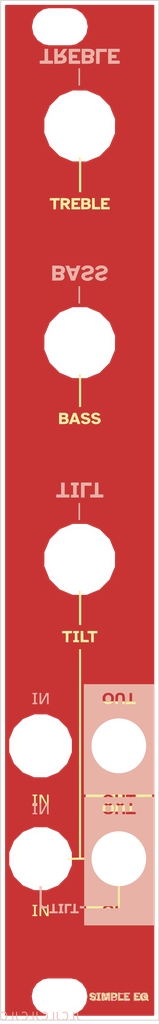
<source format=kicad_pcb>
(kicad_pcb (version 20171130) (host pcbnew 5.0.2+dfsg1-1)

  (general
    (thickness 1.6)
    (drawings 9)
    (tracks 0)
    (zones 0)
    (modules 16)
    (nets 1)
  )

  (page A4)
  (layers
    (0 F.Cu signal)
    (31 B.Cu signal hide)
    (32 B.Adhes user hide)
    (33 F.Adhes user hide)
    (34 B.Paste user hide)
    (35 F.Paste user hide)
    (36 B.SilkS user)
    (37 F.SilkS user)
    (38 B.Mask user)
    (39 F.Mask user)
    (40 Dwgs.User user)
    (41 Cmts.User user hide)
    (42 Eco1.User user hide)
    (43 Eco2.User user hide)
    (44 Edge.Cuts user)
    (45 Margin user hide)
    (46 B.CrtYd user)
    (47 F.CrtYd user)
    (48 B.Fab user)
    (49 F.Fab user)
  )

  (setup
    (last_trace_width 0.25)
    (trace_clearance 0.2)
    (zone_clearance 0.508)
    (zone_45_only no)
    (trace_min 0.2)
    (segment_width 0.2)
    (edge_width 0.15)
    (via_size 0.6)
    (via_drill 0.4)
    (via_min_size 0.4)
    (via_min_drill 0.3)
    (uvia_size 0.3)
    (uvia_drill 0.1)
    (uvias_allowed no)
    (uvia_min_size 0.2)
    (uvia_min_drill 0.1)
    (pcb_text_width 0.3)
    (pcb_text_size 1.5 1.5)
    (mod_edge_width 0.15)
    (mod_text_size 1 1)
    (mod_text_width 0.15)
    (pad_size 5.95 3.5)
    (pad_drill 5.95)
    (pad_to_mask_clearance 0.2)
    (solder_mask_min_width 0.25)
    (aux_axis_origin 0 0)
    (visible_elements FFFFFF7F)
    (pcbplotparams
      (layerselection 0x010f0_80000001)
      (usegerberextensions false)
      (usegerberattributes false)
      (usegerberadvancedattributes false)
      (creategerberjobfile false)
      (excludeedgelayer true)
      (linewidth 0.100000)
      (plotframeref false)
      (viasonmask false)
      (mode 1)
      (useauxorigin false)
      (hpglpennumber 1)
      (hpglpenspeed 20)
      (hpglpendiameter 15.000000)
      (psnegative false)
      (psa4output false)
      (plotreference true)
      (plotvalue true)
      (plotinvisibletext false)
      (padsonsilk false)
      (subtractmaskfromsilk false)
      (outputformat 1)
      (mirror false)
      (drillshape 1)
      (scaleselection 1)
      (outputdirectory "gerbers/"))
  )

  (net 0 "")

  (net_class Default "This is the default net class."
    (clearance 0.2)
    (trace_width 0.25)
    (via_dia 0.6)
    (via_drill 0.4)
    (uvia_dia 0.3)
    (uvia_drill 0.1)
  )

  (module LOGO (layer F.Cu) (tedit 0) (tstamp 0)
    (at 0 0)
    (fp_text reference G*** (at 0 0) (layer F.SilkS) hide
      (effects (font (size 1.524 1.524) (thickness 0.3)))
    )
    (fp_text value LOGO (at 0.75 0) (layer F.SilkS) hide
      (effects (font (size 1.524 1.524) (thickness 0.3)))
    )
  )

  (module LOGO (layer F.Cu) (tedit 0) (tstamp 0)
    (at 0 0)
    (fp_text reference G*** (at 0 0) (layer F.SilkS) hide
      (effects (font (size 1.524 1.524) (thickness 0.3)))
    )
    (fp_text value LOGO (at 0.75 0) (layer F.SilkS) hide
      (effects (font (size 1.524 1.524) (thickness 0.3)))
    )
    (fp_poly (pts (xy 0.785017 -64.240811) (xy 1.552492 -64.240742) (xy 2.27944 -64.240623) (xy 2.966763 -64.240454)
      (xy 3.615365 -64.24023) (xy 4.226149 -64.239951) (xy 4.800017 -64.239614) (xy 5.337873 -64.239216)
      (xy 5.84062 -64.238755) (xy 6.30916 -64.238229) (xy 6.744397 -64.237635) (xy 7.147233 -64.236972)
      (xy 7.518573 -64.236237) (xy 7.859317 -64.235427) (xy 8.17037 -64.234541) (xy 8.452635 -64.233575)
      (xy 8.707014 -64.232529) (xy 8.934411 -64.231398) (xy 9.135729 -64.230182) (xy 9.31187 -64.228878)
      (xy 9.463737 -64.227483) (xy 9.592234 -64.225995) (xy 9.698264 -64.224412) (xy 9.782729 -64.222732)
      (xy 9.846532 -64.220951) (xy 9.890577 -64.219069) (xy 9.915767 -64.217083) (xy 9.922933 -64.215433)
      (xy 9.923759 -64.20605) (xy 9.924568 -64.17933) (xy 9.92536 -64.134917) (xy 9.926136 -64.072453)
      (xy 9.926896 -63.991582) (xy 9.92764 -63.891947) (xy 9.928368 -63.77319) (xy 9.92908 -63.634955)
      (xy 9.929777 -63.476885) (xy 9.930458 -63.298623) (xy 9.931124 -63.099812) (xy 9.931774 -62.880095)
      (xy 9.93241 -62.639116) (xy 9.93303 -62.376516) (xy 9.933636 -62.091941) (xy 9.934227 -61.785031)
      (xy 9.934804 -61.455431) (xy 9.935366 -61.102783) (xy 9.935914 -60.726732) (xy 9.936448 -60.326919)
      (xy 9.936968 -59.902987) (xy 9.937475 -59.454581) (xy 9.937967 -58.981342) (xy 9.938447 -58.482915)
      (xy 9.938912 -57.958942) (xy 9.939365 -57.409065) (xy 9.939804 -56.832929) (xy 9.940231 -56.230177)
      (xy 9.940645 -55.60045) (xy 9.941046 -54.943394) (xy 9.941434 -54.258649) (xy 9.941811 -53.545861)
      (xy 9.942175 -52.804671) (xy 9.942526 -52.034722) (xy 9.942866 -51.235659) (xy 9.943194 -50.407123)
      (xy 9.943511 -49.548759) (xy 9.943816 -48.660208) (xy 9.944109 -47.741115) (xy 9.944392 -46.791122)
      (xy 9.944663 -45.809872) (xy 9.944923 -44.797008) (xy 9.945172 -43.752174) (xy 9.945411 -42.675012)
      (xy 9.945639 -41.565166) (xy 9.945857 -40.422279) (xy 9.946064 -39.245993) (xy 9.946262 -38.035952)
      (xy 9.946449 -36.791799) (xy 9.946627 -35.513177) (xy 9.946794 -34.199729) (xy 9.946953 -32.851097)
      (xy 9.947102 -31.466926) (xy 9.947241 -30.046859) (xy 9.947372 -28.590537) (xy 9.947493 -27.097605)
      (xy 9.947606 -25.567706) (xy 9.94771 -24.000481) (xy 9.947805 -22.395576) (xy 9.947892 -20.752632)
      (xy 9.947971 -19.071293) (xy 9.948041 -17.351202) (xy 9.948104 -15.592001) (xy 9.948159 -13.793335)
      (xy 9.948206 -11.954845) (xy 9.948245 -10.076176) (xy 9.948277 -8.15697) (xy 9.948302 -6.19687)
      (xy 9.948319 -4.19552) (xy 9.94833 -2.152562) (xy 9.948333 -0.067639) (xy 9.948333 0.002502)
      (xy 9.948329 1.653153) (xy 9.948316 3.293902) (xy 9.948295 4.924235) (xy 9.948266 6.543637)
      (xy 9.948229 8.151592) (xy 9.948184 9.747587) (xy 9.948131 11.331105) (xy 9.948071 12.901632)
      (xy 9.948002 14.458654) (xy 9.947927 16.001654) (xy 9.947843 17.530119) (xy 9.947753 19.043533)
      (xy 9.947655 20.541381) (xy 9.94755 22.023149) (xy 9.947438 23.488321) (xy 9.947319 24.936383)
      (xy 9.947193 26.366819) (xy 9.947061 27.779114) (xy 9.946921 29.172755) (xy 9.946776 30.547225)
      (xy 9.946624 31.902009) (xy 9.946465 33.236594) (xy 9.946301 34.550464) (xy 9.94613 35.843103)
      (xy 9.945953 37.113998) (xy 9.945771 38.362632) (xy 9.945582 39.588492) (xy 9.945388 40.791062)
      (xy 9.945189 41.969827) (xy 9.944983 43.124272) (xy 9.944773 44.253883) (xy 9.944557 45.358144)
      (xy 9.944336 46.436541) (xy 9.94411 47.488559) (xy 9.943879 48.513681) (xy 9.943643 49.511395)
      (xy 9.943402 50.481184) (xy 9.943157 51.422534) (xy 9.942907 52.33493) (xy 9.942653 53.217857)
      (xy 9.942394 54.0708) (xy 9.942131 54.893244) (xy 9.941864 55.684674) (xy 9.941593 56.444575)
      (xy 9.941318 57.172432) (xy 9.941039 57.86773) (xy 9.940756 58.529955) (xy 9.94047 59.158592)
      (xy 9.94018 59.753124) (xy 9.939887 60.313038) (xy 9.93959 60.837819) (xy 9.939291 61.326951)
      (xy 9.938988 61.77992) (xy 9.938682 62.196211) (xy 9.938373 62.575309) (xy 9.938061 62.916698)
      (xy 9.937747 63.219864) (xy 9.93743 63.484293) (xy 9.93711 63.709468) (xy 9.936789 63.894875)
      (xy 9.936464 64.04) (xy 9.936138 64.144327) (xy 9.93581 64.207341) (xy 9.935485 64.228519)
      (xy 9.93197 64.231136) (xy 9.922747 64.233614) (xy 9.906706 64.235958) (xy 9.882738 64.23817)
      (xy 9.849732 64.240254) (xy 9.806581 64.242215) (xy 9.752173 64.244056) (xy 9.685398 64.245781)
      (xy 9.605148 64.247393) (xy 9.510313 64.248896) (xy 9.399782 64.250293) (xy 9.272447 64.25159)
      (xy 9.127197 64.252789) (xy 8.962923 64.253894) (xy 8.778514 64.254908) (xy 8.572863 64.255836)
      (xy 8.344857 64.256682) (xy 8.093389 64.257448) (xy 7.817348 64.258139) (xy 7.515625 64.258758)
      (xy 7.187109 64.25931) (xy 6.830692 64.259797) (xy 6.445263 64.260224) (xy 6.029712 64.260594)
      (xy 5.582931 64.260912) (xy 5.103809 64.26118) (xy 4.591237 64.261402) (xy 4.044105 64.261583)
      (xy 3.461303 64.261726) (xy 2.841722 64.261834) (xy 2.184252 64.261912) (xy 1.487782 64.261963)
      (xy 0.751204 64.261991) (xy -0.026592 64.262) (xy -0.030487 64.262) (xy -0.677509 64.26197)
      (xy -1.313872 64.261882) (xy -1.938266 64.261738) (xy -2.549381 64.261539) (xy -3.145909 64.261288)
      (xy -3.72654 64.260986) (xy -4.289965 64.260635) (xy -4.834875 64.260237) (xy -5.35996 64.259794)
      (xy -5.863911 64.259307) (xy -6.345418 64.258779) (xy -6.803173 64.258211) (xy -7.235867 64.257605)
      (xy -7.642188 64.256964) (xy -8.02083 64.256288) (xy -8.370482 64.25558) (xy -8.689834 64.254842)
      (xy -8.977578 64.254076) (xy -9.232405 64.253282) (xy -9.453004 64.252464) (xy -9.638068 64.251623)
      (xy -9.786285 64.25076) (xy -9.896348 64.249879) (xy -9.966947 64.24898) (xy -9.996772 64.248065)
      (xy -9.997722 64.247889) (xy -9.998085 64.226444) (xy -9.998446 64.163181) (xy -9.998804 64.058613)
      (xy -9.99916 63.913257) (xy -9.999513 63.727625) (xy -9.999864 63.502234) (xy -10.000212 63.237598)
      (xy -10.000557 62.934231) (xy -10.0009 62.592648) (xy -10.001239 62.213365) (xy -10.001575 61.796894)
      (xy -10.001907 61.343752) (xy -10.001941 61.29253) (xy -4.42474 61.29253) (xy -4.405137 61.555311)
      (xy -4.348079 61.815973) (xy -4.252827 62.070721) (xy -4.118642 62.315761) (xy -4.090481 62.358274)
      (xy -3.919343 62.573156) (xy -3.720844 62.758399) (xy -3.499315 62.912251) (xy -3.259088 63.03296)
      (xy -3.004494 63.118772) (xy -2.739863 63.167935) (xy -2.469528 63.178696) (xy -2.197818 63.149303)
      (xy -2.156039 63.141077) (xy -1.90729 63.072165) (xy -1.674387 62.971059) (xy -1.4605 62.842871)
      (xy -1.24274 62.671178) (xy -1.057172 62.472634) (xy -0.902748 62.245925) (xy -0.778419 61.989738)
      (xy -0.777147 61.986583) (xy -0.689739 61.719924) (xy -0.64384 61.455871) (xy -0.639102 61.190709)
      (xy -0.675174 60.920722) (xy -0.676423 60.914705) (xy -0.75343 60.64433) (xy -0.86559 60.393492)
      (xy -1.009786 60.164764) (xy -1.1829 59.960716) (xy -1.381818 59.783921) (xy -1.603421 59.63695)
      (xy -1.844593 59.522374) (xy -2.102219 59.442765) (xy -2.37318 59.400694) (xy -2.518833 59.394504)
      (xy -2.798427 59.41235) (xy -3.062916 59.468998) (xy -3.315932 59.56554) (xy -3.561105 59.70307)
      (xy -3.57526 59.712393) (xy -3.79716 59.883784) (xy -3.986777 60.079613) (xy -4.14337 60.296084)
      (xy -4.266202 60.529406) (xy -4.354534 60.775783) (xy -4.407626 61.031422) (xy -4.42474 61.29253)
      (xy -10.001941 61.29253) (xy -10.002236 60.854453) (xy -10.002562 60.329512) (xy -10.002884 59.769442)
      (xy -10.003202 59.17476) (xy -10.003517 58.54598) (xy -10.003827 57.883615) (xy -10.004133 57.188182)
      (xy -10.004435 56.460195) (xy -10.004733 55.700167) (xy -10.005026 54.908615) (xy -10.005315 54.086053)
      (xy -10.005599 53.232996) (xy -10.005878 52.349957) (xy -10.006153 51.437452) (xy -10.006422 50.495996)
      (xy -10.006686 49.526103) (xy -10.006945 48.528288) (xy -10.007199 47.503066) (xy -10.007447 46.45095)
      (xy -10.00769 45.372457) (xy -10.007927 44.268101) (xy -10.008032 43.751528) (xy -8.338908 43.751528)
      (xy -8.338472 44.120537) (xy -8.296534 44.4884) (xy -8.213094 44.852741) (xy -8.092144 45.201417)
      (xy -7.932246 45.538777) (xy -7.73739 45.853851) (xy -7.510004 46.14421) (xy -7.252518 46.407424)
      (xy -6.967359 46.641066) (xy -6.656957 46.842706) (xy -6.323741 47.009914) (xy -6.25475 47.038939)
      (xy -5.98872 47.137108) (xy -5.734463 47.208014) (xy -5.478315 47.254337) (xy -5.206614 47.278755)
      (xy -5.003928 47.284227) (xy -4.860141 47.284256) (xy -4.745614 47.281661) (xy -4.647298 47.27526)
      (xy -4.552143 47.263873) (xy -4.447101 47.246318) (xy -4.326594 47.222917) (xy -3.962475 47.128749)
      (xy -3.615799 46.997084) (xy -3.288917 46.82984) (xy -2.984184 46.628934) (xy -2.70395 46.396285)
      (xy -2.450569 46.13381) (xy -2.226393 45.843426) (xy -2.033774 45.527051) (xy -1.898562 45.24375)
      (xy -1.769961 44.88805) (xy -1.68315 44.528976) (xy -1.637594 44.163916) (xy -1.629833 43.933772)
      (xy -1.629967 43.931333) (xy 1.566333 43.931333) (xy 1.587158 44.301904) (xy 1.648619 44.6667)
      (xy 1.749198 45.021991) (xy 1.887376 45.364051) (xy 2.061634 45.689152) (xy 2.270453 45.993565)
      (xy 2.512315 46.273564) (xy 2.526571 46.288207) (xy 2.791803 46.529351) (xy 3.085656 46.742177)
      (xy 3.40295 46.923858) (xy 3.738506 47.071564) (xy 4.087145 47.182467) (xy 4.22275 47.214537)
      (xy 4.349966 47.240831) (xy 4.454662 47.259472) (xy 4.549935 47.271807) (xy 4.648885 47.279183)
      (xy 4.76461 47.282949) (xy 4.902072 47.284409) (xy 5.046137 47.284355) (xy 5.160984 47.28167)
      (xy 5.259701 47.275167) (xy 5.355379 47.263658) (xy 5.461109 47.245958) (xy 5.579406 47.223005)
      (xy 5.883174 47.149273) (xy 6.163879 47.052925) (xy 6.433318 46.929011) (xy 6.703287 46.772579)
      (xy 6.7945 46.712979) (xy 7.040722 46.534855) (xy 7.254507 46.350218) (xy 7.44562 46.149252)
      (xy 7.623828 45.92214) (xy 7.719238 45.7835) (xy 7.897919 45.482613) (xy 8.037755 45.177738)
      (xy 8.14204 44.860809) (xy 8.199433 44.607531) (xy 8.221404 44.482736) (xy 8.236861 44.373716)
      (xy 8.246865 44.267537) (xy 8.252481 44.151265) (xy 8.25477 44.011964) (xy 8.255 43.931417)
      (xy 8.241745 43.580084) (xy 8.200572 43.255133) (xy 8.129363 42.949385) (xy 8.026004 42.655662)
      (xy 7.888378 42.366785) (xy 7.714371 42.075575) (xy 7.702922 42.058167) (xy 7.611591 41.923381)
      (xy 7.531518 41.814291) (xy 7.453411 41.71958) (xy 7.367977 41.627931) (xy 7.273666 41.535395)
      (xy 6.983833 41.284849) (xy 6.680642 41.073847) (xy 6.361379 40.900957) (xy 6.023329 40.764748)
      (xy 5.663778 40.663791) (xy 5.589528 40.647802) (xy 5.447255 40.619601) (xy 5.332454 40.599877)
      (xy 5.231449 40.587171) (xy 5.130562 40.580024) (xy 5.016116 40.576976) (xy 4.921167 40.5765)
      (xy 4.551024 40.597241) (xy 4.189068 40.658445) (xy 3.838114 40.758586) (xy 3.500978 40.896134)
      (xy 3.180476 41.069563) (xy 2.879423 41.277344) (xy 2.600635 41.517951) (xy 2.346927 41.789855)
      (xy 2.121115 42.091528) (xy 2.116712 42.098142) (xy 1.929696 42.417636) (xy 1.780261 42.75509)
      (xy 1.669416 43.107145) (xy 1.59817 43.470441) (xy 1.567532 43.841617) (xy 1.566333 43.931333)
      (xy -1.629967 43.931333) (xy -1.650139 43.565482) (xy -1.709599 43.208371) (xy -1.806032 42.864622)
      (xy -1.937254 42.536421) (xy -2.101081 42.225952) (xy -2.295331 41.9354) (xy -2.517821 41.66695)
      (xy -2.766367 41.422787) (xy -3.038786 41.205094) (xy -3.332896 41.016058) (xy -3.646512 40.857862)
      (xy -3.977452 40.732692) (xy -4.323533 40.642732) (xy -4.682571 40.590167) (xy -4.984667 40.5765)
      (xy -5.355424 40.597395) (xy -5.720336 40.65913) (xy -6.075918 40.760275) (xy -6.418685 40.899401)
      (xy -6.745151 41.07508) (xy -7.051832 41.285884) (xy -7.335242 41.530383) (xy -7.352496 41.547134)
      (xy -7.551684 41.764716) (xy -7.738881 42.013698) (xy -7.907029 42.283437) (xy -8.049072 42.563288)
      (xy -8.091217 42.661417) (xy -8.21528 43.01959) (xy -8.297844 43.383753) (xy -8.338908 43.751528)
      (xy -10.008032 43.751528) (xy -10.008158 43.138396) (xy -10.008383 41.983856) (xy -10.008602 40.804998)
      (xy -10.008815 39.602335) (xy -10.009022 38.376382) (xy -10.009222 37.127654) (xy -10.009416 35.856665)
      (xy -10.009604 34.563931) (xy -10.009784 33.249965) (xy -10.009958 31.915283) (xy -10.010125 30.560399)
      (xy -10.010224 29.707417) (xy -8.339667 29.707417) (xy -8.338587 29.851618) (xy -8.334378 29.968348)
      (xy -8.325586 30.072431) (xy -8.310756 30.178697) (xy -8.288436 30.301972) (xy -8.274456 30.372421)
      (xy -8.183361 30.724088) (xy -8.055743 31.062401) (xy -7.894047 31.382906) (xy -7.700713 31.681153)
      (xy -7.478185 31.952689) (xy -7.320516 32.111383) (xy -7.027977 32.360359) (xy -6.727056 32.569166)
      (xy -6.414201 32.739696) (xy -6.085863 32.873835) (xy -5.738489 32.973474) (xy -5.672667 32.988104)
      (xy -5.53307 33.016681) (xy -5.419292 33.036451) (xy -5.31613 33.049067) (xy -5.208381 33.056183)
      (xy -5.080845 33.059454) (xy -5.010641 33.060127) (xy -4.869164 33.059973) (xy -4.754307 33.056449)
      (xy -4.650957 33.048129) (xy -4.543999 33.033586) (xy -4.418316 33.011395) (xy -4.345882 32.997408)
      (xy -4.187618 32.964164) (xy -4.054119 32.930191) (xy -3.928057 32.890255) (xy -3.792107 32.839123)
      (xy -3.707207 32.804484) (xy -3.371111 32.642527) (xy -3.059059 32.44743) (xy -2.772856 32.221888)
      (xy -2.514307 31.968595) (xy -2.285214 31.690248) (xy -2.087383 31.389542) (xy -1.922618 31.069172)
      (xy -1.792723 30.731834) (xy -1.699503 30.380223) (xy -1.644762 30.017035) (xy -1.630133 29.7075)
      (xy 1.566333 29.7075) (xy 1.587066 30.078188) (xy 1.64825 30.440521) (xy 1.748365 30.791667)
      (xy 1.885891 31.128793) (xy 2.059308 31.449064) (xy 2.267094 31.749647) (xy 2.507731 32.027709)
      (xy 2.779698 32.280417) (xy 3.059477 32.490242) (xy 3.384146 32.684107) (xy 3.723136 32.8382)
      (xy 4.075454 32.952216) (xy 4.44011 33.02585) (xy 4.816111 33.058797) (xy 4.914634 33.060657)
      (xy 5.047574 33.060482) (xy 5.154758 33.05751) (xy 5.249621 33.050345) (xy 5.345601 33.037591)
      (xy 5.456133 33.017853) (xy 5.591968 32.990295) (xy 5.922521 32.906634) (xy 6.228257 32.797371)
      (xy 6.515606 32.659079) (xy 6.791 32.48833) (xy 7.060867 32.281698) (xy 7.267532 32.097317)
      (xy 7.498298 31.856589) (xy 7.695425 31.600406) (xy 7.863933 31.321353) (xy 8.008847 31.012018)
      (xy 8.01811 30.989353) (xy 8.105061 30.755238) (xy 8.169955 30.532297) (xy 8.214975 30.308721)
      (xy 8.242303 30.072701) (xy 8.254121 29.812428) (xy 8.255 29.707417) (xy 8.253957 29.552265)
      (xy 8.250118 29.426492) (xy 8.24242 29.317176) (xy 8.229801 29.211399) (xy 8.211196 29.096241)
      (xy 8.199353 29.031302) (xy 8.11269 28.680429) (xy 7.988109 28.344701) (xy 7.828087 28.026588)
      (xy 7.635097 27.72856) (xy 7.411615 27.453089) (xy 7.160116 27.202644) (xy 6.883075 26.979696)
      (xy 6.582965 26.786716) (xy 6.262263 26.626174) (xy 5.923443 26.500542) (xy 5.577417 26.413904)
      (xy 5.197281 26.361024) (xy 4.822606 26.350119) (xy 4.453285 26.381201) (xy 4.089215 26.45428)
      (xy 3.730291 26.569365) (xy 3.65125 26.600632) (xy 3.309461 26.762839) (xy 2.992294 26.958872)
      (xy 2.701547 27.186956) (xy 2.439016 27.445318) (xy 2.206498 27.732182) (xy 2.00579 28.045774)
      (xy 1.83869 28.384318) (xy 1.834113 28.395083) (xy 1.777507 28.534234) (xy 1.733203 28.657994)
      (xy 1.696485 28.781806) (xy 1.662641 28.921112) (xy 1.637516 29.039138) (xy 1.609342 29.181544)
      (xy 1.589642 29.296496) (xy 1.576958 29.397693) (xy 1.569829 29.498831) (xy 1.566798 29.61361)
      (xy 1.566333 29.7075) (xy -1.630133 29.7075) (xy -1.629833 29.701163) (xy -1.630942 29.57099)
      (xy -1.635243 29.462844) (xy -1.644205 29.363111) (xy -1.659293 29.258178) (xy -1.681973 29.134429)
      (xy -1.701136 29.039138) (xy -1.735865 28.879268) (xy -1.770073 28.745969) (xy -1.808481 28.623805)
      (xy -1.855804 28.497338) (xy -1.897991 28.395083) (xy -2.064438 28.055148) (xy -2.264383 27.740394)
      (xy -2.496095 27.452533) (xy -2.75784 27.193277) (xy -3.047885 26.964336) (xy -3.364498 26.767424)
      (xy -3.705945 26.604251) (xy -3.71475 26.600632) (xy -4.068787 26.477972) (xy -4.429559 26.396002)
      (xy -4.793901 26.354406) (xy -5.158648 26.352866) (xy -5.520637 26.391066) (xy -5.876701 26.468689)
      (xy -6.223677 26.585418) (xy -6.5584 26.740935) (xy -6.847417 26.914378) (xy -7.154098 27.144356)
      (xy -7.427708 27.400455) (xy -7.667465 27.681506) (xy -7.872587 27.986344) (xy -8.04229 28.313801)
      (xy -8.175794 28.662711) (xy -8.272316 29.031906) (xy -8.27471 29.043669) (xy -8.301107 29.180168)
      (xy -8.319329 29.292664) (xy -8.330828 29.395967) (xy -8.337051 29.504889) (xy -8.339449 29.634238)
      (xy -8.339667 29.707417) (xy -10.010224 29.707417) (xy -10.010285 29.185828) (xy -10.010438 27.792084)
      (xy -10.010583 26.379683) (xy -10.010721 24.949139) (xy -10.010852 23.500967) (xy -10.010975 22.03568)
      (xy -10.01109 20.553795) (xy -10.011197 19.055826) (xy -10.011297 17.542287) (xy -10.011388 16.013693)
      (xy -10.011471 14.470559) (xy -10.011546 12.913399) (xy -10.011613 11.342728) (xy -10.011671 9.759062)
      (xy -10.01172 8.162913) (xy -10.011761 6.554798) (xy -10.011767 6.200502) (xy -3.894747 6.200502)
      (xy -3.894035 6.334224) (xy -3.890971 6.443109) (xy -3.884271 6.539524) (xy -3.872646 6.635841)
      (xy -3.854812 6.744429) (xy -3.829482 6.877656) (xy -3.81867 6.932083) (xy -3.786133 7.088432)
      (xy -3.755625 7.217056) (xy -3.722905 7.332099) (xy -3.683731 7.447704) (xy -3.633864 7.578011)
      (xy -3.599262 7.663716) (xy -3.542189 7.800169) (xy -3.490857 7.913617) (xy -3.439061 8.01556)
      (xy -3.380594 8.117499) (xy -3.309248 8.230932) (xy -3.222276 8.362216) (xy -3.123941 8.505699)
      (xy -3.038567 8.62274) (xy -2.957888 8.72352) (xy -2.873635 8.818221) (xy -2.77754 8.917026)
      (xy -2.748395 8.945822) (xy -2.454752 9.20504) (xy -2.133702 9.434596) (xy -1.790285 9.631812)
      (xy -1.429543 9.794007) (xy -1.056515 9.9185) (xy -0.805925 9.978733) (xy -0.677922 10.004141)
      (xy -0.573204 10.022767) (xy -0.480407 10.0357) (xy -0.388165 10.044029) (xy -0.285112 10.048845)
      (xy -0.159884 10.051237) (xy -0.040626 10.052116) (xy 0.106848 10.052432) (xy 0.22312 10.05105)
      (xy 0.319318 10.046954) (xy 0.406567 10.039127) (xy 0.495996 10.026553) (xy 0.59873 10.008215)
      (xy 0.725897 9.983097) (xy 0.73513 9.981234) (xy 0.88576 9.94947) (xy 1.010023 9.919291)
      (xy 1.122312 9.88626) (xy 1.237019 9.845941) (xy 1.368537 9.793897) (xy 1.442505 9.76318)
      (xy 1.595414 9.696987) (xy 1.723923 9.635712) (xy 1.842465 9.571544) (xy 1.965472 9.496677)
      (xy 2.106083 9.404173) (xy 2.236837 9.314113) (xy 2.346029 9.233424) (xy 2.444746 9.152833)
      (xy 2.544077 9.063067) (xy 2.655107 8.954856) (xy 2.71224 8.897269) (xy 2.922204 8.671817)
      (xy 3.099955 8.452208) (xy 3.2524 8.228102) (xy 3.386443 7.989153) (xy 3.508988 7.725021)
      (xy 3.53271 7.668298) (xy 3.591002 7.523518) (xy 3.635913 7.40247) (xy 3.671671 7.291165)
      (xy 3.702502 7.17561) (xy 3.732633 7.041815) (xy 3.755117 6.932083) (xy 3.783399 6.787245)
      (xy 3.803724 6.671355) (xy 3.817382 6.572047) (xy 3.825664 6.476959) (xy 3.829859 6.373726)
      (xy 3.831259 6.249985) (xy 3.831327 6.201833) (xy 3.830555 6.067986) (xy 3.82738 5.958674)
      (xy 3.820514 5.861459) (xy 3.808669 5.7639) (xy 3.790559 5.653557) (xy 3.764895 5.517989)
      (xy 3.755737 5.471583) (xy 3.656131 5.070734) (xy 3.520629 4.692194) (xy 3.348836 4.335209)
      (xy 3.140355 3.999026) (xy 2.894793 3.682891) (xy 2.712545 3.485194) (xy 2.429405 3.226766)
      (xy 2.11549 2.99487) (xy 1.775168 2.792436) (xy 1.449917 2.637863) (xy 1.305851 2.578498)
      (xy 1.185051 2.533082) (xy 1.072718 2.497035) (xy 0.954055 2.465773) (xy 0.814265 2.434717)
      (xy 0.753124 2.422138) (xy 0.624427 2.396561) (xy 0.520132 2.377798) (xy 0.429057 2.364801)
      (xy 0.340024 2.356521) (xy 0.241851 2.35191) (xy 0.12336 2.349919) (xy -0.021351 2.3495)
      (xy -0.170781 2.349975) (xy -0.28924 2.352103) (xy -0.38809 2.356937) (xy -0.478688 2.365532)
      (xy -0.572394 2.37894) (xy -0.680568 2.398215) (xy -0.801979 2.421907) (xy -0.953896 2.453431)
      (xy -1.078539 2.483221) (xy -1.19049 2.515719) (xy -1.304325 2.555368) (xy -1.434625 2.60661)
      (xy -1.50917 2.637409) (xy -1.652545 2.699048) (xy -1.774206 2.756304) (xy -1.886844 2.81606)
      (xy -2.003146 2.8852) (xy -2.1358 2.970608) (xy -2.19075 3.007163) (xy -2.328819 3.101352)
      (xy -2.441203 3.183012) (xy -2.538733 3.261033) (xy -2.632239 3.344304) (xy -2.732551 3.441715)
      (xy -2.785659 3.495452) (xy -3.027149 3.763147) (xy -3.233303 4.03918) (xy -3.410802 4.333616)
      (xy -3.566327 4.656524) (xy -3.584391 4.699) (xy -3.640206 4.834656) (xy -3.683643 4.948408)
      (xy -3.718517 5.052776) (xy -3.748639 5.160284) (xy -3.777825 5.283453) (xy -3.809886 5.434806)
      (xy -3.812808 5.449086) (xy -3.842101 5.595188) (xy -3.863465 5.711327) (xy -3.87814 5.808868)
      (xy -3.887364 5.899174) (xy -3.892378 5.993612) (xy -3.89442 6.103545) (xy -3.894747 6.200502)
      (xy -10.011767 6.200502) (xy -10.011792 4.935231) (xy -10.011815 3.304727) (xy -10.011829 1.6638)
      (xy -10.011833 0.029734) (xy -10.011832 -1.97866) (xy -10.011828 -3.945157) (xy -10.011821 -5.870193)
      (xy -10.011811 -7.754204) (xy -10.011798 -9.597627) (xy -10.011781 -11.400899) (xy -10.011761 -13.164454)
      (xy -10.011736 -14.888731) (xy -10.011707 -16.574164) (xy -10.011673 -18.22119) (xy -10.011635 -19.830246)
      (xy -10.0116 -21.116222) (xy -3.894747 -21.116222) (xy -3.893948 -20.984463) (xy -3.890622 -20.876047)
      (xy -3.883478 -20.778559) (xy -3.871225 -20.679587) (xy -3.852571 -20.566717) (xy -3.826227 -20.427535)
      (xy -3.819653 -20.394083) (xy -3.787389 -20.237174) (xy -3.757044 -20.107965) (xy -3.724412 -19.992271)
      (xy -3.685285 -19.875904) (xy -3.635456 -19.74468) (xy -3.603098 -19.663833) (xy -3.432139 -19.296534)
      (xy -3.227166 -18.953788) (xy -2.989691 -18.637124) (xy -2.721223 -18.348069) (xy -2.423274 -18.08815)
      (xy -2.097352 -17.858897) (xy -1.74497 -17.661837) (xy -1.524 -17.560756) (xy -1.38156 -17.501981)
      (xy -1.262022 -17.456544) (xy -1.151569 -17.420157) (xy -1.03638 -17.388535) (xy -0.902636 -17.357391)
      (xy -0.79375 -17.334237) (xy -0.649921 -17.305006) (xy -0.53496 -17.283893) (xy -0.43648 -17.269537)
      (xy -0.342091 -17.26058) (xy -0.239403 -17.255661) (xy -0.116026 -17.253421) (xy -0.052917 -17.252939)
      (xy 0.079793 -17.252742) (xy 0.186803 -17.25471) (xy 0.279864 -17.260029) (xy 0.370723 -17.269883)
      (xy 0.47113 -17.285459) (xy 0.592835 -17.307939) (xy 0.6985 -17.328719) (xy 0.849409 -17.35968)
      (xy 0.971417 -17.387664) (xy 1.077389 -17.416587) (xy 1.180192 -17.450366) (xy 1.292693 -17.492916)
      (xy 1.427758 -17.548154) (xy 1.449917 -17.557422) (xy 1.820268 -17.734462) (xy 2.16305 -17.943592)
      (xy 2.478125 -18.184701) (xy 2.76536 -18.457679) (xy 3.024619 -18.762414) (xy 3.177039 -18.975917)
      (xy 3.266087 -19.113776) (xy 3.3399 -19.238933) (xy 3.405992 -19.365554) (xy 3.47188 -19.5078)
      (xy 3.525188 -19.632083) (xy 3.582471 -19.771133) (xy 3.626498 -19.885679) (xy 3.661165 -19.988537)
      (xy 3.690368 -20.092524) (xy 3.718002 -20.210456) (xy 3.747964 -20.355148) (xy 3.753603 -20.3835)
      (xy 3.782105 -20.53076) (xy 3.802692 -20.648583) (xy 3.816623 -20.74886) (xy 3.825159 -20.843482)
      (xy 3.829561 -20.944339) (xy 3.83109 -21.063322) (xy 3.83118 -21.115246) (xy 3.830536 -21.238789)
      (xy 3.827803 -21.340411) (xy 3.821764 -21.431025) (xy 3.811201 -21.521547) (xy 3.794895 -21.622891)
      (xy 3.77163 -21.745972) (xy 3.747343 -21.866663) (xy 3.670651 -22.191096) (xy 3.577682 -22.485074)
      (xy 3.464351 -22.758681) (xy 3.326571 -23.022002) (xy 3.191186 -23.239268) (xy 2.955289 -23.556442)
      (xy 2.68647 -23.850833) (xy 2.390269 -24.116878) (xy 2.11391 -24.321419) (xy 1.978981 -24.409956)
      (xy 1.861588 -24.481231) (xy 1.747924 -24.542617) (xy 1.624181 -24.601486) (xy 1.476551 -24.665212)
      (xy 1.44716 -24.677443) (xy 1.303804 -24.735664) (xy 1.184865 -24.780363) (xy 1.076617 -24.815699)
      (xy 0.965337 -24.845832) (xy 0.8373 -24.874921) (xy 0.709083 -24.90113) (xy 0.564577 -24.929167)
      (xy 0.448891 -24.949325) (xy 0.349514 -24.962884) (xy 0.253935 -24.971121) (xy 0.149642 -24.975315)
      (xy 0.024125 -24.976743) (xy -0.03175 -24.976827) (xy -0.168836 -24.976105) (xy -0.279987 -24.973086)
      (xy -0.377751 -24.966494) (xy -0.474676 -24.955052) (xy -0.583307 -24.937481) (xy -0.716194 -24.912505)
      (xy -0.772583 -24.901416) (xy -0.922868 -24.870627) (xy -1.044998 -24.84237) (xy -1.152417 -24.812554)
      (xy -1.258571 -24.777086) (xy -1.376905 -24.731874) (xy -1.513357 -24.675959) (xy -1.782815 -24.554367)
      (xy -2.023423 -24.424583) (xy -2.245938 -24.279418) (xy -2.461116 -24.111684) (xy -2.679715 -23.914191)
      (xy -2.737769 -23.857741) (xy -2.858023 -23.737084) (xy -2.955479 -23.633224) (xy -3.039315 -23.535212)
      (xy -3.118705 -23.432099) (xy -3.202826 -23.312935) (xy -3.238867 -23.25979) (xy -3.325524 -23.128091)
      (xy -3.395148 -23.014087) (xy -3.45482 -22.904479) (xy -3.51162 -22.785971) (xy -3.57263 -22.645265)
      (xy -3.595765 -22.589582) (xy -3.653244 -22.447576) (xy -3.697314 -22.330443) (xy -3.731969 -22.224864)
      (xy -3.761203 -22.117522) (xy -3.789009 -21.995099) (xy -3.819381 -21.844275) (xy -3.819626 -21.843015)
      (xy -3.847634 -21.695198) (xy -3.867743 -21.576362) (xy -3.88123 -21.474163) (xy -3.88937 -21.376254)
      (xy -3.89344 -21.27029) (xy -3.894715 -21.143926) (xy -3.894747 -21.116222) (xy -10.0116 -21.116222)
      (xy -10.011592 -21.401768) (xy -10.011544 -22.936191) (xy -10.01149 -24.433953) (xy -10.011431 -25.895489)
      (xy -10.011366 -27.321237) (xy -10.011294 -28.711631) (xy -10.011217 -30.067109) (xy -10.011133 -31.388106)
      (xy -10.011042 -32.67506) (xy -10.010944 -33.928406) (xy -10.010839 -35.14858) (xy -10.010727 -36.336019)
      (xy -10.010607 -37.491159) (xy -10.010479 -38.614437) (xy -10.010343 -39.706288) (xy -10.010199 -40.767149)
      (xy -10.010046 -41.797456) (xy -10.009884 -42.797646) (xy -10.009714 -43.768154) (xy -10.009534 -44.709418)
      (xy -10.009345 -45.621873) (xy -10.009146 -46.505955) (xy -10.008937 -47.362101) (xy -10.008718 -48.190748)
      (xy -10.00865 -48.429333) (xy -3.89476 -48.429333) (xy -3.894037 -48.296028) (xy -3.890951 -48.187387)
      (xy -3.884213 -48.091054) (xy -3.872536 -47.994677) (xy -3.854632 -47.8859) (xy -3.829211 -47.75237)
      (xy -3.818617 -47.699083) (xy -3.786519 -47.544653) (xy -3.756624 -47.418073) (xy -3.724705 -47.305353)
      (xy -3.686535 -47.192502) (xy -3.637889 -47.065529) (xy -3.596211 -46.962869) (xy -3.475135 -46.692463)
      (xy -3.343943 -46.449308) (xy -3.195728 -46.223061) (xy -3.023587 -46.003381) (xy -2.820614 -45.779924)
      (xy -2.775741 -45.733898) (xy -2.480329 -45.459538) (xy -2.172604 -45.224729) (xy -1.84928 -45.027658)
      (xy -1.507071 -44.866518) (xy -1.142691 -44.739496) (xy -0.8255 -44.659625) (xy -0.690889 -44.631516)
      (xy -0.583119 -44.610968) (xy -0.490473 -44.596757) (xy -0.401233 -44.587658) (xy -0.303682 -44.582446)
      (xy -0.186101 -44.579896) (xy -0.052917 -44.578861) (xy 0.092496 -44.578578) (xy 0.20735 -44.580126)
      (xy 0.303415 -44.584617) (xy 0.392459 -44.593165) (xy 0.48625 -44.606883) (xy 0.596559 -44.626882)
      (xy 0.726718 -44.652584) (xy 0.879702 -44.684477) (xy 1.004602 -44.71407) (xy 1.115167 -44.745543)
      (xy 1.225147 -44.783075) (xy 1.348291 -44.830845) (xy 1.44717 -44.871562) (xy 1.599155 -44.93713)
      (xy 1.727129 -44.998042) (xy 1.845494 -45.062075) (xy 1.968649 -45.137008) (xy 2.106869 -45.227837)
      (xy 2.237032 -45.317354) (xy 2.345712 -45.397544) (xy 2.443941 -45.47763) (xy 2.542751 -45.566834)
      (xy 2.653175 -45.674377) (xy 2.71224 -45.733898) (xy 2.922204 -45.95935) (xy 3.099955 -46.178958)
      (xy 3.2524 -46.403065) (xy 3.386443 -46.642013) (xy 3.508988 -46.906146) (xy 3.53271 -46.962869)
      (xy 3.591002 -47.107649) (xy 3.635913 -47.228696) (xy 3.671671 -47.340002) (xy 3.702502 -47.455557)
      (xy 3.732633 -47.589352) (xy 3.755117 -47.699083) (xy 3.783372 -47.843749) (xy 3.80368 -47.959462)
      (xy 3.817329 -48.058588) (xy 3.825605 -48.153489) (xy 3.829795 -48.256527) (xy 3.831184 -48.380066)
      (xy 3.831247 -48.430664) (xy 3.830595 -48.559166) (xy 3.82788 -48.663845) (xy 3.821862 -48.756065)
      (xy 3.811302 -48.847192) (xy 3.794961 -48.948591) (xy 3.771599 -49.071626) (xy 3.749308 -49.182081)
      (xy 3.716839 -49.336329) (xy 3.687566 -49.461348) (xy 3.657676 -49.569656) (xy 3.623356 -49.673776)
      (xy 3.580793 -49.786224) (xy 3.526174 -49.919523) (xy 3.520874 -49.932167) (xy 3.345118 -50.297696)
      (xy 3.135821 -50.637924) (xy 2.894364 -50.951474) (xy 2.622128 -51.236971) (xy 2.320495 -51.493041)
      (xy 1.990847 -51.718307) (xy 1.634566 -51.911395) (xy 1.449212 -51.994462) (xy 1.302766 -52.054188)
      (xy 1.179102 -52.099991) (xy 1.062985 -52.136564) (xy 0.939176 -52.1686) (xy 0.792438 -52.200792)
      (xy 0.753124 -52.208857) (xy 0.626136 -52.234182) (xy 0.523117 -52.25285) (xy 0.433207 -52.265871)
      (xy 0.345547 -52.274254) (xy 0.249274 -52.27901) (xy 0.13353 -52.281148) (xy -0.012547 -52.281678)
      (xy -0.030042 -52.281681) (xy -0.182262 -52.281184) (xy -0.303046 -52.279049) (xy -0.403287 -52.274325)
      (xy -0.493876 -52.266062) (xy -0.585705 -52.25331) (xy -0.689666 -52.235118) (xy -0.79375 -52.215054)
      (xy -0.933518 -52.186126) (xy -1.051682 -52.157614) (xy -1.161433 -52.125451) (xy -1.275959 -52.085569)
      (xy -1.408452 -52.033899) (xy -1.49225 -51.999606) (xy -1.866202 -51.82332) (xy -2.211981 -51.615674)
      (xy -2.528887 -51.377361) (xy -2.816223 -51.109075) (xy -3.073287 -50.811509) (xy -3.299382 -50.485356)
      (xy -3.493808 -50.13131) (xy -3.588397 -49.921583) (xy -3.645772 -49.781978) (xy -3.689911 -49.666751)
      (xy -3.724735 -49.563004) (xy -3.754165 -49.457839) (xy -3.782121 -49.338357) (xy -3.812524 -49.191659)
      (xy -3.816811 -49.170167) (xy -3.845294 -49.023718) (xy -3.865895 -48.906665) (xy -3.879872 -48.807066)
      (xy -3.888481 -48.712982) (xy -3.892978 -48.612472) (xy -3.894618 -48.493595) (xy -3.89476 -48.429333)
      (xy -10.00865 -48.429333) (xy -10.008488 -48.992331) (xy -10.008248 -49.767286) (xy -10.007998 -50.516051)
      (xy -10.007736 -51.239061) (xy -10.007463 -51.936752) (xy -10.007178 -52.609561) (xy -10.006882 -53.257925)
      (xy -10.006574 -53.882278) (xy -10.006253 -54.483059) (xy -10.005921 -55.060702) (xy -10.005575 -55.615645)
      (xy -10.005217 -56.148323) (xy -10.004846 -56.659172) (xy -10.004461 -57.14863) (xy -10.004063 -57.617133)
      (xy -10.003651 -58.065115) (xy -10.003225 -58.493015) (xy -10.002785 -58.901268) (xy -10.002331 -59.29031)
      (xy -10.001862 -59.660578) (xy -10.001378 -60.012508) (xy -10.000879 -60.346537) (xy -10.000364 -60.6631)
      (xy -9.999834 -60.962634) (xy -9.999657 -61.054461) (xy -4.438511 -61.054461) (xy -4.432779 -60.784196)
      (xy -4.387691 -60.5195) (xy -4.304725 -60.263873) (xy -4.185358 -60.020814) (xy -4.031068 -59.793823)
      (xy -3.843331 -59.586401) (xy -3.623624 -59.402046) (xy -3.577167 -59.369072) (xy -3.361781 -59.244922)
      (xy -3.123225 -59.15122) (xy -2.869201 -59.089445) (xy -2.607413 -59.061079) (xy -2.345562 -59.067604)
      (xy -2.156039 -59.095815) (xy -1.885421 -59.17247) (xy -1.632175 -59.285936) (xy -1.399703 -59.433378)
      (xy -1.191408 -59.611962) (xy -1.010692 -59.818856) (xy -0.860958 -60.051224) (xy -0.765675 -60.25378)
      (xy -0.693581 -60.468958) (xy -0.651096 -60.685357) (xy -0.635263 -60.918871) (xy -0.635004 -60.956092)
      (xy -0.653957 -61.245921) (xy -0.710996 -61.517368) (xy -0.806401 -61.771108) (xy -0.940456 -62.007814)
      (xy -1.113442 -62.228157) (xy -1.20987 -62.327807) (xy -1.429407 -62.513992) (xy -1.663416 -62.660428)
      (xy -1.912541 -62.767378) (xy -2.177427 -62.835102) (xy -2.458718 -62.863865) (xy -2.529417 -62.865)
      (xy -2.806702 -62.846788) (xy -3.068428 -62.791138) (xy -3.319471 -62.696532) (xy -3.564705 -62.561452)
      (xy -3.619325 -62.525499) (xy -3.838107 -62.352364) (xy -4.025369 -62.151447) (xy -4.180058 -61.924355)
      (xy -4.301124 -61.672697) (xy -4.387514 -61.398078) (xy -4.403412 -61.326794) (xy -4.438511 -61.054461)
      (xy -9.999657 -61.054461) (xy -9.999288 -61.245574) (xy -9.998727 -61.512359) (xy -9.998149 -61.763423)
      (xy -9.997554 -61.999203) (xy -9.996943 -62.220135) (xy -9.996315 -62.426656) (xy -9.99567 -62.619201)
      (xy -9.995007 -62.798208) (xy -9.994327 -62.964112) (xy -9.993629 -63.117349) (xy -9.992913 -63.258357)
      (xy -9.992179 -63.38757) (xy -9.991426 -63.505427) (xy -9.990655 -63.612362) (xy -9.989865 -63.708811)
      (xy -9.989055 -63.795213) (xy -9.988226 -63.872002) (xy -9.987378 -63.939614) (xy -9.986509 -63.998487)
      (xy -9.985621 -64.049056) (xy -9.984712 -64.091758) (xy -9.983783 -64.127029) (xy -9.982833 -64.155306)
      (xy -9.981862 -64.177023) (xy -9.980869 -64.192619) (xy -9.979856 -64.202529) (xy -9.97882 -64.207189)
      (xy -9.978572 -64.207572) (xy -9.973338 -64.210177) (xy -9.962247 -64.212644) (xy -9.944187 -64.214977)
      (xy -9.918046 -64.217179) (xy -9.88271 -64.219254) (xy -9.837069 -64.221205) (xy -9.780009 -64.223037)
      (xy -9.710419 -64.224752) (xy -9.627185 -64.226356) (xy -9.529197 -64.227851) (xy -9.415341 -64.229241)
      (xy -9.284505 -64.23053) (xy -9.135578 -64.231722) (xy -8.967446 -64.23282) (xy -8.778998 -64.233828)
      (xy -8.569121 -64.23475) (xy -8.336703 -64.235589) (xy -8.080632 -64.236349) (xy -7.799795 -64.237035)
      (xy -7.49308 -64.237649) (xy -7.159375 -64.238195) (xy -6.797568 -64.238678) (xy -6.406546 -64.2391)
      (xy -5.985198 -64.239466) (xy -5.53241 -64.239779) (xy -5.047071 -64.240042) (xy -4.528068 -64.240261)
      (xy -3.974289 -64.240438) (xy -3.384622 -64.240577) (xy -2.757955 -64.240682) (xy -2.093174 -64.240756)
      (xy -1.389169 -64.240804) (xy -0.644826 -64.240828) (xy -0.023888 -64.240833) (xy 0.785017 -64.240811)) (layer B.Mask) (width 0.01))
  )

  (module LOGO (layer F.Cu) (tedit 0) (tstamp 0)
    (at 0 0)
    (fp_text reference G*** (at 0 0) (layer F.SilkS) hide
      (effects (font (size 1.524 1.524) (thickness 0.3)))
    )
    (fp_text value LOGO (at 0.75 0) (layer F.SilkS) hide
      (effects (font (size 1.524 1.524) (thickness 0.3)))
    )
    (fp_poly (pts (xy 1.893531 60.823608) (xy 1.984346 60.851527) (xy 1.989111 60.853883) (xy 2.072375 60.909342)
      (xy 2.119669 60.976949) (xy 2.137306 61.066728) (xy 2.137833 61.090086) (xy 2.123104 61.184158)
      (xy 2.077207 61.260102) (xy 1.997579 61.319942) (xy 1.881657 61.365701) (xy 1.751357 61.395269)
      (xy 1.673646 61.41979) (xy 1.610452 61.45938) (xy 1.572527 61.506082) (xy 1.566333 61.532212)
      (xy 1.584993 61.587104) (xy 1.633966 61.628289) (xy 1.702746 61.65327) (xy 1.780825 61.659551)
      (xy 1.857695 61.644638) (xy 1.912873 61.614516) (xy 1.971582 61.583087) (xy 2.032144 61.584448)
      (xy 2.08022 61.599271) (xy 2.092132 61.621432) (xy 2.071539 61.661866) (xy 2.062465 61.675078)
      (xy 1.999616 61.732134) (xy 1.909033 61.773388) (xy 1.803384 61.79568) (xy 1.695337 61.795848)
      (xy 1.630606 61.782834) (xy 1.524527 61.734981) (xy 1.450368 61.667504) (xy 1.411052 61.585273)
      (xy 1.409502 61.493153) (xy 1.425406 61.440987) (xy 1.478827 61.361732) (xy 1.565908 61.302026)
      (xy 1.689132 61.260295) (xy 1.721142 61.253408) (xy 1.819744 61.225837) (xy 1.902897 61.187362)
      (xy 1.961469 61.143206) (xy 1.985793 61.102067) (xy 1.976099 61.065761) (xy 1.94343 61.017789)
      (xy 1.926759 60.99967) (xy 1.883268 60.96055) (xy 1.844163 60.942892) (xy 1.791137 60.940878)
      (xy 1.751827 60.944097) (xy 1.675997 60.956908) (xy 1.623284 60.983063) (xy 1.584443 61.02002)
      (xy 1.5436 61.060943) (xy 1.511028 61.074162) (xy 1.469438 61.06572) (xy 1.461478 61.063002)
      (xy 1.417121 61.042719) (xy 1.397095 61.024039) (xy 1.397 61.023053) (xy 1.412665 60.987936)
      (xy 1.452133 60.940365) (xy 1.50411 60.891561) (xy 1.557303 60.852743) (xy 1.58054 60.840705)
      (xy 1.672837 60.817591) (xy 1.78343 60.812094) (xy 1.893531 60.823608)) (layer B.SilkS) (width 0.01))
    (fp_poly (pts (xy 8.526137 60.796961) (xy 8.561622 60.841902) (xy 8.567063 60.878197) (xy 8.540375 60.917117)
      (xy 8.496712 60.955889) (xy 8.45104 60.99625) (xy 8.432528 61.027529) (xy 8.434953 61.066676)
      (xy 8.443677 61.100305) (xy 8.460663 61.196635) (xy 8.46563 61.307763) (xy 8.458972 61.416754)
      (xy 8.44108 61.506672) (xy 8.433794 61.526888) (xy 8.377047 61.623997) (xy 8.298439 61.708378)
      (xy 8.231852 61.754471) (xy 8.181075 61.772513) (xy 8.110481 61.787956) (xy 8.036365 61.79834)
      (xy 7.975019 61.801207) (xy 7.948083 61.797305) (xy 7.91287 61.786981) (xy 7.869096 61.776462)
      (xy 7.799865 61.745198) (xy 7.725952 61.686759) (xy 7.659783 61.612693) (xy 7.617142 61.542265)
      (xy 7.589225 61.446788) (xy 7.578344 61.318385) (xy 7.578131 61.29786) (xy 7.579519 61.281656)
      (xy 7.727834 61.281656) (xy 7.733659 61.387065) (xy 7.765161 61.487161) (xy 7.824284 61.574401)
      (xy 7.846641 61.596016) (xy 7.930236 61.644613) (xy 8.025676 61.661562) (xy 8.119293 61.646187)
      (xy 8.180721 61.612539) (xy 8.249611 61.533811) (xy 8.296268 61.430391) (xy 8.316619 61.315827)
      (xy 8.306593 61.203666) (xy 8.305213 61.198334) (xy 8.296589 61.174922) (xy 8.282494 61.169974)
      (xy 8.255186 61.186602) (xy 8.206922 61.227921) (xy 8.186797 61.245959) (xy 8.131206 61.29405)
      (xy 8.087682 61.328232) (xy 8.0659 61.341) (xy 8.042205 61.327073) (xy 8.006051 61.293456)
      (xy 8.005002 61.292343) (xy 7.959291 61.243687) (xy 8.075396 61.129025) (xy 8.130532 61.07298)
      (xy 8.171488 61.028311) (xy 8.190865 61.00317) (xy 8.1915 61.001162) (xy 8.172937 60.980683)
      (xy 8.126986 60.96004) (xy 8.068254 60.944412) (xy 8.015879 60.938912) (xy 7.922456 60.957745)
      (xy 7.844998 61.008978) (xy 7.785446 61.08507) (xy 7.745744 61.178476) (xy 7.727834 61.281656)
      (xy 7.579519 61.281656) (xy 7.590672 61.151454) (xy 7.631189 61.032341) (xy 7.702608 60.933688)
      (xy 7.753845 60.887476) (xy 7.802972 60.852636) (xy 7.851236 60.831905) (xy 7.913662 60.820714)
      (xy 7.991661 60.81516) (xy 8.08328 60.813147) (xy 8.148977 60.819856) (xy 8.204701 60.837761)
      (xy 8.23662 60.853142) (xy 8.32469 60.899047) (xy 8.402232 60.823329) (xy 8.479775 60.74761)
      (xy 8.526137 60.796961)) (layer B.SilkS) (width 0.01))
    (fp_poly (pts (xy 2.688167 60.875333) (xy 2.682922 60.92031) (xy 2.658182 60.936888) (xy 2.624667 60.938833)
      (xy 2.561167 60.938833) (xy 2.561167 61.6585) (xy 2.624667 61.6585) (xy 2.669644 61.663745)
      (xy 2.686221 61.688485) (xy 2.688167 61.722) (xy 2.688167 61.7855) (xy 2.264833 61.7855)
      (xy 2.264833 61.722) (xy 2.268963 61.679337) (xy 2.289911 61.661838) (xy 2.338917 61.6585)
      (xy 2.413 61.6585) (xy 2.413 60.938833) (xy 2.338917 60.938833) (xy 2.289143 60.935293)
      (xy 2.268728 60.917338) (xy 2.264833 60.875333) (xy 2.264833 60.811833) (xy 2.688167 60.811833)
      (xy 2.688167 60.875333)) (layer B.SilkS) (width 0.01))
    (fp_poly (pts (xy 3.028325 61.176958) (xy 3.029062 61.307886) (xy 3.030367 61.400859) (xy 3.032734 61.460258)
      (xy 3.036658 61.490462) (xy 3.042633 61.495851) (xy 3.051152 61.480803) (xy 3.059982 61.457417)
      (xy 3.078176 61.405911) (xy 3.106662 61.324746) (xy 3.141826 61.224248) (xy 3.180051 61.114739)
      (xy 3.187875 61.092292) (xy 3.285602 60.811833) (xy 3.355154 60.811833) (xy 3.378219 60.812196)
      (xy 3.397385 60.816312) (xy 3.414861 60.828717) (xy 3.432856 60.853951) (xy 3.453581 60.896552)
      (xy 3.479243 60.961058) (xy 3.512053 61.052007) (xy 3.55422 61.173938) (xy 3.607622 61.330417)
      (xy 3.679788 61.542083) (xy 3.683 60.811833) (xy 3.831167 60.811833) (xy 3.831167 61.787612)
      (xy 3.711851 61.781264) (xy 3.592535 61.774917) (xy 3.473567 61.406168) (xy 3.3546 61.03742)
      (xy 3.235386 61.406168) (xy 3.116173 61.774917) (xy 2.99742 61.781264) (xy 2.878667 61.787612)
      (xy 2.878667 60.811833) (xy 3.026833 60.811833) (xy 3.028325 61.176958)) (layer B.SilkS) (width 0.01))
    (fp_poly (pts (xy 4.191 61.186866) (xy 4.366961 61.197844) (xy 4.470165 61.208539) (xy 4.557554 61.225581)
      (xy 4.612045 61.244567) (xy 4.680191 61.301497) (xy 4.722607 61.381441) (xy 4.739322 61.473814)
      (xy 4.730364 61.568035) (xy 4.695763 61.653521) (xy 4.635547 61.71969) (xy 4.610709 61.735142)
      (xy 4.562857 61.753411) (xy 4.494624 61.766591) (xy 4.398471 61.775741) (xy 4.280958 61.781437)
      (xy 4.021667 61.79061) (xy 4.021667 61.66464) (xy 4.191 61.66464) (xy 4.341662 61.652009)
      (xy 4.446013 61.637534) (xy 4.514721 61.615091) (xy 4.532162 61.603325) (xy 4.562984 61.550897)
      (xy 4.572014 61.481715) (xy 4.559108 61.414801) (xy 4.533888 61.376571) (xy 4.487556 61.353948)
      (xy 4.40802 61.335967) (xy 4.343388 61.327917) (xy 4.191 61.313754) (xy 4.191 61.66464)
      (xy 4.021667 61.66464) (xy 4.021667 60.811833) (xy 4.191 60.811833) (xy 4.191 61.186866)) (layer B.SilkS) (width 0.01))
    (fp_poly (pts (xy 5.545667 60.96) (xy 5.037667 60.96) (xy 5.037667 61.7855) (xy 4.8895 61.7855)
      (xy 4.8895 60.811833) (xy 5.545667 60.811833) (xy 5.545667 60.96)) (layer B.SilkS) (width 0.01))
    (fp_poly (pts (xy 6.307667 60.96) (xy 5.799667 60.96) (xy 5.799667 61.256333) (xy 6.1595 61.256333)
      (xy 6.1595 61.383333) (xy 5.799667 61.383333) (xy 5.799667 61.63599) (xy 6.048375 61.641953)
      (xy 6.297083 61.647917) (xy 6.303716 61.716708) (xy 6.310349 61.7855) (xy 5.630333 61.7855)
      (xy 5.630333 60.811833) (xy 6.307667 60.811833) (xy 6.307667 60.96)) (layer B.SilkS) (width 0.01))
    (fp_poly (pts (xy 7.493 60.96) (xy 6.985 60.96) (xy 6.985 61.256333) (xy 7.366 61.256333)
      (xy 7.366 61.383333) (xy 6.985 61.383333) (xy 6.985 61.637333) (xy 7.493 61.637333)
      (xy 7.493 61.7855) (xy 6.836833 61.7855) (xy 6.836833 60.811833) (xy 7.493 60.811833)
      (xy 7.493 60.96)) (layer B.SilkS) (width 0.01))
    (fp_poly (pts (xy 9.482667 52.281667) (xy 0.5715 52.281667) (xy 0.5715 50.144025) (xy 2.831042 50.138637)
      (xy 5.090583 50.13325) (xy 5.096027 48.741542) (xy 5.101471 47.349833) (xy 4.826 47.349833)
      (xy 4.826 49.868667) (xy 0.5715 49.868667) (xy 0.5715 37.592) (xy 2.890572 37.592)
      (xy 2.894485 37.715722) (xy 2.906345 37.807194) (xy 2.92741 37.875967) (xy 2.928184 37.87775)
      (xy 3.013899 38.030632) (xy 3.123833 38.150064) (xy 3.261765 38.239669) (xy 3.341739 38.274166)
      (xy 3.438496 38.297107) (xy 3.559943 38.306983) (xy 3.690678 38.304297) (xy 3.807274 38.2905)
      (xy 4.504709 38.2905) (xy 4.847167 38.2905) (xy 4.847167 37.81357) (xy 4.847868 37.636873)
      (xy 4.850666 37.497476) (xy 4.856602 37.390357) (xy 4.866718 37.310495) (xy 4.882056 37.25287)
      (xy 4.903657 37.212462) (xy 4.932563 37.184248) (xy 4.969815 37.163209) (xy 4.983308 37.157321)
      (xy 5.088656 37.129864) (xy 5.189701 37.133248) (xy 5.276925 37.165338) (xy 5.340808 37.223996)
      (xy 5.350512 37.239753) (xy 5.362538 37.267246) (xy 5.371912 37.304153) (xy 5.37907 37.356106)
      (xy 5.384452 37.428736) (xy 5.388493 37.527673) (xy 5.391633 37.658549) (xy 5.393908 37.798375)
      (xy 5.40091 38.2905) (xy 5.741854 38.2905) (xy 5.735083 37.994167) (xy 5.842 37.994167)
      (xy 5.842 38.2905) (xy 7.092767 38.2905) (xy 7.086509 38.147625) (xy 7.08025 38.00475)
      (xy 6.852708 37.998742) (xy 6.625167 37.992734) (xy 6.625167 36.872333) (xy 6.307667 36.872333)
      (xy 6.307667 37.994167) (xy 5.842 37.994167) (xy 5.735083 37.994167) (xy 5.730608 37.798375)
      (xy 5.724364 37.59424) (xy 5.714847 37.427626) (xy 5.700489 37.293752) (xy 5.679722 37.187839)
      (xy 5.650976 37.105109) (xy 5.612685 37.040781) (xy 5.56328 36.990078) (xy 5.501192 36.948219)
      (xy 5.441749 36.918079) (xy 5.376238 36.890889) (xy 5.314416 36.874323) (xy 5.241853 36.865893)
      (xy 5.144119 36.863113) (xy 5.122333 36.86302) (xy 4.982144 36.867701) (xy 4.873213 36.884268)
      (xy 4.785445 36.915537) (xy 4.708748 36.964329) (xy 4.683071 36.985699) (xy 4.636603 37.029197)
      (xy 4.599807 37.072585) (xy 4.571472 37.121405) (xy 4.550383 37.181198) (xy 4.535328 37.257505)
      (xy 4.525096 37.355867) (xy 4.518473 37.481825) (xy 4.514248 37.64092) (xy 4.512185 37.766625)
      (xy 4.504709 38.2905) (xy 3.807274 38.2905) (xy 3.815294 38.289551) (xy 3.918386 38.263249)
      (xy 3.939591 38.254658) (xy 4.076881 38.170653) (xy 4.192683 38.055221) (xy 4.269744 37.934065)
      (xy 4.2962 37.876397) (xy 4.313314 37.824889) (xy 4.323084 37.767571) (xy 4.327508 37.692473)
      (xy 4.328582 37.587626) (xy 4.328583 37.581417) (xy 4.327679 37.475404) (xy 4.323695 37.400344)
      (xy 4.314729 37.34487) (xy 4.298876 37.297617) (xy 4.274231 37.247221) (xy 4.271843 37.24275)
      (xy 4.177004 37.10026) (xy 4.062069 36.993151) (xy 3.921426 36.917024) (xy 3.810554 36.881299)
      (xy 3.636538 36.85608) (xy 3.467865 36.868064) (xy 3.310237 36.914749) (xy 3.169354 36.993636)
      (xy 3.050918 37.102224) (xy 2.96063 37.238012) (xy 2.95087 37.258375) (xy 2.921176 37.328306)
      (xy 2.903046 37.389462) (xy 2.893781 37.456774) (xy 2.890684 37.545175) (xy 2.890572 37.592)
      (xy 0.5715 37.592) (xy 0.5715 36.1315) (xy 4.026958 36.131475) (xy 4.42499 36.131383)
      (xy 4.822903 36.131116) (xy 5.217537 36.130686) (xy 5.605733 36.130103) (xy 5.984331 36.129376)
      (xy 6.350171 36.128516) (xy 6.700093 36.127531) (xy 7.030938 36.126433) (xy 7.339546 36.125232)
      (xy 7.622757 36.123936) (xy 7.877412 36.122557) (xy 8.10035 36.121103) (xy 8.288413 36.119586)
      (xy 8.43844 36.118015) (xy 8.482542 36.117438) (xy 9.482667 36.103425) (xy 9.482667 52.281667)) (layer B.SilkS) (width 0.01))
    (fp_poly (pts (xy 0.5715 50.143833) (xy 0.021167 50.143833) (xy 0.021167 49.868667) (xy 0.5715 49.868667)
      (xy 0.5715 50.143833)) (layer B.SilkS) (width 0.01))
    (fp_poly (pts (xy -3.317468 49.576625) (xy -3.185583 49.582917) (xy -3.179887 50.053875) (xy -3.17419 50.524833)
      (xy -2.794 50.524833) (xy -2.794 50.757667) (xy -3.831167 50.757667) (xy -3.831167 50.526481)
      (xy -3.645958 50.520366) (xy -3.46075 50.51425) (xy -3.449352 49.570334) (xy -3.317468 49.576625)) (layer B.SilkS) (width 0.01))
    (fp_poly (pts (xy -2.074333 49.805167) (xy -2.2225 49.805167) (xy -2.2225 50.546) (xy -2.074333 50.546)
      (xy -2.074333 50.757667) (xy -2.667 50.757667) (xy -2.667 50.546) (xy -2.518833 50.546)
      (xy -2.518833 49.805167) (xy -2.667 49.805167) (xy -2.667 49.572333) (xy -2.074333 49.572333)
      (xy -2.074333 49.805167)) (layer B.SilkS) (width 0.01))
    (fp_poly (pts (xy -1.465792 49.577177) (xy -1.04775 49.582917) (xy -1.035054 49.826333) (xy -1.608667 49.826333)
      (xy -1.608667 50.757667) (xy -1.883833 50.757667) (xy -1.883833 49.571438) (xy -1.465792 49.577177)) (layer B.SilkS) (width 0.01))
    (fp_poly (pts (xy -0.508 50.524833) (xy -0.127 50.524833) (xy -0.127 50.757667) (xy -1.164167 50.757667)
      (xy -1.164167 50.524833) (xy -0.783167 50.524833) (xy -0.783167 49.572333) (xy -0.508 49.572333)
      (xy -0.508 50.524833)) (layer B.SilkS) (width 0.01))
    (fp_poly (pts (xy -4.804833 49.86779) (xy -3.947583 49.87925) (xy -3.941282 50.011542) (xy -3.93498 50.143833)
      (xy -5.08 50.143833) (xy -5.08 47.349833) (xy -4.804833 47.349833) (xy -4.804833 49.86779)) (layer B.SilkS) (width 0.01))
    (fp_poly (pts (xy -5.376333 37.041667) (xy -5.566833 37.041667) (xy -5.566833 38.142333) (xy -5.471583 38.142333)
      (xy -5.413058 38.143915) (xy -5.385344 38.154633) (xy -5.376921 38.183449) (xy -5.376333 38.216417)
      (xy -5.376333 38.2905) (xy -5.969 38.2905) (xy -5.969 38.216417) (xy -5.966967 38.170896)
      (xy -5.953186 38.149341) (xy -5.916137 38.14279) (xy -5.87375 38.142333) (xy -5.7785 38.142333)
      (xy -5.7785 37.041667) (xy -5.969 37.041667) (xy -5.969 36.872333) (xy -5.376333 36.872333)
      (xy -5.376333 37.041667)) (layer B.SilkS) (width 0.01))
    (fp_poly (pts (xy -3.937 38.2905) (xy -4.126841 38.2905) (xy -4.138083 37.100158) (xy -4.455583 37.695136)
      (xy -4.773083 38.290113) (xy -4.926827 38.290306) (xy -5.080571 38.2905) (xy -5.074994 37.586708)
      (xy -5.069417 36.882917) (xy -4.878917 36.882917) (xy -4.868333 37.472114) (xy -4.85775 38.061311)
      (xy -4.54025 37.467016) (xy -4.22275 36.872722) (xy -4.079875 36.872528) (xy -3.937 36.872333)
      (xy -3.937 38.2905)) (layer B.SilkS) (width 0.01))
    (fp_poly (pts (xy 9.419167 35.792833) (xy 0.529167 35.792833) (xy 0.529167 23.704532) (xy 2.889468 23.704532)
      (xy 2.891274 23.808188) (xy 2.898037 23.883657) (xy 2.912171 23.94501) (xy 2.936089 24.006317)
      (xy 2.944293 24.024167) (xy 3.020019 24.158295) (xy 3.10877 24.260098) (xy 3.213685 24.336266)
      (xy 3.365611 24.40198) (xy 3.533375 24.434157) (xy 3.706361 24.432312) (xy 3.725441 24.428173)
      (xy 4.505225 24.428173) (xy 4.670904 24.421961) (xy 4.836583 24.41575) (xy 4.847167 23.90775)
      (xy 4.851279 23.729181) (xy 4.856401 23.588209) (xy 4.864142 23.480106) (xy 4.876113 23.400138)
      (xy 4.893923 23.343576) (xy 4.919183 23.305689) (xy 4.953504 23.281745) (xy 4.998495 23.267015)
      (xy 5.055766 23.256766) (xy 5.069417 23.254753) (xy 5.176135 23.256534) (xy 5.270969 23.290832)
      (xy 5.342523 23.353525) (xy 5.342601 23.35363) (xy 5.35662 23.374826) (xy 5.367459 23.399633)
      (xy 5.375627 23.433661) (xy 5.381629 23.482519) (xy 5.385974 23.551817) (xy 5.389169 23.647163)
      (xy 5.391722 23.774168) (xy 5.393896 23.920698) (xy 5.400876 24.428053) (xy 5.56323 24.421901)
      (xy 5.725583 24.41575) (xy 5.730205 24.131432) (xy 5.842 24.131432) (xy 5.842 24.426973)
      (xy 6.461125 24.421361) (xy 7.08025 24.41575) (xy 7.086492 24.273601) (xy 7.092734 24.131451)
      (xy 6.63575 24.119417) (xy 6.624464 23.008167) (xy 6.308369 23.008167) (xy 6.297083 24.119417)
      (xy 6.069542 24.125424) (xy 5.842 24.131432) (xy 5.730205 24.131432) (xy 5.731433 24.055917)
      (xy 5.731488 23.810013) (xy 5.723019 23.604574) (xy 5.706051 23.439868) (xy 5.680612 23.316167)
      (xy 5.654687 23.247896) (xy 5.585458 23.143172) (xy 5.49778 23.067343) (xy 5.386506 23.017877)
      (xy 5.246494 22.992241) (xy 5.124964 22.987118) (xy 4.965973 22.994275) (xy 4.840657 23.017665)
      (xy 4.742403 23.060511) (xy 4.6646 23.126038) (xy 4.600639 23.217468) (xy 4.582583 23.251583)
      (xy 4.519083 23.378583) (xy 4.505225 24.428173) (xy 3.725441 24.428173) (xy 3.873954 24.395958)
      (xy 3.941797 24.36956) (xy 4.084444 24.283806) (xy 4.197064 24.169347) (xy 4.278064 24.028841)
      (xy 4.32585 23.864948) (xy 4.339167 23.706667) (xy 4.32651 23.539255) (xy 4.286311 23.397868)
      (xy 4.215222 23.273795) (xy 4.139464 23.186703) (xy 4.021102 23.089271) (xy 3.891469 23.025875)
      (xy 3.74214 22.993259) (xy 3.622548 22.987) (xy 3.436091 23.002206) (xy 3.277479 23.048563)
      (xy 3.144731 23.12718) (xy 3.035867 23.239167) (xy 2.963333 23.356079) (xy 2.928366 23.427613)
      (xy 2.906572 23.484938) (xy 2.894877 23.542556) (xy 2.890206 23.614969) (xy 2.889468 23.704532)
      (xy 0.529167 23.704532) (xy 0.529167 21.9075) (xy 9.419167 21.9075) (xy 9.419167 35.792833)) (layer B.SilkS) (width 0.01))
    (fp_poly (pts (xy -5.376333 23.08225) (xy -5.378367 23.12777) (xy -5.392148 23.149325) (xy -5.429197 23.155876)
      (xy -5.471583 23.156333) (xy -5.566833 23.156333) (xy -5.566833 24.257) (xy -5.376333 24.257)
      (xy -5.376333 24.426333) (xy -5.969 24.426333) (xy -5.969 24.257) (xy -5.7785 24.257)
      (xy -5.7785 23.156333) (xy -5.87375 23.156333) (xy -5.932276 23.154752) (xy -5.95999 23.144033)
      (xy -5.968413 23.115217) (xy -5.969 23.08225) (xy -5.969 23.008167) (xy -5.376333 23.008167)
      (xy -5.376333 23.08225)) (layer B.SilkS) (width 0.01))
    (fp_poly (pts (xy -3.937 24.426333) (xy -4.1275 24.426333) (xy -4.1275 23.830139) (xy -4.128037 23.677152)
      (xy -4.129554 23.539768) (xy -4.131909 23.423142) (xy -4.134963 23.33243) (xy -4.138573 23.272789)
      (xy -4.142599 23.249374) (xy -4.143375 23.249421) (xy -4.156996 23.271284) (xy -4.188001 23.325818)
      (xy -4.233824 23.408361) (xy -4.291901 23.514247) (xy -4.359665 23.638811) (xy -4.434549 23.77739)
      (xy -4.468407 23.840324) (xy -4.777564 24.41575) (xy -4.913804 24.421908) (xy -4.986349 24.422922)
      (xy -5.041216 24.41949) (xy -5.065022 24.413089) (xy -5.068623 24.38905) (xy -5.071913 24.327766)
      (xy -5.074785 24.234327) (xy -5.077131 24.11382) (xy -5.078844 23.971335) (xy -5.079816 23.81196)
      (xy -5.08 23.703139) (xy -5.08 23.008167) (xy -4.868333 23.008167) (xy -4.867999 24.204083)
      (xy -4.552262 23.611417) (xy -4.236525 23.01875) (xy -4.086763 23.012531) (xy -3.937 23.006312)
      (xy -3.937 24.426333)) (layer B.SilkS) (width 0.01))
    (fp_poly (pts (xy 0.042333 1.227667) (xy -0.148167 1.227667) (xy -0.148167 -0.910167) (xy 0.042333 -0.910167)
      (xy 0.042333 1.227667)) (layer B.SilkS) (width 0.01))
    (fp_poly (pts (xy -1.905 -1.989667) (xy -1.312333 -1.989667) (xy -1.312333 -1.608667) (xy -2.963333 -1.608667)
      (xy -2.963333 -1.989667) (xy -2.3495 -1.989667) (xy -2.3495 -3.4925) (xy -1.905 -3.4925)
      (xy -1.905 -1.989667)) (layer B.SilkS) (width 0.01))
    (fp_poly (pts (xy -0.127 -3.132667) (xy -0.381 -3.132667) (xy -0.381 -1.947333) (xy -0.127 -1.947333)
      (xy -0.127 -1.608667) (xy -1.100667 -1.608667) (xy -1.100667 -1.945313) (xy -0.836083 -1.957917)
      (xy -0.824831 -3.132667) (xy -1.100667 -3.132667) (xy -1.100667 -3.4925) (xy -0.127 -3.4925)
      (xy -0.127 -3.132667)) (layer B.SilkS) (width 0.01))
    (fp_poly (pts (xy 1.502833 -3.090333) (xy 0.613833 -3.090333) (xy 0.613833 -1.608667) (xy 0.169333 -1.608667)
      (xy 0.169333 -3.4925) (xy 1.502833 -3.4925) (xy 1.502833 -3.090333)) (layer B.SilkS) (width 0.01))
    (fp_poly (pts (xy 2.370667 -1.989667) (xy 2.9845 -1.989667) (xy 2.9845 -1.608667) (xy 1.3335 -1.608667)
      (xy 1.3335 -1.989667) (xy 1.926167 -1.989667) (xy 1.926167 -3.4925) (xy 2.370667 -3.4925)
      (xy 2.370667 -1.989667)) (layer B.SilkS) (width 0.01))
    (fp_poly (pts (xy 0.042333 -26.056167) (xy -0.148167 -26.056167) (xy -0.148167 -28.215167) (xy 0.042333 -28.215167)
      (xy 0.042333 -26.056167)) (layer B.SilkS) (width 0.01))
    (fp_poly (pts (xy 1.159365 -30.829534) (xy 1.311926 -30.80074) (xy 1.378947 -30.778834) (xy 1.516911 -30.708117)
      (xy 1.629087 -30.616047) (xy 1.714156 -30.508158) (xy 1.7708 -30.389984) (xy 1.797701 -30.267057)
      (xy 1.793541 -30.144911) (xy 1.757002 -30.02908) (xy 1.686765 -29.925097) (xy 1.600087 -29.850499)
      (xy 1.510545 -29.79942) (xy 1.398785 -29.753629) (xy 1.258854 -29.711153) (xy 1.084798 -29.670015)
      (xy 1.009502 -29.654528) (xy 0.880101 -29.624861) (xy 0.786783 -29.593229) (xy 0.723316 -29.556415)
      (xy 0.683468 -29.511199) (xy 0.668157 -29.478287) (xy 0.660947 -29.408903) (xy 0.687963 -29.350963)
      (xy 0.742355 -29.305683) (xy 0.81727 -29.274276) (xy 0.905857 -29.25796) (xy 1.001264 -29.257948)
      (xy 1.096639 -29.275457) (xy 1.185131 -29.311702) (xy 1.259887 -29.367898) (xy 1.26436 -29.372538)
      (xy 1.333838 -29.446207) (xy 1.524169 -29.378123) (xy 1.605883 -29.348042) (xy 1.670035 -29.322805)
      (xy 1.70795 -29.305915) (xy 1.7145 -29.301302) (xy 1.70016 -29.261009) (xy 1.662463 -29.203247)
      (xy 1.609396 -29.139002) (xy 1.560948 -29.090052) (xy 1.441965 -29.006559) (xy 1.295287 -28.945423)
      (xy 1.130299 -28.908581) (xy 0.95639 -28.897968) (xy 0.782944 -28.915521) (xy 0.749062 -28.922599)
      (xy 0.574096 -28.978245) (xy 0.43124 -29.057055) (xy 0.322112 -29.157349) (xy 0.24833 -29.277449)
      (xy 0.211512 -29.415676) (xy 0.207433 -29.484407) (xy 0.226533 -29.623878) (xy 0.283426 -29.744672)
      (xy 0.377502 -29.845924) (xy 0.508149 -29.92677) (xy 0.525405 -29.934682) (xy 0.583443 -29.955526)
      (xy 0.670489 -29.980803) (xy 0.773957 -30.00707) (xy 0.864072 -30.027322) (xy 0.972181 -30.052365)
      (xy 1.074902 -30.080218) (xy 1.159421 -30.107179) (xy 1.2065 -30.126196) (xy 1.289743 -30.18267)
      (xy 1.334867 -30.24803) (xy 1.341231 -30.316944) (xy 1.308195 -30.384078) (xy 1.244069 -30.43868)
      (xy 1.202424 -30.460398) (xy 1.155827 -30.472678) (xy 1.092178 -30.477291) (xy 0.999375 -30.476011)
      (xy 0.991058 -30.475732) (xy 0.875771 -30.467225) (xy 0.791368 -30.447399) (xy 0.72683 -30.410933)
      (xy 0.671133 -30.352505) (xy 0.637655 -30.305122) (xy 0.587394 -30.228812) (xy 0.436572 -30.283039)
      (xy 0.356091 -30.312081) (xy 0.285723 -30.337661) (xy 0.23976 -30.354581) (xy 0.237541 -30.355414)
      (xy 0.189332 -30.373563) (xy 0.230465 -30.454191) (xy 0.284712 -30.533885) (xy 0.364103 -30.618563)
      (xy 0.455309 -30.695556) (xy 0.542937 -30.751158) (xy 0.672037 -30.798926) (xy 0.826453 -30.828198)
      (xy 0.993218 -30.838544) (xy 1.159365 -30.829534)) (layer B.SilkS) (width 0.01))
    (fp_poly (pts (xy 2.738645 -30.837731) (xy 2.788999 -30.835884) (xy 2.902329 -30.829469) (xy 2.986502 -30.819477)
      (xy 3.054677 -30.803439) (xy 3.120018 -30.778883) (xy 3.139889 -30.770011) (xy 3.27869 -30.695005)
      (xy 3.383632 -30.610333) (xy 3.463117 -30.50878) (xy 3.481995 -30.476265) (xy 3.519373 -30.397596)
      (xy 3.537851 -30.324992) (xy 3.543004 -30.235588) (xy 3.543005 -30.226) (xy 3.533999 -30.109668)
      (xy 3.503323 -30.017883) (xy 3.444303 -29.935608) (xy 3.390806 -29.883008) (xy 3.325373 -29.832723)
      (xy 3.24524 -29.789115) (xy 3.143845 -29.74971) (xy 3.014627 -29.71203) (xy 2.851026 -29.673602)
      (xy 2.816071 -29.666129) (xy 2.674704 -29.634423) (xy 2.570043 -29.605465) (xy 2.496855 -29.576218)
      (xy 2.449909 -29.543648) (xy 2.423974 -29.504719) (xy 2.413818 -29.456397) (xy 2.413 -29.432275)
      (xy 2.431521 -29.364357) (xy 2.481764 -29.311937) (xy 2.555744 -29.275822) (xy 2.645478 -29.256825)
      (xy 2.742983 -29.255755) (xy 2.840274 -29.273423) (xy 2.92937 -29.310639) (xy 3.002286 -29.368213)
      (xy 3.005774 -29.372107) (xy 3.071522 -29.44699) (xy 3.468146 -29.307568) (xy 3.438758 -29.250738)
      (xy 3.351903 -29.12734) (xy 3.234399 -29.028457) (xy 3.091304 -28.955865) (xy 2.927678 -28.911342)
      (xy 2.74858 -28.896665) (xy 2.559068 -28.913609) (xy 2.507547 -28.923668) (xy 2.337418 -28.975768)
      (xy 2.19227 -29.051074) (xy 2.077208 -29.146257) (xy 1.998508 -29.255702) (xy 1.963729 -29.358685)
      (xy 1.951366 -29.477782) (xy 1.962578 -29.592762) (xy 1.976495 -29.640085) (xy 2.021404 -29.731475)
      (xy 2.083239 -29.808473) (xy 2.166603 -29.873676) (xy 2.276098 -29.929678) (xy 2.416325 -29.979074)
      (xy 2.591889 -30.024461) (xy 2.69875 -30.047353) (xy 2.851894 -30.08485) (xy 2.965206 -30.127732)
      (xy 3.041002 -30.177401) (xy 3.081596 -30.235257) (xy 3.090333 -30.2843) (xy 3.072716 -30.365078)
      (xy 3.019595 -30.424235) (xy 2.930563 -30.462009) (xy 2.805212 -30.478639) (xy 2.757638 -30.479535)
      (xy 2.610768 -30.464033) (xy 2.491996 -30.41918) (xy 2.40293 -30.3459) (xy 2.345183 -30.245115)
      (xy 2.344292 -30.242638) (xy 2.323592 -30.242005) (xy 2.274335 -30.254346) (xy 2.206841 -30.275882)
      (xy 2.131431 -30.302837) (xy 2.058423 -30.33143) (xy 1.998139 -30.357885) (xy 1.960899 -30.378423)
      (xy 1.95407 -30.385502) (xy 1.960563 -30.422136) (xy 1.991053 -30.477895) (xy 2.038395 -30.543233)
      (xy 2.095441 -30.608602) (xy 2.155043 -30.664457) (xy 2.17377 -30.678966) (xy 2.250093 -30.72554)
      (xy 2.344435 -30.770919) (xy 2.41847 -30.799102) (xy 2.493324 -30.820786) (xy 2.562239 -30.833519)
      (xy 2.639314 -30.838701) (xy 2.738645 -30.837731)) (layer B.SilkS) (width 0.01))
    (fp_poly (pts (xy -2.915708 -30.813545) (xy -2.734987 -30.810186) (xy -2.591207 -30.806203) (xy -2.478974 -30.80124)
      (xy -2.392897 -30.794939) (xy -2.327585 -30.786944) (xy -2.277644 -30.776895) (xy -2.252379 -30.769591)
      (xy -2.114067 -30.709853) (xy -2.006222 -30.628708) (xy -1.939374 -30.549269) (xy -1.905697 -30.49512)
      (xy -1.885097 -30.441105) (xy -1.873328 -30.372181) (xy -1.867276 -30.293747) (xy -1.869226 -30.150277)
      (xy -1.89534 -30.037008) (xy -1.948119 -29.947768) (xy -2.030063 -29.876389) (xy -2.0387 -29.870791)
      (xy -2.132802 -29.811114) (xy -2.052109 -29.724605) (xy -1.973924 -29.612033) (xy -1.935395 -29.48477)
      (xy -1.935822 -29.350102) (xy -1.963536 -29.229477) (xy -2.014643 -29.135335) (xy -2.095438 -29.059566)
      (xy -2.212181 -28.994076) (xy -2.245561 -28.979547) (xy -2.278952 -28.968142) (xy -2.317951 -28.959407)
      (xy -2.368156 -28.952886) (xy -2.435162 -28.948125) (xy -2.524568 -28.944669) (xy -2.64197 -28.942062)
      (xy -2.792966 -28.93985) (xy -2.894542 -28.938611) (xy -3.471333 -28.931805) (xy -3.471333 -29.675667)
      (xy -3.026833 -29.675667) (xy -3.026833 -29.291214) (xy -2.760368 -29.298232) (xy -2.649854 -29.301475)
      (xy -2.573422 -29.305489) (xy -2.522826 -29.311998) (xy -2.489827 -29.322727) (xy -2.46618 -29.339398)
      (xy -2.443643 -29.363737) (xy -2.442868 -29.364639) (xy -2.399123 -29.442275) (xy -2.395283 -29.520352)
      (xy -2.429779 -29.590818) (xy -2.497243 -29.643698) (xy -2.547035 -29.660266) (xy -2.623498 -29.670544)
      (xy -2.73295 -29.675213) (xy -2.792949 -29.675667) (xy -3.026833 -29.675667) (xy -3.471333 -29.675667)
      (xy -3.471333 -30.437667) (xy -3.026833 -30.437667) (xy -3.026833 -30.014333) (xy -2.799292 -30.014452)
      (xy -2.696123 -30.016539) (xy -2.600437 -30.022071) (xy -2.525325 -30.030111) (xy -2.493338 -30.036347)
      (xy -2.41108 -30.076386) (xy -2.356056 -30.137406) (xy -2.329746 -30.210232) (xy -2.33363 -30.285689)
      (xy -2.369188 -30.354603) (xy -2.433743 -30.405698) (xy -2.477437 -30.420812) (xy -2.543656 -30.430742)
      (xy -2.639099 -30.43614) (xy -2.761199 -30.437667) (xy -3.026833 -30.437667) (xy -3.471333 -30.437667)
      (xy -3.471333 -30.822301) (xy -2.915708 -30.813545)) (layer B.SilkS) (width 0.01))
    (fp_poly (pts (xy -0.035424 -30.817095) (xy 0.041517 -30.812771) (xy 0.089578 -30.806283) (xy 0.102305 -30.79928)
      (xy 0.093591 -30.776107) (xy 0.071395 -30.717336) (xy 0.037228 -30.626958) (xy -0.007399 -30.508965)
      (xy -0.060978 -30.367348) (xy -0.121998 -30.206098) (xy -0.188948 -30.029208) (xy -0.254 -29.857364)
      (xy -0.60325 -28.934836) (xy -0.850315 -28.934835) (xy -1.097381 -28.934833) (xy -1.172523 -29.130625)
      (xy -1.242043 -29.312203) (xy -1.313674 -29.500087) (xy -1.385836 -29.690072) (xy -1.456955 -29.877956)
      (xy -1.525453 -30.059538) (xy -1.543072 -30.106414) (xy -1.0795 -30.106414) (xy -1.073242 -30.08267)
      (xy -1.05592 -30.02566) (xy -1.02971 -29.942329) (xy -0.996789 -29.839618) (xy -0.969725 -29.756256)
      (xy -0.926621 -29.628566) (xy -0.891198 -29.532777) (xy -0.86452 -29.471483) (xy -0.847652 -29.447281)
      (xy -0.843713 -29.448863) (xy -0.831531 -29.478182) (xy -0.808609 -29.539966) (xy -0.777701 -29.626555)
      (xy -0.741559 -29.730288) (xy -0.720656 -29.791264) (xy -0.684119 -29.898925) (xy -0.65296 -29.991633)
      (xy -0.62951 -30.062386) (xy -0.616097 -30.104183) (xy -0.613833 -30.112411) (xy -0.633576 -30.115527)
      (xy -0.687106 -30.118046) (xy -0.765881 -30.119683) (xy -0.846667 -30.120167) (xy -0.940229 -30.119001)
      (xy -1.015841 -30.115839) (xy -1.06496 -30.111186) (xy -1.0795 -30.106414) (xy -1.543072 -30.106414)
      (xy -1.589754 -30.230612) (xy -1.64828 -30.386978) (xy -1.699455 -30.524432) (xy -1.741702 -30.638772)
      (xy -1.773444 -30.725794) (xy -1.793104 -30.781296) (xy -1.799167 -30.80087) (xy -1.779382 -30.808126)
      (xy -1.725468 -30.81298) (xy -1.645581 -30.814977) (xy -1.562577 -30.814068) (xy -1.325988 -30.808083)
      (xy -1.211228 -30.490583) (xy -0.850933 -30.4848) (xy -0.490637 -30.479017) (xy -0.434081 -30.648842)
      (xy -0.377524 -30.818667) (xy -0.134081 -30.818667) (xy -0.035424 -30.817095)) (layer B.SilkS) (width 0.01))
    (fp_poly (pts (xy 0.042333 -53.509333) (xy -0.148167 -53.509333) (xy -0.148167 -55.668333) (xy 0.042333 -55.668333)
      (xy 0.042333 -53.509333)) (layer B.SilkS) (width 0.01))
    (fp_poly (pts (xy -4.0005 -56.642) (xy -3.385078 -56.642) (xy -3.391164 -56.446208) (xy -3.39725 -56.250417)
      (xy -4.218027 -56.244876) (xy -4.431855 -56.243661) (xy -4.606951 -56.243247) (xy -4.746911 -56.243733)
      (xy -4.85533 -56.24522) (xy -4.935805 -56.247806) (xy -4.991931 -56.251591) (xy -5.027304 -56.256675)
      (xy -5.04552 -56.263158) (xy -5.049771 -56.267914) (xy -5.054223 -56.301671) (xy -5.056096 -56.365228)
      (xy -5.055092 -56.446116) (xy -5.054494 -56.463954) (xy -5.04825 -56.631417) (xy -4.746625 -56.63729)
      (xy -4.445 -56.643162) (xy -4.445 -58.123667) (xy -4.0005 -58.123667) (xy -4.0005 -56.642)) (layer B.SilkS) (width 0.01))
    (fp_poly (pts (xy -2.772833 -57.425167) (xy -2.672292 -57.425968) (xy -2.57175 -57.426768) (xy -2.329835 -57.766753)
      (xy -2.254236 -57.871807) (xy -2.185831 -57.964618) (xy -2.128758 -58.039753) (xy -2.087155 -58.091779)
      (xy -2.065157 -58.115262) (xy -2.063958 -58.115933) (xy -2.034138 -58.11912) (xy -1.971636 -58.12072)
      (xy -1.886076 -58.120618) (xy -1.802424 -58.119106) (xy -1.564853 -58.113083) (xy -1.830177 -57.746972)
      (xy -1.908432 -57.638711) (xy -1.977542 -57.542568) (xy -2.033895 -57.463612) (xy -2.07388 -57.40691)
      (xy -2.093885 -57.377532) (xy -2.0955 -57.374614) (xy -2.077407 -57.365275) (xy -2.032229 -57.349566)
      (xy -2.014249 -57.344024) (xy -1.88318 -57.28415) (xy -1.778386 -57.193261) (xy -1.702974 -57.075775)
      (xy -1.660051 -56.936109) (xy -1.651 -56.827664) (xy -1.661536 -56.69187) (xy -1.696193 -56.581428)
      (xy -1.759543 -56.484143) (xy -1.794046 -56.446072) (xy -1.860892 -56.389429) (xy -1.943077 -56.343233)
      (xy -2.044706 -56.306684) (xy -2.169882 -56.278985) (xy -2.322709 -56.259336) (xy -2.507289 -56.246941)
      (xy -2.727728 -56.241) (xy -2.852208 -56.2402) (xy -3.217333 -56.239833) (xy -3.217333 -56.620833)
      (xy -2.772833 -56.620833) (xy -2.581123 -56.620833) (xy -2.48162 -56.623554) (xy -2.385956 -56.630787)
      (xy -2.310856 -56.641141) (xy -2.294824 -56.644651) (xy -2.202998 -56.684357) (xy -2.142339 -56.746952)
      (xy -2.117127 -56.827714) (xy -2.116667 -56.841228) (xy -2.126349 -56.912003) (xy -2.158081 -56.965501)
      (xy -2.215894 -57.003583) (xy -2.303818 -57.02811) (xy -2.425883 -57.040944) (xy -2.555875 -57.044049)
      (xy -2.772833 -57.044167) (xy -2.772833 -56.620833) (xy -3.217333 -56.620833) (xy -3.217333 -58.123667)
      (xy -2.772833 -58.123667) (xy -2.772833 -57.425167)) (layer B.SilkS) (width 0.01))
    (fp_poly (pts (xy 0.0635 -57.742667) (xy -0.931333 -57.742667) (xy -0.931333 -57.361667) (xy -0.3175 -57.361667)
      (xy -0.3175 -56.9595) (xy -0.931333 -56.9595) (xy -0.931333 -56.642) (xy 0.0635 -56.642)
      (xy 0.0635 -56.239833) (xy -1.375833 -56.239833) (xy -1.375833 -58.123667) (xy 0.0635 -58.123667)
      (xy 0.0635 -57.742667)) (layer B.SilkS) (width 0.01))
    (fp_poly (pts (xy 0.974668 -58.123337) (xy 1.110625 -58.122105) (xy 1.216382 -58.119612) (xy 1.298006 -58.115497)
      (xy 1.361561 -58.109399) (xy 1.413112 -58.100957) (xy 1.458726 -58.08981) (xy 1.480429 -58.083351)
      (xy 1.624856 -58.022994) (xy 1.73397 -57.941355) (xy 1.810688 -57.835335) (xy 1.857924 -57.701837)
      (xy 1.863123 -57.676761) (xy 1.874591 -57.527488) (xy 1.848455 -57.397144) (xy 1.784422 -57.284654)
      (xy 1.743566 -57.239958) (xy 1.68911 -57.192121) (xy 1.642715 -57.159495) (xy 1.618878 -57.15)
      (xy 1.595762 -57.147818) (xy 1.592365 -57.136944) (xy 1.612054 -57.110881) (xy 1.658199 -57.063137)
      (xy 1.670132 -57.051181) (xy 1.748001 -56.945799) (xy 1.788842 -56.821604) (xy 1.79322 -56.676815)
      (xy 1.792206 -56.666161) (xy 1.763704 -56.541951) (xy 1.704972 -56.441632) (xy 1.614182 -56.36385)
      (xy 1.489504 -56.307252) (xy 1.329109 -56.270484) (xy 1.243276 -56.2599) (xy 1.160991 -56.253803)
      (xy 1.056089 -56.24881) (xy 0.935781 -56.244967) (xy 0.80728 -56.242316) (xy 0.677799 -56.240903)
      (xy 0.55455 -56.240771) (xy 0.444745 -56.241964) (xy 0.355597 -56.244526) (xy 0.294319 -56.248501)
      (xy 0.268122 -56.253934) (xy 0.268111 -56.253945) (xy 0.265162 -56.277415) (xy 0.262422 -56.338851)
      (xy 0.259956 -56.433886) (xy 0.25783 -56.558151) (xy 0.257107 -56.620833) (xy 0.696852 -56.620833)
      (xy 0.942144 -56.620833) (xy 1.071848 -56.623158) (xy 1.16495 -56.630503) (xy 1.226945 -56.643426)
      (xy 1.247319 -56.651801) (xy 1.306344 -56.703256) (xy 1.334268 -56.773012) (xy 1.329521 -56.849039)
      (xy 1.290531 -56.919307) (xy 1.283241 -56.927017) (xy 1.230476 -56.963339) (xy 1.154603 -56.986774)
      (xy 1.04997 -56.99831) (xy 0.910922 -56.998936) (xy 0.878417 -56.997836) (xy 0.709083 -56.99125)
      (xy 0.702967 -56.806042) (xy 0.696852 -56.620833) (xy 0.257107 -56.620833) (xy 0.256109 -56.707279)
      (xy 0.254859 -56.876904) (xy 0.254146 -57.062657) (xy 0.254 -57.195861) (xy 0.254 -57.763833)
      (xy 0.6985 -57.763833) (xy 0.6985 -57.3405) (xy 0.95318 -57.3405) (xy 1.100762 -57.343646)
      (xy 1.208035 -57.353181) (xy 1.276558 -57.369246) (xy 1.279559 -57.370458) (xy 1.351668 -57.416942)
      (xy 1.389169 -57.484699) (xy 1.397 -57.552167) (xy 1.388984 -57.624878) (xy 1.361978 -57.679789)
      (xy 1.311543 -57.719017) (xy 1.233241 -57.74468) (xy 1.122632 -57.758893) (xy 0.975279 -57.763774)
      (xy 0.95318 -57.763833) (xy 0.6985 -57.763833) (xy 0.254 -57.763833) (xy 0.254 -58.123667)
      (xy 0.802447 -58.123667) (xy 0.974668 -58.123337)) (layer B.SilkS) (width 0.01))
    (fp_poly (pts (xy 3.429 -57.743509) (xy 2.979208 -57.737796) (xy 2.529417 -57.732083) (xy 2.523854 -56.985958)
      (xy 2.518292 -56.239833) (xy 2.310424 -56.239833) (xy 2.220476 -56.241188) (xy 2.147039 -56.244831)
      (xy 2.099991 -56.250136) (xy 2.088444 -56.253945) (xy 2.085495 -56.277415) (xy 2.082755 -56.338851)
      (xy 2.080289 -56.433886) (xy 2.078163 -56.558151) (xy 2.076443 -56.707279) (xy 2.075193 -56.876904)
      (xy 2.074479 -57.062657) (xy 2.074333 -57.195861) (xy 2.074333 -58.123667) (xy 3.429 -58.123667)
      (xy 3.429 -57.743509)) (layer B.SilkS) (width 0.01))
    (fp_poly (pts (xy 5.058833 -57.742667) (xy 4.042833 -57.742667) (xy 4.042833 -57.361667) (xy 4.656667 -57.361667)
      (xy 4.656667 -56.9595) (xy 4.042833 -56.9595) (xy 4.042833 -56.642) (xy 5.060422 -56.642)
      (xy 5.054336 -56.446208) (xy 5.04825 -56.250417) (xy 4.323292 -56.244847) (xy 3.598333 -56.239278)
      (xy 3.598333 -58.123667) (xy 5.058833 -58.123667) (xy 5.058833 -57.742667)) (layer B.SilkS) (width 0.01))
    (fp_poly (pts (xy 3.738012 37.156458) (xy 3.838601 37.217441) (xy 3.920469 37.312135) (xy 3.935151 37.336894)
      (xy 3.976512 37.447798) (xy 3.99054 37.571869) (xy 3.979066 37.698482) (xy 3.943915 37.817012)
      (xy 3.886915 37.916836) (xy 3.824959 37.97742) (xy 3.746388 38.013986) (xy 3.649055 38.032371)
      (xy 3.54943 38.031681) (xy 3.46398 38.01102) (xy 3.439583 37.998346) (xy 3.339486 37.913066)
      (xy 3.274125 37.805775) (xy 3.242261 37.67402) (xy 3.2385 37.600427) (xy 3.253408 37.448711)
      (xy 3.297119 37.32343) (xy 3.368115 37.227153) (xy 3.464874 37.16245) (xy 3.506616 37.147112)
      (xy 3.625189 37.132057) (xy 3.738012 37.156458)) (layer B.SilkS) (width 0.01))
    (fp_poly (pts (xy 3.744849 23.280578) (xy 3.842538 23.334018) (xy 3.916831 23.419792) (xy 3.965641 23.535208)
      (xy 3.986878 23.677571) (xy 3.98751 23.728312) (xy 3.969356 23.875388) (xy 3.920639 23.993483)
      (xy 3.841534 24.082314) (xy 3.732217 24.141599) (xy 3.732026 24.141667) (xy 3.647712 24.164952)
      (xy 3.573361 24.165666) (xy 3.497927 24.148687) (xy 3.417086 24.107164) (xy 3.341454 24.03717)
      (xy 3.283641 23.951917) (xy 3.264148 23.903779) (xy 3.2443 23.799502) (xy 3.239911 23.683537)
      (xy 3.250663 23.573978) (xy 3.27126 23.499901) (xy 3.336118 23.387652) (xy 3.422592 23.311614)
      (xy 3.532414 23.270627) (xy 3.625856 23.262167) (xy 3.744849 23.280578)) (layer B.SilkS) (width 0.01))
  )

  (module LOGO (layer F.Cu) (tedit 0) (tstamp 0)
    (at 0 0)
    (fp_text reference G*** (at 0 0) (layer F.SilkS) hide
      (effects (font (size 1.524 1.524) (thickness 0.3)))
    )
    (fp_text value LOGO (at 0.75 0) (layer F.SilkS) hide
      (effects (font (size 1.524 1.524) (thickness 0.3)))
    )
  )

  (module LOGO (layer F.Cu) (tedit 0) (tstamp 0)
    (at 0 0)
    (fp_text reference G*** (at 0 0) (layer F.SilkS) hide
      (effects (font (size 1.524 1.524) (thickness 0.3)))
    )
    (fp_text value LOGO (at 0.75 0) (layer F.SilkS) hide
      (effects (font (size 1.524 1.524) (thickness 0.3)))
    )
    (fp_poly (pts (xy 0.785017 -64.240811) (xy 1.552492 -64.240742) (xy 2.27944 -64.240623) (xy 2.966763 -64.240454)
      (xy 3.615365 -64.24023) (xy 4.226149 -64.239951) (xy 4.800017 -64.239614) (xy 5.337873 -64.239216)
      (xy 5.84062 -64.238755) (xy 6.30916 -64.238229) (xy 6.744397 -64.237635) (xy 7.147233 -64.236972)
      (xy 7.518573 -64.236237) (xy 7.859317 -64.235427) (xy 8.17037 -64.234541) (xy 8.452635 -64.233575)
      (xy 8.707014 -64.232529) (xy 8.934411 -64.231398) (xy 9.135729 -64.230182) (xy 9.31187 -64.228878)
      (xy 9.463737 -64.227483) (xy 9.592234 -64.225995) (xy 9.698264 -64.224412) (xy 9.782729 -64.222732)
      (xy 9.846532 -64.220951) (xy 9.890577 -64.219069) (xy 9.915767 -64.217083) (xy 9.922933 -64.215433)
      (xy 9.923759 -64.20605) (xy 9.924568 -64.17933) (xy 9.92536 -64.134917) (xy 9.926136 -64.072453)
      (xy 9.926896 -63.991582) (xy 9.92764 -63.891947) (xy 9.928368 -63.77319) (xy 9.92908 -63.634955)
      (xy 9.929777 -63.476885) (xy 9.930458 -63.298623) (xy 9.931124 -63.099812) (xy 9.931774 -62.880095)
      (xy 9.93241 -62.639116) (xy 9.93303 -62.376516) (xy 9.933636 -62.091941) (xy 9.934227 -61.785031)
      (xy 9.934804 -61.455431) (xy 9.935366 -61.102783) (xy 9.935914 -60.726732) (xy 9.936448 -60.326919)
      (xy 9.936968 -59.902987) (xy 9.937475 -59.454581) (xy 9.937967 -58.981342) (xy 9.938447 -58.482915)
      (xy 9.938912 -57.958942) (xy 9.939365 -57.409065) (xy 9.939804 -56.832929) (xy 9.940231 -56.230177)
      (xy 9.940645 -55.60045) (xy 9.941046 -54.943394) (xy 9.941434 -54.258649) (xy 9.941811 -53.545861)
      (xy 9.942175 -52.804671) (xy 9.942526 -52.034722) (xy 9.942866 -51.235659) (xy 9.943194 -50.407123)
      (xy 9.943511 -49.548759) (xy 9.943816 -48.660208) (xy 9.944109 -47.741115) (xy 9.944392 -46.791122)
      (xy 9.944663 -45.809872) (xy 9.944923 -44.797008) (xy 9.945172 -43.752174) (xy 9.945411 -42.675012)
      (xy 9.945639 -41.565166) (xy 9.945857 -40.422279) (xy 9.946064 -39.245993) (xy 9.946262 -38.035952)
      (xy 9.946449 -36.791799) (xy 9.946627 -35.513177) (xy 9.946794 -34.199729) (xy 9.946953 -32.851097)
      (xy 9.947102 -31.466926) (xy 9.947241 -30.046859) (xy 9.947372 -28.590537) (xy 9.947493 -27.097605)
      (xy 9.947606 -25.567706) (xy 9.94771 -24.000481) (xy 9.947805 -22.395576) (xy 9.947892 -20.752632)
      (xy 9.947971 -19.071293) (xy 9.948041 -17.351202) (xy 9.948104 -15.592001) (xy 9.948159 -13.793335)
      (xy 9.948206 -11.954845) (xy 9.948245 -10.076176) (xy 9.948277 -8.15697) (xy 9.948302 -6.19687)
      (xy 9.948319 -4.19552) (xy 9.94833 -2.152562) (xy 9.948333 -0.067639) (xy 9.948333 0.002502)
      (xy 9.948329 1.653153) (xy 9.948316 3.293902) (xy 9.948295 4.924235) (xy 9.948266 6.543637)
      (xy 9.948229 8.151592) (xy 9.948184 9.747587) (xy 9.948131 11.331105) (xy 9.948071 12.901632)
      (xy 9.948002 14.458654) (xy 9.947927 16.001654) (xy 9.947843 17.530119) (xy 9.947753 19.043533)
      (xy 9.947655 20.541381) (xy 9.94755 22.023149) (xy 9.947438 23.488321) (xy 9.947319 24.936383)
      (xy 9.947193 26.366819) (xy 9.947061 27.779114) (xy 9.946921 29.172755) (xy 9.946776 30.547225)
      (xy 9.946624 31.902009) (xy 9.946465 33.236594) (xy 9.946301 34.550464) (xy 9.94613 35.843103)
      (xy 9.945953 37.113998) (xy 9.945771 38.362632) (xy 9.945582 39.588492) (xy 9.945388 40.791062)
      (xy 9.945189 41.969827) (xy 9.944983 43.124272) (xy 9.944773 44.253883) (xy 9.944557 45.358144)
      (xy 9.944336 46.436541) (xy 9.94411 47.488559) (xy 9.943879 48.513681) (xy 9.943643 49.511395)
      (xy 9.943402 50.481184) (xy 9.943157 51.422534) (xy 9.942907 52.33493) (xy 9.942653 53.217857)
      (xy 9.942394 54.0708) (xy 9.942131 54.893244) (xy 9.941864 55.684674) (xy 9.941593 56.444575)
      (xy 9.941318 57.172432) (xy 9.941039 57.86773) (xy 9.940756 58.529955) (xy 9.94047 59.158592)
      (xy 9.94018 59.753124) (xy 9.939887 60.313038) (xy 9.93959 60.837819) (xy 9.939291 61.326951)
      (xy 9.938988 61.77992) (xy 9.938682 62.196211) (xy 9.938373 62.575309) (xy 9.938061 62.916698)
      (xy 9.937747 63.219864) (xy 9.93743 63.484293) (xy 9.93711 63.709468) (xy 9.936789 63.894875)
      (xy 9.936464 64.04) (xy 9.936138 64.144327) (xy 9.93581 64.207341) (xy 9.935485 64.228519)
      (xy 9.93197 64.231136) (xy 9.922747 64.233614) (xy 9.906706 64.235958) (xy 9.882738 64.23817)
      (xy 9.849732 64.240254) (xy 9.806581 64.242215) (xy 9.752173 64.244056) (xy 9.685398 64.245781)
      (xy 9.605148 64.247393) (xy 9.510313 64.248896) (xy 9.399782 64.250293) (xy 9.272447 64.25159)
      (xy 9.127197 64.252789) (xy 8.962923 64.253894) (xy 8.778514 64.254908) (xy 8.572863 64.255836)
      (xy 8.344857 64.256682) (xy 8.093389 64.257448) (xy 7.817348 64.258139) (xy 7.515625 64.258758)
      (xy 7.187109 64.25931) (xy 6.830692 64.259797) (xy 6.445263 64.260224) (xy 6.029712 64.260594)
      (xy 5.582931 64.260912) (xy 5.103809 64.26118) (xy 4.591237 64.261402) (xy 4.044105 64.261583)
      (xy 3.461303 64.261726) (xy 2.841722 64.261834) (xy 2.184252 64.261912) (xy 1.487782 64.261963)
      (xy 0.751204 64.261991) (xy -0.026592 64.262) (xy -0.030487 64.262) (xy -0.677509 64.26197)
      (xy -1.313872 64.261882) (xy -1.938266 64.261738) (xy -2.549381 64.261539) (xy -3.145909 64.261288)
      (xy -3.72654 64.260986) (xy -4.289965 64.260635) (xy -4.834875 64.260237) (xy -5.35996 64.259794)
      (xy -5.863911 64.259307) (xy -6.345418 64.258779) (xy -6.803173 64.258211) (xy -7.235867 64.257605)
      (xy -7.642188 64.256964) (xy -8.02083 64.256288) (xy -8.370482 64.25558) (xy -8.689834 64.254842)
      (xy -8.977578 64.254076) (xy -9.232405 64.253282) (xy -9.453004 64.252464) (xy -9.638068 64.251623)
      (xy -9.786285 64.25076) (xy -9.896348 64.249879) (xy -9.966947 64.24898) (xy -9.996772 64.248065)
      (xy -9.997722 64.247889) (xy -9.998085 64.226444) (xy -9.998446 64.163181) (xy -9.998804 64.058613)
      (xy -9.99916 63.913257) (xy -9.999513 63.727625) (xy -9.999864 63.502234) (xy -10.000212 63.237598)
      (xy -10.000557 62.934231) (xy -10.0009 62.592648) (xy -10.001239 62.213365) (xy -10.001575 61.796894)
      (xy -10.001907 61.343752) (xy -10.001941 61.29253) (xy -4.42474 61.29253) (xy -4.405137 61.555311)
      (xy -4.348079 61.815973) (xy -4.252827 62.070721) (xy -4.118642 62.315761) (xy -4.090481 62.358274)
      (xy -3.919343 62.573156) (xy -3.720844 62.758399) (xy -3.499315 62.912251) (xy -3.259088 63.03296)
      (xy -3.004494 63.118772) (xy -2.739863 63.167935) (xy -2.469528 63.178696) (xy -2.197818 63.149303)
      (xy -2.156039 63.141077) (xy -1.90729 63.072165) (xy -1.674387 62.971059) (xy -1.4605 62.842871)
      (xy -1.24274 62.671178) (xy -1.057172 62.472634) (xy -0.902748 62.245925) (xy -0.778419 61.989738)
      (xy -0.777147 61.986583) (xy -0.689739 61.719924) (xy -0.64384 61.455871) (xy -0.639102 61.190709)
      (xy -0.675174 60.920722) (xy -0.676423 60.914705) (xy -0.75343 60.64433) (xy -0.86559 60.393492)
      (xy -1.009786 60.164764) (xy -1.1829 59.960716) (xy -1.381818 59.783921) (xy -1.603421 59.63695)
      (xy -1.844593 59.522374) (xy -2.102219 59.442765) (xy -2.37318 59.400694) (xy -2.518833 59.394504)
      (xy -2.798427 59.41235) (xy -3.062916 59.468998) (xy -3.315932 59.56554) (xy -3.561105 59.70307)
      (xy -3.57526 59.712393) (xy -3.79716 59.883784) (xy -3.986777 60.079613) (xy -4.14337 60.296084)
      (xy -4.266202 60.529406) (xy -4.354534 60.775783) (xy -4.407626 61.031422) (xy -4.42474 61.29253)
      (xy -10.001941 61.29253) (xy -10.002236 60.854453) (xy -10.002562 60.329512) (xy -10.002884 59.769442)
      (xy -10.003202 59.17476) (xy -10.003517 58.54598) (xy -10.003827 57.883615) (xy -10.004133 57.188182)
      (xy -10.004435 56.460195) (xy -10.004733 55.700167) (xy -10.005026 54.908615) (xy -10.005315 54.086053)
      (xy -10.005599 53.232996) (xy -10.005878 52.349957) (xy -10.006153 51.437452) (xy -10.006422 50.495996)
      (xy -10.006686 49.526103) (xy -10.006945 48.528288) (xy -10.007199 47.503066) (xy -10.007447 46.45095)
      (xy -10.00769 45.372457) (xy -10.007927 44.268101) (xy -10.008032 43.751528) (xy -8.338908 43.751528)
      (xy -8.338472 44.120537) (xy -8.296534 44.4884) (xy -8.213094 44.852741) (xy -8.092144 45.201417)
      (xy -7.932246 45.538777) (xy -7.73739 45.853851) (xy -7.510004 46.14421) (xy -7.252518 46.407424)
      (xy -6.967359 46.641066) (xy -6.656957 46.842706) (xy -6.323741 47.009914) (xy -6.25475 47.038939)
      (xy -5.98872 47.137108) (xy -5.734463 47.208014) (xy -5.478315 47.254337) (xy -5.206614 47.278755)
      (xy -5.003928 47.284227) (xy -4.860141 47.284256) (xy -4.745614 47.281661) (xy -4.647298 47.27526)
      (xy -4.552143 47.263873) (xy -4.447101 47.246318) (xy -4.326594 47.222917) (xy -3.962475 47.128749)
      (xy -3.615799 46.997084) (xy -3.288917 46.82984) (xy -2.984184 46.628934) (xy -2.70395 46.396285)
      (xy -2.450569 46.13381) (xy -2.226393 45.843426) (xy -2.033774 45.527051) (xy -1.898562 45.24375)
      (xy -1.769961 44.88805) (xy -1.68315 44.528976) (xy -1.637594 44.163916) (xy -1.629833 43.933772)
      (xy -1.629967 43.931333) (xy 1.566333 43.931333) (xy 1.587158 44.301904) (xy 1.648619 44.6667)
      (xy 1.749198 45.021991) (xy 1.887376 45.364051) (xy 2.061634 45.689152) (xy 2.270453 45.993565)
      (xy 2.512315 46.273564) (xy 2.526571 46.288207) (xy 2.791803 46.529351) (xy 3.085656 46.742177)
      (xy 3.40295 46.923858) (xy 3.738506 47.071564) (xy 4.087145 47.182467) (xy 4.22275 47.214537)
      (xy 4.349966 47.240831) (xy 4.454662 47.259472) (xy 4.549935 47.271807) (xy 4.648885 47.279183)
      (xy 4.76461 47.282949) (xy 4.902072 47.284409) (xy 5.046137 47.284355) (xy 5.160984 47.28167)
      (xy 5.259701 47.275167) (xy 5.355379 47.263658) (xy 5.461109 47.245958) (xy 5.579406 47.223005)
      (xy 5.883174 47.149273) (xy 6.163879 47.052925) (xy 6.433318 46.929011) (xy 6.703287 46.772579)
      (xy 6.7945 46.712979) (xy 7.040722 46.534855) (xy 7.254507 46.350218) (xy 7.44562 46.149252)
      (xy 7.623828 45.92214) (xy 7.719238 45.7835) (xy 7.897919 45.482613) (xy 8.037755 45.177738)
      (xy 8.14204 44.860809) (xy 8.199433 44.607531) (xy 8.221404 44.482736) (xy 8.236861 44.373716)
      (xy 8.246865 44.267537) (xy 8.252481 44.151265) (xy 8.25477 44.011964) (xy 8.255 43.931417)
      (xy 8.241745 43.580084) (xy 8.200572 43.255133) (xy 8.129363 42.949385) (xy 8.026004 42.655662)
      (xy 7.888378 42.366785) (xy 7.714371 42.075575) (xy 7.702922 42.058167) (xy 7.611591 41.923381)
      (xy 7.531518 41.814291) (xy 7.453411 41.71958) (xy 7.367977 41.627931) (xy 7.273666 41.535395)
      (xy 6.983833 41.284849) (xy 6.680642 41.073847) (xy 6.361379 40.900957) (xy 6.023329 40.764748)
      (xy 5.663778 40.663791) (xy 5.589528 40.647802) (xy 5.447255 40.619601) (xy 5.332454 40.599877)
      (xy 5.231449 40.587171) (xy 5.130562 40.580024) (xy 5.016116 40.576976) (xy 4.921167 40.5765)
      (xy 4.551024 40.597241) (xy 4.189068 40.658445) (xy 3.838114 40.758586) (xy 3.500978 40.896134)
      (xy 3.180476 41.069563) (xy 2.879423 41.277344) (xy 2.600635 41.517951) (xy 2.346927 41.789855)
      (xy 2.121115 42.091528) (xy 2.116712 42.098142) (xy 1.929696 42.417636) (xy 1.780261 42.75509)
      (xy 1.669416 43.107145) (xy 1.59817 43.470441) (xy 1.567532 43.841617) (xy 1.566333 43.931333)
      (xy -1.629967 43.931333) (xy -1.650139 43.565482) (xy -1.709599 43.208371) (xy -1.806032 42.864622)
      (xy -1.937254 42.536421) (xy -2.101081 42.225952) (xy -2.295331 41.9354) (xy -2.517821 41.66695)
      (xy -2.766367 41.422787) (xy -3.038786 41.205094) (xy -3.332896 41.016058) (xy -3.646512 40.857862)
      (xy -3.977452 40.732692) (xy -4.323533 40.642732) (xy -4.682571 40.590167) (xy -4.984667 40.5765)
      (xy -5.355424 40.597395) (xy -5.720336 40.65913) (xy -6.075918 40.760275) (xy -6.418685 40.899401)
      (xy -6.745151 41.07508) (xy -7.051832 41.285884) (xy -7.335242 41.530383) (xy -7.352496 41.547134)
      (xy -7.551684 41.764716) (xy -7.738881 42.013698) (xy -7.907029 42.283437) (xy -8.049072 42.563288)
      (xy -8.091217 42.661417) (xy -8.21528 43.01959) (xy -8.297844 43.383753) (xy -8.338908 43.751528)
      (xy -10.008032 43.751528) (xy -10.008158 43.138396) (xy -10.008383 41.983856) (xy -10.008602 40.804998)
      (xy -10.008815 39.602335) (xy -10.009022 38.376382) (xy -10.009222 37.127654) (xy -10.009416 35.856665)
      (xy -10.009604 34.563931) (xy -10.009784 33.249965) (xy -10.009958 31.915283) (xy -10.010125 30.560399)
      (xy -10.010224 29.707417) (xy -8.339667 29.707417) (xy -8.338587 29.851618) (xy -8.334378 29.968348)
      (xy -8.325586 30.072431) (xy -8.310756 30.178697) (xy -8.288436 30.301972) (xy -8.274456 30.372421)
      (xy -8.183361 30.724088) (xy -8.055743 31.062401) (xy -7.894047 31.382906) (xy -7.700713 31.681153)
      (xy -7.478185 31.952689) (xy -7.320516 32.111383) (xy -7.027977 32.360359) (xy -6.727056 32.569166)
      (xy -6.414201 32.739696) (xy -6.085863 32.873835) (xy -5.738489 32.973474) (xy -5.672667 32.988104)
      (xy -5.53307 33.016681) (xy -5.419292 33.036451) (xy -5.31613 33.049067) (xy -5.208381 33.056183)
      (xy -5.080845 33.059454) (xy -5.010641 33.060127) (xy -4.869164 33.059973) (xy -4.754307 33.056449)
      (xy -4.650957 33.048129) (xy -4.543999 33.033586) (xy -4.418316 33.011395) (xy -4.345882 32.997408)
      (xy -4.187618 32.964164) (xy -4.054119 32.930191) (xy -3.928057 32.890255) (xy -3.792107 32.839123)
      (xy -3.707207 32.804484) (xy -3.371111 32.642527) (xy -3.059059 32.44743) (xy -2.772856 32.221888)
      (xy -2.514307 31.968595) (xy -2.285214 31.690248) (xy -2.087383 31.389542) (xy -1.922618 31.069172)
      (xy -1.792723 30.731834) (xy -1.699503 30.380223) (xy -1.644762 30.017035) (xy -1.630133 29.7075)
      (xy 1.566333 29.7075) (xy 1.587066 30.078188) (xy 1.64825 30.440521) (xy 1.748365 30.791667)
      (xy 1.885891 31.128793) (xy 2.059308 31.449064) (xy 2.267094 31.749647) (xy 2.507731 32.027709)
      (xy 2.779698 32.280417) (xy 3.059477 32.490242) (xy 3.384146 32.684107) (xy 3.723136 32.8382)
      (xy 4.075454 32.952216) (xy 4.44011 33.02585) (xy 4.816111 33.058797) (xy 4.914634 33.060657)
      (xy 5.047574 33.060482) (xy 5.154758 33.05751) (xy 5.249621 33.050345) (xy 5.345601 33.037591)
      (xy 5.456133 33.017853) (xy 5.591968 32.990295) (xy 5.922521 32.906634) (xy 6.228257 32.797371)
      (xy 6.515606 32.659079) (xy 6.791 32.48833) (xy 7.060867 32.281698) (xy 7.267532 32.097317)
      (xy 7.498298 31.856589) (xy 7.695425 31.600406) (xy 7.863933 31.321353) (xy 8.008847 31.012018)
      (xy 8.01811 30.989353) (xy 8.105061 30.755238) (xy 8.169955 30.532297) (xy 8.214975 30.308721)
      (xy 8.242303 30.072701) (xy 8.254121 29.812428) (xy 8.255 29.707417) (xy 8.253957 29.552265)
      (xy 8.250118 29.426492) (xy 8.24242 29.317176) (xy 8.229801 29.211399) (xy 8.211196 29.096241)
      (xy 8.199353 29.031302) (xy 8.11269 28.680429) (xy 7.988109 28.344701) (xy 7.828087 28.026588)
      (xy 7.635097 27.72856) (xy 7.411615 27.453089) (xy 7.160116 27.202644) (xy 6.883075 26.979696)
      (xy 6.582965 26.786716) (xy 6.262263 26.626174) (xy 5.923443 26.500542) (xy 5.577417 26.413904)
      (xy 5.197281 26.361024) (xy 4.822606 26.350119) (xy 4.453285 26.381201) (xy 4.089215 26.45428)
      (xy 3.730291 26.569365) (xy 3.65125 26.600632) (xy 3.309461 26.762839) (xy 2.992294 26.958872)
      (xy 2.701547 27.186956) (xy 2.439016 27.445318) (xy 2.206498 27.732182) (xy 2.00579 28.045774)
      (xy 1.83869 28.384318) (xy 1.834113 28.395083) (xy 1.777507 28.534234) (xy 1.733203 28.657994)
      (xy 1.696485 28.781806) (xy 1.662641 28.921112) (xy 1.637516 29.039138) (xy 1.609342 29.181544)
      (xy 1.589642 29.296496) (xy 1.576958 29.397693) (xy 1.569829 29.498831) (xy 1.566798 29.61361)
      (xy 1.566333 29.7075) (xy -1.630133 29.7075) (xy -1.629833 29.701163) (xy -1.630942 29.57099)
      (xy -1.635243 29.462844) (xy -1.644205 29.363111) (xy -1.659293 29.258178) (xy -1.681973 29.134429)
      (xy -1.701136 29.039138) (xy -1.735865 28.879268) (xy -1.770073 28.745969) (xy -1.808481 28.623805)
      (xy -1.855804 28.497338) (xy -1.897991 28.395083) (xy -2.064438 28.055148) (xy -2.264383 27.740394)
      (xy -2.496095 27.452533) (xy -2.75784 27.193277) (xy -3.047885 26.964336) (xy -3.364498 26.767424)
      (xy -3.705945 26.604251) (xy -3.71475 26.600632) (xy -4.068787 26.477972) (xy -4.429559 26.396002)
      (xy -4.793901 26.354406) (xy -5.158648 26.352866) (xy -5.520637 26.391066) (xy -5.876701 26.468689)
      (xy -6.223677 26.585418) (xy -6.5584 26.740935) (xy -6.847417 26.914378) (xy -7.154098 27.144356)
      (xy -7.427708 27.400455) (xy -7.667465 27.681506) (xy -7.872587 27.986344) (xy -8.04229 28.313801)
      (xy -8.175794 28.662711) (xy -8.272316 29.031906) (xy -8.27471 29.043669) (xy -8.301107 29.180168)
      (xy -8.319329 29.292664) (xy -8.330828 29.395967) (xy -8.337051 29.504889) (xy -8.339449 29.634238)
      (xy -8.339667 29.707417) (xy -10.010224 29.707417) (xy -10.010285 29.185828) (xy -10.010438 27.792084)
      (xy -10.010583 26.379683) (xy -10.010721 24.949139) (xy -10.010852 23.500967) (xy -10.010975 22.03568)
      (xy -10.01109 20.553795) (xy -10.011197 19.055826) (xy -10.011297 17.542287) (xy -10.011388 16.013693)
      (xy -10.011471 14.470559) (xy -10.011546 12.913399) (xy -10.011613 11.342728) (xy -10.011671 9.759062)
      (xy -10.01172 8.162913) (xy -10.011761 6.554798) (xy -10.011767 6.200502) (xy -3.894747 6.200502)
      (xy -3.894035 6.334224) (xy -3.890971 6.443109) (xy -3.884271 6.539524) (xy -3.872646 6.635841)
      (xy -3.854812 6.744429) (xy -3.829482 6.877656) (xy -3.81867 6.932083) (xy -3.786133 7.088432)
      (xy -3.755625 7.217056) (xy -3.722905 7.332099) (xy -3.683731 7.447704) (xy -3.633864 7.578011)
      (xy -3.599262 7.663716) (xy -3.542189 7.800169) (xy -3.490857 7.913617) (xy -3.439061 8.01556)
      (xy -3.380594 8.117499) (xy -3.309248 8.230932) (xy -3.222276 8.362216) (xy -3.123941 8.505699)
      (xy -3.038567 8.62274) (xy -2.957888 8.72352) (xy -2.873635 8.818221) (xy -2.77754 8.917026)
      (xy -2.748395 8.945822) (xy -2.454752 9.20504) (xy -2.133702 9.434596) (xy -1.790285 9.631812)
      (xy -1.429543 9.794007) (xy -1.056515 9.9185) (xy -0.805925 9.978733) (xy -0.677922 10.004141)
      (xy -0.573204 10.022767) (xy -0.480407 10.0357) (xy -0.388165 10.044029) (xy -0.285112 10.048845)
      (xy -0.159884 10.051237) (xy -0.040626 10.052116) (xy 0.106848 10.052432) (xy 0.22312 10.05105)
      (xy 0.319318 10.046954) (xy 0.406567 10.039127) (xy 0.495996 10.026553) (xy 0.59873 10.008215)
      (xy 0.725897 9.983097) (xy 0.73513 9.981234) (xy 0.88576 9.94947) (xy 1.010023 9.919291)
      (xy 1.122312 9.88626) (xy 1.237019 9.845941) (xy 1.368537 9.793897) (xy 1.442505 9.76318)
      (xy 1.595414 9.696987) (xy 1.723923 9.635712) (xy 1.842465 9.571544) (xy 1.965472 9.496677)
      (xy 2.106083 9.404173) (xy 2.236837 9.314113) (xy 2.346029 9.233424) (xy 2.444746 9.152833)
      (xy 2.544077 9.063067) (xy 2.655107 8.954856) (xy 2.71224 8.897269) (xy 2.922204 8.671817)
      (xy 3.099955 8.452208) (xy 3.2524 8.228102) (xy 3.386443 7.989153) (xy 3.508988 7.725021)
      (xy 3.53271 7.668298) (xy 3.591002 7.523518) (xy 3.635913 7.40247) (xy 3.671671 7.291165)
      (xy 3.702502 7.17561) (xy 3.732633 7.041815) (xy 3.755117 6.932083) (xy 3.783399 6.787245)
      (xy 3.803724 6.671355) (xy 3.817382 6.572047) (xy 3.825664 6.476959) (xy 3.829859 6.373726)
      (xy 3.831259 6.249985) (xy 3.831327 6.201833) (xy 3.830555 6.067986) (xy 3.82738 5.958674)
      (xy 3.820514 5.861459) (xy 3.808669 5.7639) (xy 3.790559 5.653557) (xy 3.764895 5.517989)
      (xy 3.755737 5.471583) (xy 3.656131 5.070734) (xy 3.520629 4.692194) (xy 3.348836 4.335209)
      (xy 3.140355 3.999026) (xy 2.894793 3.682891) (xy 2.712545 3.485194) (xy 2.429405 3.226766)
      (xy 2.11549 2.99487) (xy 1.775168 2.792436) (xy 1.449917 2.637863) (xy 1.305851 2.578498)
      (xy 1.185051 2.533082) (xy 1.072718 2.497035) (xy 0.954055 2.465773) (xy 0.814265 2.434717)
      (xy 0.753124 2.422138) (xy 0.624427 2.396561) (xy 0.520132 2.377798) (xy 0.429057 2.364801)
      (xy 0.340024 2.356521) (xy 0.241851 2.35191) (xy 0.12336 2.349919) (xy -0.021351 2.3495)
      (xy -0.170781 2.349975) (xy -0.28924 2.352103) (xy -0.38809 2.356937) (xy -0.478688 2.365532)
      (xy -0.572394 2.37894) (xy -0.680568 2.398215) (xy -0.801979 2.421907) (xy -0.953896 2.453431)
      (xy -1.078539 2.483221) (xy -1.19049 2.515719) (xy -1.304325 2.555368) (xy -1.434625 2.60661)
      (xy -1.50917 2.637409) (xy -1.652545 2.699048) (xy -1.774206 2.756304) (xy -1.886844 2.81606)
      (xy -2.003146 2.8852) (xy -2.1358 2.970608) (xy -2.19075 3.007163) (xy -2.328819 3.101352)
      (xy -2.441203 3.183012) (xy -2.538733 3.261033) (xy -2.632239 3.344304) (xy -2.732551 3.441715)
      (xy -2.785659 3.495452) (xy -3.027149 3.763147) (xy -3.233303 4.03918) (xy -3.410802 4.333616)
      (xy -3.566327 4.656524) (xy -3.584391 4.699) (xy -3.640206 4.834656) (xy -3.683643 4.948408)
      (xy -3.718517 5.052776) (xy -3.748639 5.160284) (xy -3.777825 5.283453) (xy -3.809886 5.434806)
      (xy -3.812808 5.449086) (xy -3.842101 5.595188) (xy -3.863465 5.711327) (xy -3.87814 5.808868)
      (xy -3.887364 5.899174) (xy -3.892378 5.993612) (xy -3.89442 6.103545) (xy -3.894747 6.200502)
      (xy -10.011767 6.200502) (xy -10.011792 4.935231) (xy -10.011815 3.304727) (xy -10.011829 1.6638)
      (xy -10.011833 0.029734) (xy -10.011832 -1.97866) (xy -10.011828 -3.945157) (xy -10.011821 -5.870193)
      (xy -10.011811 -7.754204) (xy -10.011798 -9.597627) (xy -10.011781 -11.400899) (xy -10.011761 -13.164454)
      (xy -10.011736 -14.888731) (xy -10.011707 -16.574164) (xy -10.011673 -18.22119) (xy -10.011635 -19.830246)
      (xy -10.0116 -21.116222) (xy -3.894747 -21.116222) (xy -3.893948 -20.984463) (xy -3.890622 -20.876047)
      (xy -3.883478 -20.778559) (xy -3.871225 -20.679587) (xy -3.852571 -20.566717) (xy -3.826227 -20.427535)
      (xy -3.819653 -20.394083) (xy -3.787389 -20.237174) (xy -3.757044 -20.107965) (xy -3.724412 -19.992271)
      (xy -3.685285 -19.875904) (xy -3.635456 -19.74468) (xy -3.603098 -19.663833) (xy -3.432139 -19.296534)
      (xy -3.227166 -18.953788) (xy -2.989691 -18.637124) (xy -2.721223 -18.348069) (xy -2.423274 -18.08815)
      (xy -2.097352 -17.858897) (xy -1.74497 -17.661837) (xy -1.524 -17.560756) (xy -1.38156 -17.501981)
      (xy -1.262022 -17.456544) (xy -1.151569 -17.420157) (xy -1.03638 -17.388535) (xy -0.902636 -17.357391)
      (xy -0.79375 -17.334237) (xy -0.649921 -17.305006) (xy -0.53496 -17.283893) (xy -0.43648 -17.269537)
      (xy -0.342091 -17.26058) (xy -0.239403 -17.255661) (xy -0.116026 -17.253421) (xy -0.052917 -17.252939)
      (xy 0.079793 -17.252742) (xy 0.186803 -17.25471) (xy 0.279864 -17.260029) (xy 0.370723 -17.269883)
      (xy 0.47113 -17.285459) (xy 0.592835 -17.307939) (xy 0.6985 -17.328719) (xy 0.849409 -17.35968)
      (xy 0.971417 -17.387664) (xy 1.077389 -17.416587) (xy 1.180192 -17.450366) (xy 1.292693 -17.492916)
      (xy 1.427758 -17.548154) (xy 1.449917 -17.557422) (xy 1.820268 -17.734462) (xy 2.16305 -17.943592)
      (xy 2.478125 -18.184701) (xy 2.76536 -18.457679) (xy 3.024619 -18.762414) (xy 3.177039 -18.975917)
      (xy 3.266087 -19.113776) (xy 3.3399 -19.238933) (xy 3.405992 -19.365554) (xy 3.47188 -19.5078)
      (xy 3.525188 -19.632083) (xy 3.582471 -19.771133) (xy 3.626498 -19.885679) (xy 3.661165 -19.988537)
      (xy 3.690368 -20.092524) (xy 3.718002 -20.210456) (xy 3.747964 -20.355148) (xy 3.753603 -20.3835)
      (xy 3.782105 -20.53076) (xy 3.802692 -20.648583) (xy 3.816623 -20.74886) (xy 3.825159 -20.843482)
      (xy 3.829561 -20.944339) (xy 3.83109 -21.063322) (xy 3.83118 -21.115246) (xy 3.830536 -21.238789)
      (xy 3.827803 -21.340411) (xy 3.821764 -21.431025) (xy 3.811201 -21.521547) (xy 3.794895 -21.622891)
      (xy 3.77163 -21.745972) (xy 3.747343 -21.866663) (xy 3.670651 -22.191096) (xy 3.577682 -22.485074)
      (xy 3.464351 -22.758681) (xy 3.326571 -23.022002) (xy 3.191186 -23.239268) (xy 2.955289 -23.556442)
      (xy 2.68647 -23.850833) (xy 2.390269 -24.116878) (xy 2.11391 -24.321419) (xy 1.978981 -24.409956)
      (xy 1.861588 -24.481231) (xy 1.747924 -24.542617) (xy 1.624181 -24.601486) (xy 1.476551 -24.665212)
      (xy 1.44716 -24.677443) (xy 1.303804 -24.735664) (xy 1.184865 -24.780363) (xy 1.076617 -24.815699)
      (xy 0.965337 -24.845832) (xy 0.8373 -24.874921) (xy 0.709083 -24.90113) (xy 0.564577 -24.929167)
      (xy 0.448891 -24.949325) (xy 0.349514 -24.962884) (xy 0.253935 -24.971121) (xy 0.149642 -24.975315)
      (xy 0.024125 -24.976743) (xy -0.03175 -24.976827) (xy -0.168836 -24.976105) (xy -0.279987 -24.973086)
      (xy -0.377751 -24.966494) (xy -0.474676 -24.955052) (xy -0.583307 -24.937481) (xy -0.716194 -24.912505)
      (xy -0.772583 -24.901416) (xy -0.922868 -24.870627) (xy -1.044998 -24.84237) (xy -1.152417 -24.812554)
      (xy -1.258571 -24.777086) (xy -1.376905 -24.731874) (xy -1.513357 -24.675959) (xy -1.782815 -24.554367)
      (xy -2.023423 -24.424583) (xy -2.245938 -24.279418) (xy -2.461116 -24.111684) (xy -2.679715 -23.914191)
      (xy -2.737769 -23.857741) (xy -2.858023 -23.737084) (xy -2.955479 -23.633224) (xy -3.039315 -23.535212)
      (xy -3.118705 -23.432099) (xy -3.202826 -23.312935) (xy -3.238867 -23.25979) (xy -3.325524 -23.128091)
      (xy -3.395148 -23.014087) (xy -3.45482 -22.904479) (xy -3.51162 -22.785971) (xy -3.57263 -22.645265)
      (xy -3.595765 -22.589582) (xy -3.653244 -22.447576) (xy -3.697314 -22.330443) (xy -3.731969 -22.224864)
      (xy -3.761203 -22.117522) (xy -3.789009 -21.995099) (xy -3.819381 -21.844275) (xy -3.819626 -21.843015)
      (xy -3.847634 -21.695198) (xy -3.867743 -21.576362) (xy -3.88123 -21.474163) (xy -3.88937 -21.376254)
      (xy -3.89344 -21.27029) (xy -3.894715 -21.143926) (xy -3.894747 -21.116222) (xy -10.0116 -21.116222)
      (xy -10.011592 -21.401768) (xy -10.011544 -22.936191) (xy -10.01149 -24.433953) (xy -10.011431 -25.895489)
      (xy -10.011366 -27.321237) (xy -10.011294 -28.711631) (xy -10.011217 -30.067109) (xy -10.011133 -31.388106)
      (xy -10.011042 -32.67506) (xy -10.010944 -33.928406) (xy -10.010839 -35.14858) (xy -10.010727 -36.336019)
      (xy -10.010607 -37.491159) (xy -10.010479 -38.614437) (xy -10.010343 -39.706288) (xy -10.010199 -40.767149)
      (xy -10.010046 -41.797456) (xy -10.009884 -42.797646) (xy -10.009714 -43.768154) (xy -10.009534 -44.709418)
      (xy -10.009345 -45.621873) (xy -10.009146 -46.505955) (xy -10.008937 -47.362101) (xy -10.008718 -48.190748)
      (xy -10.00865 -48.429333) (xy -3.89476 -48.429333) (xy -3.894037 -48.296028) (xy -3.890951 -48.187387)
      (xy -3.884213 -48.091054) (xy -3.872536 -47.994677) (xy -3.854632 -47.8859) (xy -3.829211 -47.75237)
      (xy -3.818617 -47.699083) (xy -3.786519 -47.544653) (xy -3.756624 -47.418073) (xy -3.724705 -47.305353)
      (xy -3.686535 -47.192502) (xy -3.637889 -47.065529) (xy -3.596211 -46.962869) (xy -3.475135 -46.692463)
      (xy -3.343943 -46.449308) (xy -3.195728 -46.223061) (xy -3.023587 -46.003381) (xy -2.820614 -45.779924)
      (xy -2.775741 -45.733898) (xy -2.480329 -45.459538) (xy -2.172604 -45.224729) (xy -1.84928 -45.027658)
      (xy -1.507071 -44.866518) (xy -1.142691 -44.739496) (xy -0.8255 -44.659625) (xy -0.690889 -44.631516)
      (xy -0.583119 -44.610968) (xy -0.490473 -44.596757) (xy -0.401233 -44.587658) (xy -0.303682 -44.582446)
      (xy -0.186101 -44.579896) (xy -0.052917 -44.578861) (xy 0.092496 -44.578578) (xy 0.20735 -44.580126)
      (xy 0.303415 -44.584617) (xy 0.392459 -44.593165) (xy 0.48625 -44.606883) (xy 0.596559 -44.626882)
      (xy 0.726718 -44.652584) (xy 0.879702 -44.684477) (xy 1.004602 -44.71407) (xy 1.115167 -44.745543)
      (xy 1.225147 -44.783075) (xy 1.348291 -44.830845) (xy 1.44717 -44.871562) (xy 1.599155 -44.93713)
      (xy 1.727129 -44.998042) (xy 1.845494 -45.062075) (xy 1.968649 -45.137008) (xy 2.106869 -45.227837)
      (xy 2.237032 -45.317354) (xy 2.345712 -45.397544) (xy 2.443941 -45.47763) (xy 2.542751 -45.566834)
      (xy 2.653175 -45.674377) (xy 2.71224 -45.733898) (xy 2.922204 -45.95935) (xy 3.099955 -46.178958)
      (xy 3.2524 -46.403065) (xy 3.386443 -46.642013) (xy 3.508988 -46.906146) (xy 3.53271 -46.962869)
      (xy 3.591002 -47.107649) (xy 3.635913 -47.228696) (xy 3.671671 -47.340002) (xy 3.702502 -47.455557)
      (xy 3.732633 -47.589352) (xy 3.755117 -47.699083) (xy 3.783372 -47.843749) (xy 3.80368 -47.959462)
      (xy 3.817329 -48.058588) (xy 3.825605 -48.153489) (xy 3.829795 -48.256527) (xy 3.831184 -48.380066)
      (xy 3.831247 -48.430664) (xy 3.830595 -48.559166) (xy 3.82788 -48.663845) (xy 3.821862 -48.756065)
      (xy 3.811302 -48.847192) (xy 3.794961 -48.948591) (xy 3.771599 -49.071626) (xy 3.749308 -49.182081)
      (xy 3.716839 -49.336329) (xy 3.687566 -49.461348) (xy 3.657676 -49.569656) (xy 3.623356 -49.673776)
      (xy 3.580793 -49.786224) (xy 3.526174 -49.919523) (xy 3.520874 -49.932167) (xy 3.345118 -50.297696)
      (xy 3.135821 -50.637924) (xy 2.894364 -50.951474) (xy 2.622128 -51.236971) (xy 2.320495 -51.493041)
      (xy 1.990847 -51.718307) (xy 1.634566 -51.911395) (xy 1.449212 -51.994462) (xy 1.302766 -52.054188)
      (xy 1.179102 -52.099991) (xy 1.062985 -52.136564) (xy 0.939176 -52.1686) (xy 0.792438 -52.200792)
      (xy 0.753124 -52.208857) (xy 0.626136 -52.234182) (xy 0.523117 -52.25285) (xy 0.433207 -52.265871)
      (xy 0.345547 -52.274254) (xy 0.249274 -52.27901) (xy 0.13353 -52.281148) (xy -0.012547 -52.281678)
      (xy -0.030042 -52.281681) (xy -0.182262 -52.281184) (xy -0.303046 -52.279049) (xy -0.403287 -52.274325)
      (xy -0.493876 -52.266062) (xy -0.585705 -52.25331) (xy -0.689666 -52.235118) (xy -0.79375 -52.215054)
      (xy -0.933518 -52.186126) (xy -1.051682 -52.157614) (xy -1.161433 -52.125451) (xy -1.275959 -52.085569)
      (xy -1.408452 -52.033899) (xy -1.49225 -51.999606) (xy -1.866202 -51.82332) (xy -2.211981 -51.615674)
      (xy -2.528887 -51.377361) (xy -2.816223 -51.109075) (xy -3.073287 -50.811509) (xy -3.299382 -50.485356)
      (xy -3.493808 -50.13131) (xy -3.588397 -49.921583) (xy -3.645772 -49.781978) (xy -3.689911 -49.666751)
      (xy -3.724735 -49.563004) (xy -3.754165 -49.457839) (xy -3.782121 -49.338357) (xy -3.812524 -49.191659)
      (xy -3.816811 -49.170167) (xy -3.845294 -49.023718) (xy -3.865895 -48.906665) (xy -3.879872 -48.807066)
      (xy -3.888481 -48.712982) (xy -3.892978 -48.612472) (xy -3.894618 -48.493595) (xy -3.89476 -48.429333)
      (xy -10.00865 -48.429333) (xy -10.008488 -48.992331) (xy -10.008248 -49.767286) (xy -10.007998 -50.516051)
      (xy -10.007736 -51.239061) (xy -10.007463 -51.936752) (xy -10.007178 -52.609561) (xy -10.006882 -53.257925)
      (xy -10.006574 -53.882278) (xy -10.006253 -54.483059) (xy -10.005921 -55.060702) (xy -10.005575 -55.615645)
      (xy -10.005217 -56.148323) (xy -10.004846 -56.659172) (xy -10.004461 -57.14863) (xy -10.004063 -57.617133)
      (xy -10.003651 -58.065115) (xy -10.003225 -58.493015) (xy -10.002785 -58.901268) (xy -10.002331 -59.29031)
      (xy -10.001862 -59.660578) (xy -10.001378 -60.012508) (xy -10.000879 -60.346537) (xy -10.000364 -60.6631)
      (xy -9.999834 -60.962634) (xy -9.999657 -61.054461) (xy -4.438511 -61.054461) (xy -4.432779 -60.784196)
      (xy -4.387691 -60.5195) (xy -4.304725 -60.263873) (xy -4.185358 -60.020814) (xy -4.031068 -59.793823)
      (xy -3.843331 -59.586401) (xy -3.623624 -59.402046) (xy -3.577167 -59.369072) (xy -3.361781 -59.244922)
      (xy -3.123225 -59.15122) (xy -2.869201 -59.089445) (xy -2.607413 -59.061079) (xy -2.345562 -59.067604)
      (xy -2.156039 -59.095815) (xy -1.885421 -59.17247) (xy -1.632175 -59.285936) (xy -1.399703 -59.433378)
      (xy -1.191408 -59.611962) (xy -1.010692 -59.818856) (xy -0.860958 -60.051224) (xy -0.765675 -60.25378)
      (xy -0.693581 -60.468958) (xy -0.651096 -60.685357) (xy -0.635263 -60.918871) (xy -0.635004 -60.956092)
      (xy -0.653957 -61.245921) (xy -0.710996 -61.517368) (xy -0.806401 -61.771108) (xy -0.940456 -62.007814)
      (xy -1.113442 -62.228157) (xy -1.20987 -62.327807) (xy -1.429407 -62.513992) (xy -1.663416 -62.660428)
      (xy -1.912541 -62.767378) (xy -2.177427 -62.835102) (xy -2.458718 -62.863865) (xy -2.529417 -62.865)
      (xy -2.806702 -62.846788) (xy -3.068428 -62.791138) (xy -3.319471 -62.696532) (xy -3.564705 -62.561452)
      (xy -3.619325 -62.525499) (xy -3.838107 -62.352364) (xy -4.025369 -62.151447) (xy -4.180058 -61.924355)
      (xy -4.301124 -61.672697) (xy -4.387514 -61.398078) (xy -4.403412 -61.326794) (xy -4.438511 -61.054461)
      (xy -9.999657 -61.054461) (xy -9.999288 -61.245574) (xy -9.998727 -61.512359) (xy -9.998149 -61.763423)
      (xy -9.997554 -61.999203) (xy -9.996943 -62.220135) (xy -9.996315 -62.426656) (xy -9.99567 -62.619201)
      (xy -9.995007 -62.798208) (xy -9.994327 -62.964112) (xy -9.993629 -63.117349) (xy -9.992913 -63.258357)
      (xy -9.992179 -63.38757) (xy -9.991426 -63.505427) (xy -9.990655 -63.612362) (xy -9.989865 -63.708811)
      (xy -9.989055 -63.795213) (xy -9.988226 -63.872002) (xy -9.987378 -63.939614) (xy -9.986509 -63.998487)
      (xy -9.985621 -64.049056) (xy -9.984712 -64.091758) (xy -9.983783 -64.127029) (xy -9.982833 -64.155306)
      (xy -9.981862 -64.177023) (xy -9.980869 -64.192619) (xy -9.979856 -64.202529) (xy -9.97882 -64.207189)
      (xy -9.978572 -64.207572) (xy -9.973338 -64.210177) (xy -9.962247 -64.212644) (xy -9.944187 -64.214977)
      (xy -9.918046 -64.217179) (xy -9.88271 -64.219254) (xy -9.837069 -64.221205) (xy -9.780009 -64.223037)
      (xy -9.710419 -64.224752) (xy -9.627185 -64.226356) (xy -9.529197 -64.227851) (xy -9.415341 -64.229241)
      (xy -9.284505 -64.23053) (xy -9.135578 -64.231722) (xy -8.967446 -64.23282) (xy -8.778998 -64.233828)
      (xy -8.569121 -64.23475) (xy -8.336703 -64.235589) (xy -8.080632 -64.236349) (xy -7.799795 -64.237035)
      (xy -7.49308 -64.237649) (xy -7.159375 -64.238195) (xy -6.797568 -64.238678) (xy -6.406546 -64.2391)
      (xy -5.985198 -64.239466) (xy -5.53241 -64.239779) (xy -5.047071 -64.240042) (xy -4.528068 -64.240261)
      (xy -3.974289 -64.240438) (xy -3.384622 -64.240577) (xy -2.757955 -64.240682) (xy -2.093174 -64.240756)
      (xy -1.389169 -64.240804) (xy -0.644826 -64.240828) (xy -0.023888 -64.240833) (xy 0.785017 -64.240811)) (layer F.Mask) (width 0.01))
  )

  (module LOGO (layer F.Cu) (tedit 0) (tstamp 0)
    (at 0 0)
    (fp_text reference G*** (at 0 0) (layer F.SilkS) hide
      (effects (font (size 1.524 1.524) (thickness 0.3)))
    )
    (fp_text value LOGO (at 0.75 0) (layer F.SilkS) hide
      (effects (font (size 1.524 1.524) (thickness 0.3)))
    )
    (fp_poly (pts (xy 8.311694 60.777368) (xy 8.437219 60.82625) (xy 8.537358 60.908589) (xy 8.613142 61.025)
      (xy 8.617398 61.034083) (xy 8.64486 61.128867) (xy 8.655084 61.244329) (xy 8.647719 61.362327)
      (xy 8.625602 61.456137) (xy 8.595896 61.539524) (xy 8.674156 61.607644) (xy 8.752417 61.675764)
      (xy 8.690248 61.741215) (xy 8.646731 61.7818) (xy 8.612488 61.804751) (xy 8.605174 61.806667)
      (xy 8.577137 61.792806) (xy 8.534361 61.758071) (xy 8.518091 61.742489) (xy 8.47597 61.703125)
      (xy 8.444858 61.689891) (xy 8.406188 61.69863) (xy 8.376303 61.710739) (xy 8.284888 61.734244)
      (xy 8.172177 61.742505) (xy 8.056249 61.735829) (xy 7.955182 61.714521) (xy 7.925419 61.703102)
      (xy 7.821857 61.634292) (xy 7.742481 61.537968) (xy 7.688927 61.422442) (xy 7.66283 61.296027)
      (xy 7.664815 61.210542) (xy 7.91953 61.210542) (xy 7.923204 61.31483) (xy 7.946809 61.394133)
      (xy 7.992556 61.464238) (xy 8.057733 61.516471) (xy 8.131058 61.545412) (xy 8.20125 61.545641)
      (xy 8.233754 61.531997) (xy 8.246238 61.515817) (xy 8.236963 61.490277) (xy 8.201977 61.448066)
      (xy 8.170902 61.415663) (xy 8.076379 61.319351) (xy 8.14324 61.252491) (xy 8.2101 61.18563)
      (xy 8.306633 61.264732) (xy 8.403167 61.343834) (xy 8.403167 61.267654) (xy 8.387539 61.154708)
      (xy 8.343546 61.064289) (xy 8.275522 61.001685) (xy 8.187804 60.972189) (xy 8.15975 60.970583)
      (xy 8.068863 60.989263) (xy 7.996063 61.040393) (xy 7.945051 61.116608) (xy 7.91953 61.210542)
      (xy 7.664815 61.210542) (xy 7.665826 61.167035) (xy 7.699551 61.04378) (xy 7.765639 60.934573)
      (xy 7.772609 60.926424) (xy 7.869397 60.838714) (xy 7.979236 60.785416) (xy 8.11102 60.762738)
      (xy 8.15975 60.761328) (xy 8.311694 60.777368)) (layer F.SilkS) (width 0.01))
    (fp_poly (pts (xy 1.78386 60.777936) (xy 1.892271 60.828248) (xy 1.936884 60.863506) (xy 1.980407 60.90873)
      (xy 2.006985 60.944398) (xy 2.010833 60.954909) (xy 1.993112 60.973778) (xy 1.94965 60.998864)
      (xy 1.894997 61.023396) (xy 1.843702 61.040604) (xy 1.817952 61.044667) (xy 1.786722 61.032565)
      (xy 1.742739 61.003348) (xy 1.741442 61.002333) (xy 1.666138 60.967106) (xy 1.581088 60.963178)
      (xy 1.522608 60.981911) (xy 1.486626 61.015357) (xy 1.487985 61.05261) (xy 1.52255 61.089009)
      (xy 1.586185 61.119891) (xy 1.661583 61.138578) (xy 1.808306 61.170839) (xy 1.916665 61.213986)
      (xy 1.989757 61.270354) (xy 2.03068 61.342277) (xy 2.042583 61.42582) (xy 2.027546 61.527872)
      (xy 1.979659 61.610778) (xy 1.894754 61.681088) (xy 1.87126 61.695193) (xy 1.780495 61.728526)
      (xy 1.667623 61.743314) (xy 1.54872 61.739294) (xy 1.439861 61.716202) (xy 1.405489 61.702835)
      (xy 1.343782 61.664825) (xy 1.28629 61.613136) (xy 1.243943 61.559298) (xy 1.227667 61.515233)
      (xy 1.245245 61.498539) (xy 1.288326 61.4746) (xy 1.342426 61.450073) (xy 1.39306 61.431613)
      (xy 1.422538 61.425667) (xy 1.444545 61.439312) (xy 1.483522 61.473529) (xy 1.499577 61.489167)
      (xy 1.575188 61.539504) (xy 1.658392 61.552938) (xy 1.738862 61.528218) (xy 1.752123 61.519716)
      (xy 1.792369 61.477812) (xy 1.790763 61.43826) (xy 1.747743 61.401458) (xy 1.663745 61.367804)
      (xy 1.55575 61.341) (xy 1.42041 61.304137) (xy 1.323596 61.255455) (xy 1.262505 61.192297)
      (xy 1.234333 61.112003) (xy 1.233443 61.035396) (xy 1.246543 60.960964) (xy 1.275476 60.906739)
      (xy 1.317673 60.862795) (xy 1.41665 60.798638) (xy 1.534824 60.763117) (xy 1.660969 60.756221)
      (xy 1.78386 60.777936)) (layer F.SilkS) (width 0.01))
    (fp_poly (pts (xy 2.645833 60.86475) (xy 2.643992 60.923321) (xy 2.633364 60.951062) (xy 2.606289 60.959461)
      (xy 2.582333 60.96) (xy 2.518833 60.96) (xy 2.518833 61.5315) (xy 2.582333 61.5315)
      (xy 2.619924 61.533812) (xy 2.638669 61.548029) (xy 2.64512 61.58507) (xy 2.645833 61.637333)
      (xy 2.645833 61.743167) (xy 2.137833 61.743167) (xy 2.137833 61.637333) (xy 2.13922 61.574682)
      (xy 2.147751 61.543441) (xy 2.169975 61.532688) (xy 2.201333 61.5315) (xy 2.264833 61.5315)
      (xy 2.264833 60.96) (xy 2.201333 60.96) (xy 2.162286 60.957239) (xy 2.143792 60.941296)
      (xy 2.138192 60.900684) (xy 2.137833 60.86475) (xy 2.137833 60.7695) (xy 2.645833 60.7695)
      (xy 2.645833 60.86475)) (layer F.SilkS) (width 0.01))
    (fp_poly (pts (xy 3.217333 61.087) (xy 3.248589 61.195525) (xy 3.27575 61.288089) (xy 3.296748 61.357786)
      (xy 3.309517 61.397709) (xy 3.312349 61.4045) (xy 3.319386 61.3853) (xy 3.335983 61.332298)
      (xy 3.36005 61.252392) (xy 3.389498 61.152479) (xy 3.408533 61.087) (xy 3.500375 60.7695)
      (xy 3.852333 60.7695) (xy 3.852333 61.743167) (xy 3.6195 61.743167) (xy 3.616716 61.076417)
      (xy 3.515859 61.4045) (xy 3.415001 61.732583) (xy 3.208842 61.732583) (xy 3.112546 61.406767)
      (xy 3.01625 61.080952) (xy 3.010421 61.412059) (xy 3.004592 61.743167) (xy 2.772833 61.743167)
      (xy 2.772833 60.7695) (xy 3.126659 60.7695) (xy 3.217333 61.087)) (layer F.SilkS) (width 0.01))
    (fp_poly (pts (xy 4.345618 60.772479) (xy 4.465902 60.782446) (xy 4.557415 60.800943) (xy 4.626765 60.829515)
      (xy 4.680555 60.869703) (xy 4.698196 60.888235) (xy 4.737345 60.93971) (xy 4.756545 60.990186)
      (xy 4.762363 61.059066) (xy 4.7625 61.078204) (xy 4.752315 61.190814) (xy 4.719126 61.275534)
      (xy 4.658979 61.335754) (xy 4.567921 61.374862) (xy 4.441999 61.396248) (xy 4.386792 61.400293)
      (xy 4.212167 61.409809) (xy 4.212167 61.743167) (xy 3.958167 61.743167) (xy 3.958167 60.981167)
      (xy 4.212167 60.981167) (xy 4.212167 61.192833) (xy 4.319391 61.192833) (xy 4.390449 61.188601)
      (xy 4.449045 61.177862) (xy 4.467558 61.170922) (xy 4.501372 61.13264) (xy 4.505249 61.080587)
      (xy 4.479796 61.030307) (xy 4.461457 61.014117) (xy 4.409522 60.993194) (xy 4.337059 60.981943)
      (xy 4.31329 60.981167) (xy 4.212167 60.981167) (xy 3.958167 60.981167) (xy 3.958167 60.7695)
      (xy 4.189958 60.7695) (xy 4.345618 60.772479)) (layer F.SilkS) (width 0.01))
    (fp_poly (pts (xy 5.101167 61.510333) (xy 5.545667 61.510333) (xy 5.545667 61.743167) (xy 4.847167 61.743167)
      (xy 4.847167 60.7695) (xy 5.101167 60.7695) (xy 5.101167 61.510333)) (layer F.SilkS) (width 0.01))
    (fp_poly (pts (xy 6.35 60.981167) (xy 5.863167 60.981167) (xy 5.863167 61.129333) (xy 6.1595 61.129333)
      (xy 6.1595 61.341) (xy 5.863167 61.341) (xy 5.863167 61.510333) (xy 6.35 61.510333)
      (xy 6.35 61.743167) (xy 5.609167 61.743167) (xy 5.609167 60.7695) (xy 6.35 60.7695)
      (xy 6.35 60.981167)) (layer F.SilkS) (width 0.01))
    (fp_poly (pts (xy 7.62 60.981167) (xy 7.133167 60.981167) (xy 7.133167 61.129333) (xy 7.4295 61.129333)
      (xy 7.4295 61.341) (xy 7.133167 61.341) (xy 7.133167 61.510333) (xy 7.62 61.510333)
      (xy 7.62 61.743167) (xy 6.879167 61.743167) (xy 6.879167 60.7695) (xy 7.62 60.7695)
      (xy 7.62 60.981167)) (layer F.SilkS) (width 0.01))
    (fp_poly (pts (xy 0.169333 43.7515) (xy 0.8255 43.7515) (xy 0.8255 38.2905) (xy 4.217458 38.29047)
      (xy 4.608348 38.290376) (xy 4.996966 38.290108) (xy 5.380301 38.289675) (xy 5.755345 38.289089)
      (xy 6.119089 38.288358) (xy 6.468524 38.287493) (xy 6.800639 38.286504) (xy 7.112428 38.285401)
      (xy 7.400879 38.284194) (xy 7.662985 38.282894) (xy 7.895736 38.281509) (xy 8.096123 38.28005)
      (xy 8.261136 38.278528) (xy 8.387768 38.276952) (xy 8.419042 38.276449) (xy 9.228667 38.262459)
      (xy 9.228667 52.175833) (xy 0.8255 52.175833) (xy 0.8255 50.395699) (xy 2.889468 50.395699)
      (xy 2.891274 50.499355) (xy 2.898037 50.574824) (xy 2.912171 50.636177) (xy 2.936089 50.697483)
      (xy 2.944293 50.715333) (xy 3.020558 50.850219) (xy 3.10992 50.952426) (xy 3.211807 51.026332)
      (xy 3.366502 51.093497) (xy 3.537212 51.12641) (xy 3.71403 51.124292) (xy 3.887053 51.086362)
      (xy 3.903153 51.080788) (xy 4.01307 51.024233) (xy 4.121334 50.938622) (xy 4.214949 50.835687)
      (xy 4.270248 50.749361) (xy 4.298937 50.685943) (xy 4.31733 50.621388) (xy 4.328337 50.541707)
      (xy 4.334562 50.440167) (xy 4.332303 50.277573) (xy 4.307925 50.143183) (xy 4.258042 50.027236)
      (xy 4.179267 49.919974) (xy 4.139464 49.877869) (xy 4.021829 49.78087) (xy 3.893157 49.717612)
      (xy 3.810568 49.699333) (xy 4.5085 49.699333) (xy 4.50883 50.159708) (xy 4.510476 50.358573)
      (xy 4.515174 50.517457) (xy 4.523037 50.63861) (xy 4.534178 50.724282) (xy 4.538173 50.743391)
      (xy 4.588505 50.880363) (xy 4.668132 50.987284) (xy 4.77733 51.064317) (xy 4.916377 51.111626)
      (xy 5.085547 51.129373) (xy 5.185833 51.126954) (xy 5.319204 51.109964) (xy 5.43012 51.074704)
      (xy 5.455197 51.063131) (xy 5.525291 51.024545) (xy 5.581983 50.981151) (xy 5.626799 50.928119)
      (xy 5.661265 50.860617) (xy 5.686908 50.773813) (xy 5.705255 50.662875) (xy 5.717833 50.522973)
      (xy 5.726167 50.349275) (xy 5.730608 50.191458) (xy 5.741854 49.699333) (xy 5.842 49.699333)
      (xy 5.842 49.995667) (xy 6.307667 49.995667) (xy 6.307667 51.1175) (xy 6.625167 51.1175)
      (xy 6.625167 49.997099) (xy 6.852708 49.991091) (xy 7.08025 49.985083) (xy 7.086509 49.842208)
      (xy 7.092767 49.699333) (xy 5.842 49.699333) (xy 5.741854 49.699333) (xy 5.40091 49.699333)
      (xy 5.393266 50.191458) (xy 5.390078 50.364226) (xy 5.38579 50.499826) (xy 5.379317 50.603426)
      (xy 5.369575 50.680192) (xy 5.355479 50.73529) (xy 5.335945 50.773886) (xy 5.309888 50.801147)
      (xy 5.276224 50.82224) (xy 5.259076 50.83073) (xy 5.148168 50.860963) (xy 5.032214 50.849461)
      (xy 4.983308 50.832512) (xy 4.943239 50.812683) (xy 4.911842 50.787246) (xy 4.888074 50.751181)
      (xy 4.870894 50.699466) (xy 4.85926 50.62708) (xy 4.852132 50.529003) (xy 4.848467 50.400214)
      (xy 4.847223 50.235692) (xy 4.847167 50.176263) (xy 4.847167 49.699333) (xy 4.5085 49.699333)
      (xy 3.810568 49.699333) (xy 3.744885 49.684796) (xy 3.621136 49.678167) (xy 3.434299 49.694005)
      (xy 3.274521 49.742004) (xy 3.140509 49.822891) (xy 3.030967 49.937392) (xy 2.963333 50.047246)
      (xy 2.928366 50.118779) (xy 2.906572 50.176104) (xy 2.894877 50.233723) (xy 2.890206 50.306136)
      (xy 2.889468 50.395699) (xy 0.8255 50.395699) (xy 0.8255 44.016083) (xy -1.55575 44.023697)
      (xy -3.937 44.03131) (xy -3.937 43.772667) (xy -2.407708 43.772607) (xy -2.144436 43.772398)
      (xy -1.884079 43.771816) (xy -1.631228 43.770894) (xy -1.390473 43.769663) (xy -1.166405 43.768159)
      (xy -0.963613 43.766413) (xy -0.786688 43.76446) (xy -0.640221 43.762332) (xy -0.528802 43.760062)
      (xy -0.481559 43.758677) (xy -0.084701 43.744808) (xy -0.079392 30.630112) (xy -0.074083 17.515417)
      (xy 0.169333 17.502721) (xy 0.169333 43.7515)) (layer F.SilkS) (width 0.01))
    (fp_poly (pts (xy -5.376333 49.773417) (xy -5.378367 49.818937) (xy -5.392148 49.840492) (xy -5.429197 49.847043)
      (xy -5.471583 49.8475) (xy -5.566833 49.8475) (xy -5.566833 50.948167) (xy -5.376333 50.948167)
      (xy -5.376333 51.1175) (xy -5.969 51.1175) (xy -5.969 50.948167) (xy -5.7785 50.948167)
      (xy -5.7785 49.8475) (xy -5.87375 49.8475) (xy -5.932276 49.845918) (xy -5.95999 49.8352)
      (xy -5.968413 49.806384) (xy -5.969 49.773417) (xy -5.969 49.699333) (xy -5.376333 49.699333)
      (xy -5.376333 49.773417)) (layer F.SilkS) (width 0.01))
    (fp_poly (pts (xy -3.937 51.1175) (xy -4.074895 51.1175) (xy -4.113396 51.118582) (xy -4.144515 51.119476)
      (xy -4.170915 51.116652) (xy -4.195259 51.106583) (xy -4.220213 51.08574) (xy -4.248439 51.050592)
      (xy -4.282601 50.997613) (xy -4.325365 50.923273) (xy -4.379393 50.824043) (xy -4.447349 50.696395)
      (xy -4.531898 50.5368) (xy -4.57606 50.453633) (xy -4.85775 49.923916) (xy -4.868333 50.515416)
      (xy -4.878917 51.106917) (xy -4.964351 51.113204) (xy -5.021851 51.113751) (xy -5.059916 51.107374)
      (xy -5.064893 51.104385) (xy -5.068525 51.080314) (xy -5.071844 51.018999) (xy -5.07474 50.925532)
      (xy -5.077107 50.805001) (xy -5.078834 50.662496) (xy -5.079815 50.503108) (xy -5.08 50.394305)
      (xy -5.08 49.699333) (xy -4.926542 49.699528) (xy -4.773083 49.699722) (xy -4.138083 50.88825)
      (xy -4.132462 50.293791) (xy -4.126841 49.699333) (xy -3.937 49.699333) (xy -3.937 51.1175)) (layer F.SilkS) (width 0.01))
    (fp_poly (pts (xy 9.165167 37.951833) (xy 0.762 37.951833) (xy 0.762 36.512367) (xy 2.881413 36.512367)
      (xy 2.89737 36.673101) (xy 2.941161 36.825189) (xy 3.01131 36.957864) (xy 3.048161 37.005075)
      (xy 3.161208 37.113885) (xy 3.281988 37.188301) (xy 3.418445 37.23144) (xy 3.578524 37.246417)
      (xy 3.659545 37.244839) (xy 3.760486 37.237359) (xy 3.837887 37.22299) (xy 3.910483 37.197042)
      (xy 3.976249 37.16553) (xy 4.115438 37.072829) (xy 4.221504 36.953994) (xy 4.294015 36.80979)
      (xy 4.332539 36.640978) (xy 4.339167 36.524494) (xy 4.322842 36.339451) (xy 4.27357 36.180756)
      (xy 4.190901 36.047629) (xy 4.074387 35.939292) (xy 3.964814 35.873983) (xy 3.895066 35.841188)
      (xy 3.838114 35.820504) (xy 3.804776 35.814) (xy 4.505243 35.814) (xy 4.512163 36.337875)
      (xy 4.514579 36.502422) (xy 4.517275 36.630519) (xy 4.520743 36.728052) (xy 4.525475 36.800903)
      (xy 4.531964 36.854956) (xy 4.540702 36.896096) (xy 4.55218 36.930205) (xy 4.563956 36.957)
      (xy 4.605815 37.029177) (xy 4.656831 37.09569) (xy 4.67394 37.113324) (xy 4.772652 37.179821)
      (xy 4.900085 37.225677) (xy 5.047145 37.249282) (xy 5.204738 37.249024) (xy 5.333868 37.230217)
      (xy 5.466214 37.182063) (xy 5.572698 37.100563) (xy 5.651775 36.987024) (xy 5.670501 36.945478)
      (xy 5.68669 36.90327) (xy 5.699056 36.863189) (xy 5.708142 36.818811) (xy 5.714496 36.763711)
      (xy 5.718661 36.691465) (xy 5.721183 36.595649) (xy 5.722607 36.469836) (xy 5.723418 36.322)
      (xy 5.725583 35.824583) (xy 5.561542 35.818401) (xy 5.44476 35.814) (xy 5.842 35.814)
      (xy 5.842 36.110333) (xy 6.307667 36.110333) (xy 6.307667 37.232167) (xy 6.625167 37.232167)
      (xy 6.625167 36.110333) (xy 7.090833 36.110333) (xy 7.090833 35.814) (xy 5.842 35.814)
      (xy 5.44476 35.814) (xy 5.3975 35.812219) (xy 5.3975 36.245984) (xy 5.396394 36.431085)
      (xy 5.39255 36.578723) (xy 5.385179 36.693723) (xy 5.373492 36.780911) (xy 5.356701 36.845111)
      (xy 5.334017 36.891149) (xy 5.30465 36.92385) (xy 5.284281 36.938585) (xy 5.201773 36.969953)
      (xy 5.105031 36.976749) (xy 5.009741 36.960292) (xy 4.931586 36.921902) (xy 4.915021 36.907514)
      (xy 4.85775 36.850282) (xy 4.851095 36.332141) (xy 4.844441 35.814) (xy 4.505243 35.814)
      (xy 3.804776 35.814) (xy 3.780054 35.809177) (xy 3.706981 35.804452) (xy 3.609362 35.803571)
      (xy 3.501568 35.805392) (xy 3.422779 35.812038) (xy 3.359759 35.825556) (xy 3.29927 35.847996)
      (xy 3.286892 35.853472) (xy 3.181584 35.917816) (xy 3.078687 36.009892) (xy 2.99121 36.116446)
      (xy 2.938905 36.208027) (xy 2.894766 36.353753) (xy 2.881413 36.512367) (xy 0.762 36.512367)
      (xy 0.762 24.0665) (xy 9.165167 24.0665) (xy 9.165167 37.951833)) (layer F.SilkS) (width 0.01))
    (fp_poly (pts (xy -5.376333 35.888083) (xy -5.378367 35.933603) (xy -5.392148 35.955158) (xy -5.429197 35.96171)
      (xy -5.471583 35.962167) (xy -5.566833 35.962167) (xy -5.566833 37.062833) (xy -5.376333 37.062833)
      (xy -5.376333 37.232167) (xy -5.969 37.232167) (xy -5.969 37.062833) (xy -5.7785 37.062833)
      (xy -5.7785 35.962167) (xy -5.87375 35.962167) (xy -5.932276 35.960585) (xy -5.95999 35.949867)
      (xy -5.968413 35.921051) (xy -5.969 35.888083) (xy -5.969 35.814) (xy -5.376333 35.814)
      (xy -5.376333 35.888083)) (layer F.SilkS) (width 0.01))
    (fp_poly (pts (xy -3.937 37.232167) (xy -4.224476 37.232167) (xy -4.541113 36.63997) (xy -4.85775 36.047774)
      (xy -4.863371 36.63997) (xy -4.868993 37.232167) (xy -5.08 37.232167) (xy -5.08 35.814)
      (xy -4.926542 35.814464) (xy -4.773083 35.814928) (xy -4.455583 36.412422) (xy -4.138083 37.009917)
      (xy -4.132462 36.411958) (xy -4.126841 35.814) (xy -3.937 35.814) (xy -3.937 37.232167)) (layer F.SilkS) (width 0.01))
    (fp_poly (pts (xy -0.973667 15.492568) (xy -1.201208 15.498575) (xy -1.42875 15.504583) (xy -1.440036 16.615833)
      (xy -1.756833 16.615833) (xy -1.756833 15.494) (xy -2.224434 15.494) (xy -2.218176 15.351125)
      (xy -2.211917 15.20825) (xy -1.592792 15.202638) (xy -0.973667 15.197027) (xy -0.973667 15.492568)) (layer F.SilkS) (width 0.01))
    (fp_poly (pts (xy -0.09525 15.46225) (xy -0.196218 15.468719) (xy -0.297185 15.475187) (xy -0.291468 15.913219)
      (xy -0.28575 16.35125) (xy -0.185208 16.357701) (xy -0.084667 16.364153) (xy -0.084667 16.615833)
      (xy -0.8255 16.615833) (xy -0.8255 16.364153) (xy -0.724958 16.357701) (xy -0.624417 16.35125)
      (xy -0.618696 15.912042) (xy -0.612975 15.472833) (xy -0.82752 15.472833) (xy -0.821219 15.340542)
      (xy -0.814917 15.20825) (xy -0.09525 15.20825) (xy -0.09525 15.46225)) (layer F.SilkS) (width 0.01))
    (fp_poly (pts (xy 0.291042 15.202068) (xy 0.455083 15.20825) (xy 0.466367 16.318428) (xy 0.799392 16.324256)
      (xy 1.132417 16.330083) (xy 1.138675 16.472958) (xy 1.144934 16.615833) (xy 0.127 16.615833)
      (xy 0.127 15.195886) (xy 0.291042 15.202068)) (layer F.SilkS) (width 0.01))
    (fp_poly (pts (xy 1.613958 15.202638) (xy 2.233083 15.20825) (xy 2.245601 15.494) (xy 1.778 15.494)
      (xy 1.778 16.615833) (xy 1.461203 16.615833) (xy 1.449917 15.504583) (xy 1.222375 15.498575)
      (xy 0.994833 15.492568) (xy 0.994833 15.197027) (xy 1.613958 15.202638)) (layer F.SilkS) (width 0.01))
    (fp_poly (pts (xy 0.1905 14.456833) (xy -0.084667 14.456833) (xy -0.084667 6.201833) (xy 0.1905 6.201833)
      (xy 0.1905 14.456833)) (layer F.SilkS) (width 0.01))
    (fp_poly (pts (xy 0.952274 -12.271692) (xy 1.081799 -12.226299) (xy 1.182446 -12.155479) (xy 1.23047 -12.100104)
      (xy 1.26283 -12.048588) (xy 1.277514 -12.010842) (xy 1.275736 -12.000051) (xy 1.248581 -11.985585)
      (xy 1.193662 -11.962553) (xy 1.128209 -11.9379) (xy 0.997002 -11.890785) (xy 0.948292 -11.947268)
      (xy 0.881946 -11.997413) (xy 0.796248 -12.02579) (xy 0.703364 -12.032345) (xy 0.615463 -12.017025)
      (xy 0.544712 -11.979775) (xy 0.517022 -11.949172) (xy 0.495787 -11.900783) (xy 0.50611 -11.856886)
      (xy 0.506981 -11.855238) (xy 0.528288 -11.824052) (xy 0.559312 -11.799289) (xy 0.607652 -11.777738)
      (xy 0.680905 -11.756187) (xy 0.786668 -11.731427) (xy 0.814218 -11.725412) (xy 0.975935 -11.685728)
      (xy 1.100873 -11.643442) (xy 1.19458 -11.595435) (xy 1.262606 -11.53859) (xy 1.310503 -11.469788)
      (xy 1.325249 -11.438266) (xy 1.352142 -11.323087) (xy 1.339958 -11.208267) (xy 1.291615 -11.099535)
      (xy 1.210026 -11.002615) (xy 1.098109 -10.923236) (xy 1.051291 -10.900204) (xy 0.933404 -10.864123)
      (xy 0.794878 -10.846427) (xy 0.653709 -10.848201) (xy 0.533109 -10.869026) (xy 0.448037 -10.900177)
      (xy 0.363001 -10.942359) (xy 0.332025 -10.961659) (xy 0.276757 -11.007946) (xy 0.226731 -11.063841)
      (xy 0.187655 -11.12052) (xy 0.165236 -11.169162) (xy 0.165183 -11.200943) (xy 0.173204 -11.207142)
      (xy 0.20703 -11.219281) (xy 0.266438 -11.240874) (xy 0.324252 -11.262007) (xy 0.388927 -11.284414)
      (xy 0.434943 -11.297914) (xy 0.451252 -11.299776) (xy 0.518412 -11.202004) (xy 0.601465 -11.141604)
      (xy 0.706669 -11.114727) (xy 0.755598 -11.1125) (xy 0.859718 -11.123005) (xy 0.939919 -11.151727)
      (xy 0.992109 -11.194479) (xy 1.0122 -11.24707) (xy 0.996102 -11.305312) (xy 0.973143 -11.335308)
      (xy 0.941524 -11.364195) (xy 0.902534 -11.387653) (xy 0.848195 -11.408571) (xy 0.770529 -11.429834)
      (xy 0.661557 -11.45433) (xy 0.620315 -11.463003) (xy 0.454519 -11.508595) (xy 0.327248 -11.568705)
      (xy 0.236942 -11.644238) (xy 0.192823 -11.710951) (xy 0.156101 -11.813958) (xy 0.154366 -11.909028)
      (xy 0.187382 -12.011704) (xy 0.188231 -12.013581) (xy 0.260136 -12.122394) (xy 0.363748 -12.206122)
      (xy 0.495524 -12.263119) (xy 0.651918 -12.291738) (xy 0.790323 -12.293213) (xy 0.952274 -12.271692)) (layer F.SilkS) (width 0.01))
    (fp_poly (pts (xy 2.256176 -12.273036) (xy 2.381445 -12.227255) (xy 2.38922 -12.223129) (xy 2.453688 -12.180721)
      (xy 2.513117 -12.129219) (xy 2.560314 -12.076751) (xy 2.588084 -12.031442) (xy 2.589232 -12.001421)
      (xy 2.58735 -11.999332) (xy 2.560624 -11.985276) (xy 2.505993 -11.962514) (xy 2.439447 -11.9375)
      (xy 2.307144 -11.889986) (xy 2.265371 -11.943092) (xy 2.203127 -11.993296) (xy 2.119721 -12.022821)
      (xy 2.027405 -12.031495) (xy 1.938431 -12.019149) (xy 1.865052 -11.98561) (xy 1.829356 -11.949172)
      (xy 1.808264 -11.890522) (xy 1.827073 -11.839016) (xy 1.886322 -11.794224) (xy 1.986548 -11.755713)
      (xy 2.106083 -11.727259) (xy 2.20131 -11.705735) (xy 2.306134 -11.677779) (xy 2.361715 -11.660968)
      (xy 2.487656 -11.602976) (xy 2.580066 -11.524726) (xy 2.639008 -11.431724) (xy 2.664544 -11.329471)
      (xy 2.656737 -11.223473) (xy 2.615648 -11.119233) (xy 2.54134 -11.022254) (xy 2.433876 -10.93804)
      (xy 2.353041 -10.895721) (xy 2.24652 -10.863546) (xy 2.117415 -10.847179) (xy 1.982751 -10.847476)
      (xy 1.859549 -10.865295) (xy 1.8415 -10.86998) (xy 1.759233 -10.899013) (xy 1.68014 -10.936444)
      (xy 1.647409 -10.956316) (xy 1.595544 -10.999544) (xy 1.544336 -11.053959) (xy 1.501033 -11.109996)
      (xy 1.472881 -11.158091) (xy 1.467127 -11.188677) (xy 1.469097 -11.191653) (xy 1.495447 -11.20607)
      (xy 1.549703 -11.229148) (xy 1.615116 -11.254039) (xy 1.74625 -11.30154) (xy 1.795737 -11.238351)
      (xy 1.879354 -11.160855) (xy 1.981788 -11.120166) (xy 2.063379 -11.1125) (xy 2.169301 -11.122837)
      (xy 2.250218 -11.151427) (xy 2.301892 -11.194638) (xy 2.320085 -11.248839) (xy 2.30056 -11.310396)
      (xy 2.298338 -11.313875) (xy 2.271879 -11.348534) (xy 2.239256 -11.375225) (xy 2.192345 -11.397455)
      (xy 2.123023 -11.418731) (xy 2.023167 -11.442558) (xy 1.976468 -11.452806) (xy 1.816916 -11.494046)
      (xy 1.687559 -11.541477) (xy 1.592433 -11.593313) (xy 1.535575 -11.647767) (xy 1.535379 -11.648065)
      (xy 1.480189 -11.766633) (xy 1.46648 -11.891907) (xy 1.47066 -11.933376) (xy 1.504881 -12.030772)
      (xy 1.573299 -12.122498) (xy 1.667838 -12.200646) (xy 1.780422 -12.25731) (xy 1.812129 -12.267686)
      (xy 1.957205 -12.294357) (xy 2.109992 -12.295772) (xy 2.256176 -12.273036)) (layer F.SilkS) (width 0.01))
    (fp_poly (pts (xy -2.045621 -12.275104) (xy -1.904129 -12.269778) (xy -1.793256 -12.259736) (xy -1.707192 -12.244024)
      (xy -1.640126 -12.221687) (xy -1.586247 -12.191771) (xy -1.554377 -12.166788) (xy -1.485806 -12.080411)
      (xy -1.450489 -11.977387) (xy -1.448972 -11.86795) (xy -1.481803 -11.762334) (xy -1.528967 -11.692161)
      (xy -1.565311 -11.647773) (xy -1.58434 -11.618511) (xy -1.585025 -11.612935) (xy -1.563925 -11.598025)
      (xy -1.521992 -11.568921) (xy -1.510921 -11.561278) (xy -1.447655 -11.501091) (xy -1.411155 -11.422451)
      (xy -1.398694 -11.317778) (xy -1.400536 -11.254688) (xy -1.419821 -11.135607) (xy -1.464348 -11.044969)
      (xy -1.540144 -10.974044) (xy -1.627917 -10.925366) (xy -1.67033 -10.906701) (xy -1.710343 -10.892659)
      (xy -1.75502 -10.882424) (xy -1.811422 -10.875179) (xy -1.886609 -10.870109) (xy -1.987646 -10.866397)
      (xy -2.121591 -10.863227) (xy -2.174875 -10.862147) (xy -2.6035 -10.85363) (xy -2.6035 -11.128007)
      (xy -2.264833 -11.128007) (xy -2.049397 -11.138381) (xy -1.950759 -11.143861) (xy -1.884867 -11.150546)
      (xy -1.842152 -11.160876) (xy -1.813044 -11.177295) (xy -1.787976 -11.202242) (xy -1.784813 -11.205891)
      (xy -1.743509 -11.272012) (xy -1.742024 -11.332556) (xy -1.772708 -11.386367) (xy -1.8339 -11.430019)
      (xy -1.934288 -11.458223) (xy -2.073977 -11.471003) (xy -2.121958 -11.471829) (xy -2.264833 -11.472333)
      (xy -2.264833 -11.128007) (xy -2.6035 -11.128007) (xy -2.6035 -12.0015) (xy -2.264833 -12.0015)
      (xy -2.264833 -11.726333) (xy -2.079043 -11.726333) (xy -1.970794 -11.72931) (xy -1.897177 -11.738932)
      (xy -1.850867 -11.756235) (xy -1.84621 -11.759284) (xy -1.808201 -11.806635) (xy -1.799167 -11.863917)
      (xy -1.807245 -11.921419) (xy -1.835227 -11.961161) (xy -1.888731 -11.985906) (xy -1.973378 -11.998417)
      (xy -2.079043 -12.0015) (xy -2.264833 -12.0015) (xy -2.6035 -12.0015) (xy -2.6035 -12.276667)
      (xy -2.223542 -12.276667) (xy -2.045621 -12.275104)) (layer F.SilkS) (width 0.01))
    (fp_poly (pts (xy -0.188205 -11.585377) (xy -0.126754 -11.423436) (xy -0.070003 -11.273915) (xy -0.019714 -11.14146)
      (xy 0.022347 -11.030718) (xy 0.054415 -10.946333) (xy 0.074726 -10.892951) (xy 0.081423 -10.87544)
      (xy 0.0653 -10.867809) (xy 0.015959 -10.863137) (xy -0.057547 -10.862059) (xy -0.096785 -10.862938)
      (xy -0.282334 -10.869083) (xy -0.322848 -10.990792) (xy -0.363361 -11.1125) (xy -0.906639 -11.1125)
      (xy -0.947153 -10.990792) (xy -0.987666 -10.869083) (xy -1.173762 -10.86293) (xy -1.262489 -10.860658)
      (xy -1.316342 -10.861939) (xy -1.342726 -10.868145) (xy -1.349042 -10.880647) (xy -1.345181 -10.89468)
      (xy -1.334324 -10.923125) (xy -1.310367 -10.986146) (xy -1.275211 -11.078734) (xy -1.230758 -11.195877)
      (xy -1.17891 -11.332566) (xy -1.152359 -11.402587) (xy -0.804333 -11.402587) (xy -0.78484 -11.395658)
      (xy -0.733038 -11.39044) (xy -0.658943 -11.387817) (xy -0.635 -11.387667) (xy -0.556362 -11.389384)
      (xy -0.497145 -11.393949) (xy -0.467366 -11.400477) (xy -0.465667 -11.402587) (xy -0.472054 -11.431561)
      (xy -0.489062 -11.488613) (xy -0.513465 -11.564343) (xy -0.542032 -11.64935) (xy -0.571537 -11.734234)
      (xy -0.598751 -11.809595) (xy -0.620446 -11.866034) (xy -0.633393 -11.89415) (xy -0.635 -11.895667)
      (xy -0.644951 -11.877069) (xy -0.664543 -11.827541) (xy -0.69055 -11.756485) (xy -0.719743 -11.673299)
      (xy -0.748894 -11.587384) (xy -0.774775 -11.508141) (xy -0.794157 -11.444968) (xy -0.803813 -11.407267)
      (xy -0.804333 -11.402587) (xy -1.152359 -11.402587) (xy -1.121567 -11.483791) (xy -1.085789 -11.578167)
      (xy -1.026343 -11.734992) (xy -0.971495 -11.87968) (xy -0.923103 -12.007335) (xy -0.883024 -12.113059)
      (xy -0.853112 -12.191957) (xy -0.835225 -12.239131) (xy -0.831023 -12.250208) (xy -0.807821 -12.264706)
      (xy -0.749424 -12.273364) (xy -0.652632 -12.276618) (xy -0.635732 -12.276667) (xy -0.450494 -12.276667)
      (xy -0.188205 -11.585377)) (layer F.SilkS) (width 0.01))
    (fp_poly (pts (xy 0.179917 -21.092583) (xy 0.179917 -13.028083) (xy 0.047625 -13.021782) (xy -0.084667 -13.01548)
      (xy -0.084667 -21.105187) (xy 0.179917 -21.092583)) (layer F.SilkS) (width 0.01))
    (fp_poly (pts (xy -2.54 -39.032766) (xy -2.767542 -39.026758) (xy -2.995083 -39.02075) (xy -3.000727 -38.465125)
      (xy -3.00637 -37.9095) (xy -3.323167 -37.9095) (xy -3.323167 -39.031333) (xy -3.790768 -39.031333)
      (xy -3.77825 -39.317083) (xy -3.159125 -39.322695) (xy -2.54 -39.328306) (xy -2.54 -39.032766)) (layer F.SilkS) (width 0.01))
    (fp_poly (pts (xy -2.121958 -39.327013) (xy -1.910909 -39.322985) (xy -1.738319 -39.311653) (xy -1.600878 -39.29259)
      (xy -1.495275 -39.26537) (xy -1.432501 -39.237993) (xy -1.335814 -39.163269) (xy -1.270766 -39.068475)
      (xy -1.23681 -38.961037) (xy -1.233395 -38.848379) (xy -1.259971 -38.737925) (xy -1.31599 -38.637102)
      (xy -1.400902 -38.553334) (xy -1.486766 -38.50464) (xy -1.567855 -38.470202) (xy -1.384714 -38.21631)
      (xy -1.318434 -38.124624) (xy -1.259834 -38.043935) (xy -1.213904 -37.981086) (xy -1.185637 -37.942923)
      (xy -1.180278 -37.935958) (xy -1.178703 -37.923306) (xy -1.202219 -37.915288) (xy -1.25638 -37.911088)
      (xy -1.34674 -37.909888) (xy -1.357367 -37.9099) (xy -1.55575 -37.9103) (xy -1.742749 -38.174483)
      (xy -1.81483 -38.275583) (xy -1.867873 -38.346996) (xy -1.906918 -38.393858) (xy -1.937003 -38.421302)
      (xy -1.963167 -38.434463) (xy -1.99045 -38.438474) (xy -2.00204 -38.438667) (xy -2.074333 -38.438667)
      (xy -2.074333 -37.9095) (xy -2.413 -37.9095) (xy -2.413 -39.031333) (xy -2.074333 -39.031333)
      (xy -2.074333 -38.713833) (xy -1.931458 -38.713952) (xy -1.843532 -38.717384) (xy -1.760225 -38.726175)
      (xy -1.709458 -38.736044) (xy -1.637691 -38.772522) (xy -1.595758 -38.827747) (xy -1.58624 -38.891916)
      (xy -1.611718 -38.955222) (xy -1.643271 -38.987464) (xy -1.677874 -39.009403) (xy -1.720564 -39.022706)
      (xy -1.782324 -39.029351) (xy -1.874139 -39.031318) (xy -1.886688 -39.031333) (xy -2.074333 -39.031333)
      (xy -2.413 -39.031333) (xy -2.413 -39.327667) (xy -2.121958 -39.327013)) (layer F.SilkS) (width 0.01))
    (fp_poly (pts (xy 0.059175 -39.174208) (xy 0.065434 -39.031333) (xy -0.6985 -39.031333) (xy -0.6985 -38.777333)
      (xy -0.232833 -38.777333) (xy -0.232833 -38.481) (xy -0.6985 -38.481) (xy -0.6985 -38.205833)
      (xy 0.0635 -38.205833) (xy 0.0635 -37.9095) (xy -1.037738 -37.9095) (xy -1.032161 -38.613292)
      (xy -1.026583 -39.317083) (xy 0.052917 -39.317083) (xy 0.059175 -39.174208)) (layer F.SilkS) (width 0.01))
    (fp_poly (pts (xy 0.60325 -39.315913) (xy 0.7822 -39.313649) (xy 0.926099 -39.308087) (xy 1.032557 -39.299365)
      (xy 1.099183 -39.287617) (xy 1.099388 -39.287558) (xy 1.209119 -39.236329) (xy 1.289468 -39.158292)
      (xy 1.337308 -39.059852) (xy 1.349508 -38.947411) (xy 1.323524 -38.828895) (xy 1.291569 -38.763656)
      (xy 1.253855 -38.711291) (xy 1.239869 -38.698283) (xy 1.19243 -38.662499) (xy 1.255727 -38.619375)
      (xy 1.337817 -38.54995) (xy 1.384743 -38.472113) (xy 1.40312 -38.373293) (xy 1.404055 -38.337511)
      (xy 1.388497 -38.207014) (xy 1.340128 -38.1017) (xy 1.256411 -38.017159) (xy 1.198317 -37.980082)
      (xy 1.161581 -37.960229) (xy 1.128319 -37.94523) (xy 1.09195 -37.934293) (xy 1.045894 -37.926628)
      (xy 0.983569 -37.921443) (xy 0.898394 -37.917948) (xy 0.783788 -37.915351) (xy 0.640004 -37.912969)
      (xy 0.189925 -37.905855) (xy 0.192098 -38.180813) (xy 0.529167 -38.180813) (xy 0.753323 -38.188032)
      (xy 0.854536 -38.192031) (xy 0.922398 -38.197538) (xy 0.965892 -38.206495) (xy 0.993998 -38.220841)
      (xy 1.015699 -38.242519) (xy 1.017907 -38.24522) (xy 1.047641 -38.297613) (xy 1.058333 -38.343417)
      (xy 1.045224 -38.395093) (xy 1.017907 -38.441614) (xy 0.996355 -38.464149) (xy 0.969314 -38.479155)
      (xy 0.927801 -38.488572) (xy 0.862837 -38.494342) (xy 0.765439 -38.498407) (xy 0.753323 -38.498802)
      (xy 0.529167 -38.50602) (xy 0.529167 -38.180813) (xy 0.192098 -38.180813) (xy 0.19899 -39.0525)
      (xy 0.529167 -39.0525) (xy 0.529167 -38.756167) (xy 0.699891 -38.756167) (xy 0.7867 -38.759115)
      (xy 0.861791 -38.766921) (xy 0.911258 -38.778025) (xy 0.91685 -38.780502) (xy 0.966604 -38.815375)
      (xy 0.989487 -38.861164) (xy 0.994509 -38.921289) (xy 0.988589 -38.971187) (xy 0.962299 -39.001642)
      (xy 0.92143 -39.02183) (xy 0.858971 -39.03827) (xy 0.77117 -39.0492) (xy 0.688596 -39.0525)
      (xy 0.529167 -39.0525) (xy 0.19899 -39.0525) (xy 0.201083 -39.317083) (xy 0.60325 -39.315913)) (layer F.SilkS) (width 0.01))
    (fp_poly (pts (xy 1.730375 -39.323266) (xy 1.894417 -39.317083) (xy 1.905703 -38.205833) (xy 2.582333 -38.205833)
      (xy 2.582333 -37.9095) (xy 1.566333 -37.9095) (xy 1.566333 -39.329448) (xy 1.730375 -39.323266)) (layer F.SilkS) (width 0.01))
    (fp_poly (pts (xy 3.788833 -39.03231) (xy 3.037417 -39.02075) (xy 3.037417 -38.787917) (xy 3.264958 -38.781909)
      (xy 3.4925 -38.775901) (xy 3.4925 -38.481) (xy 3.026833 -38.481) (xy 3.026833 -38.205833)
      (xy 3.788833 -38.205833) (xy 3.788833 -37.9095) (xy 2.709333 -37.9095) (xy 2.709333 -39.327667)
      (xy 3.788833 -39.327667) (xy 3.788833 -39.03231)) (layer F.SilkS) (width 0.01))
    (fp_poly (pts (xy 0.1905 -40.0685) (xy -0.084667 -40.0685) (xy -0.084667 -48.387) (xy 0.1905 -48.387)
      (xy 0.1905 -40.0685)) (layer F.SilkS) (width 0.01))
    (fp_poly (pts (xy 3.660277 49.957967) (xy 3.777228 49.987738) (xy 3.869647 50.051092) (xy 3.936216 50.146209)
      (xy 3.975617 50.271272) (xy 3.986757 50.408417) (xy 3.972085 50.555354) (xy 3.928812 50.672358)
      (xy 3.855429 50.762024) (xy 3.750427 50.826947) (xy 3.741113 50.830943) (xy 3.657436 50.856694)
      (xy 3.576778 50.857441) (xy 3.497927 50.839854) (xy 3.417086 50.798331) (xy 3.341454 50.728337)
      (xy 3.283641 50.643084) (xy 3.264148 50.594945) (xy 3.23855 50.454501) (xy 3.2434 50.316204)
      (xy 3.276722 50.189246) (xy 3.336539 50.082818) (xy 3.385286 50.031826) (xy 3.457138 49.982193)
      (xy 3.531618 49.958056) (xy 3.62458 49.955157) (xy 3.660277 49.957967)) (layer F.SilkS) (width 0.01))
    (fp_poly (pts (xy 3.681787 36.076164) (xy 3.776859 36.110019) (xy 3.86855 36.176538) (xy 3.93494 36.268798)
      (xy 3.976259 36.378806) (xy 3.992735 36.498569) (xy 3.984598 36.620093) (xy 3.952076 36.735386)
      (xy 3.895399 36.836453) (xy 3.814795 36.915303) (xy 3.752802 36.949569) (xy 3.644796 36.974988)
      (xy 3.531894 36.968663) (xy 3.454879 36.94301) (xy 3.358501 36.875413) (xy 3.291124 36.780814)
      (xy 3.251675 36.657023) (xy 3.239083 36.501917) (xy 3.25571 36.364124) (xy 3.301591 36.248409)
      (xy 3.371931 36.158262) (xy 3.46194 36.097177) (xy 3.566823 36.068647) (xy 3.681787 36.076164)) (layer F.SilkS) (width 0.01))
  )

  (module LOGO (layer F.Cu) (tedit 0) (tstamp 0)
    (at 0 0)
    (fp_text reference G*** (at 0 0) (layer F.SilkS) hide
      (effects (font (size 1.524 1.524) (thickness 0.3)))
    )
    (fp_text value LOGO (at 0.75 0) (layer F.SilkS) hide
      (effects (font (size 1.524 1.524) (thickness 0.3)))
    )
  )

  (module Wire_Pads:SolderWirePad_single_0-8mmDrill (layer F.Cu) (tedit 5FC4DD47) (tstamp 5ABD66D0)
    (at 0 -48.405844)
    (fp_text reference "" (at 0 0) (layer F.SilkS)
      (effects (font (size 1.27 1.27) (thickness 0.15)))
    )
    (fp_text value "" (at 0 0) (layer F.SilkS)
      (effects (font (size 1.27 1.27) (thickness 0.15)))
    )
    (pad "" thru_hole circle (at 0 0) (size 7.914024 7.914024) (drill 7.914024) (layers *.Cu *.Mask))
  )

  (module Wire_Pads:SolderWirePad_single_0-8mmDrill (layer F.Cu) (tedit 5FC4DD4C) (tstamp 5ABD66D0)
    (at 0.000001 -21.111706)
    (fp_text reference "" (at 0 0) (layer F.SilkS)
      (effects (font (size 1.27 1.27) (thickness 0.15)))
    )
    (fp_text value "" (at 0 0) (layer F.SilkS)
      (effects (font (size 1.27 1.27) (thickness 0.15)))
    )
    (pad "" thru_hole circle (at 0 0) (size 7.914024 7.914024) (drill 7.914024) (layers *.Cu *.Mask))
  )

  (module Wire_Pads:SolderWirePad_single_0-8mmDrill (layer F.Cu) (tedit 5FC4DD55) (tstamp 5ABD66D0)
    (at 0.000001 6.182434)
    (fp_text reference "" (at 0 0) (layer F.SilkS)
      (effects (font (size 1.27 1.27) (thickness 0.15)))
    )
    (fp_text value "" (at 0 0) (layer F.SilkS)
      (effects (font (size 1.27 1.27) (thickness 0.15)))
    )
    (pad "" thru_hole circle (at 0 0) (size 7.914024 7.914024) (drill 7.914024) (layers *.Cu *.Mask))
  )

  (module Wire_Pads:SolderWirePad_single_0-8mmDrill (layer F.Cu) (tedit 5FC4DD5B) (tstamp 5ABD66D0)
    (at -4.951031 29.668091)
    (fp_text reference "" (at 0 0) (layer F.SilkS)
      (effects (font (size 1.27 1.27) (thickness 0.15)))
    )
    (fp_text value "" (at 0 0) (layer F.SilkS)
      (effects (font (size 1.27 1.27) (thickness 0.15)))
    )
    (pad "" thru_hole circle (at 0 0) (size 6.903513 6.903513) (drill 6.903513) (layers *.Cu *.Mask))
  )

  (module Wire_Pads:SolderWirePad_single_0-8mmDrill (layer F.Cu) (tedit 5FC4DD61) (tstamp 5ABD66D0)
    (at 4.951031 29.668091)
    (fp_text reference "" (at 0 0) (layer F.SilkS)
      (effects (font (size 1.27 1.27) (thickness 0.15)))
    )
    (fp_text value "" (at 0 0) (layer F.SilkS)
      (effects (font (size 1.27 1.27) (thickness 0.15)))
    )
    (pad "" thru_hole circle (at 0 0) (size 6.903513 6.903513) (drill 6.903513) (layers *.Cu *.Mask))
  )

  (module Wire_Pads:SolderWirePad_single_0-8mmDrill (layer F.Cu) (tedit 5FC4DD68) (tstamp 5ABD66D0)
    (at 4.951031 43.886435)
    (fp_text reference "" (at 0 0) (layer F.SilkS)
      (effects (font (size 1.27 1.27) (thickness 0.15)))
    )
    (fp_text value "" (at 0 0) (layer F.SilkS)
      (effects (font (size 1.27 1.27) (thickness 0.15)))
    )
    (pad "" thru_hole circle (at 0 0) (size 6.903513 6.903513) (drill 6.903513) (layers *.Cu *.Mask))
  )

  (module Wire_Pads:SolderWirePad_single_0-8mmDrill (layer F.Cu) (tedit 5FC4DD6D) (tstamp 5ABD66D0)
    (at -4.951031 43.886435)
    (fp_text reference "" (at 0 0) (layer F.SilkS)
      (effects (font (size 1.27 1.27) (thickness 0.15)))
    )
    (fp_text value "" (at 0 0) (layer F.SilkS)
      (effects (font (size 1.27 1.27) (thickness 0.15)))
    )
    (pad "" thru_hole circle (at 0 0) (size 6.903513 6.903513) (drill 6.903513) (layers *.Cu *.Mask))
  )

  (module Wire_Pads:SolderWirePad_single_0-8mmDrill (layer F.Cu) (tedit 5FC4DD72) (tstamp 5ABD66D0)
    (at -2.547936 61.230945)
    (fp_text reference "" (at 0 0) (layer F.SilkS)
      (effects (font (size 1.27 1.27) (thickness 0.15)))
    )
    (fp_text value "" (at 0 0) (layer F.SilkS)
      (effects (font (size 1.27 1.27) (thickness 0.15)))
    )
    (pad "" thru_hole oval (at 0 0) (size 5.95 3.5) (drill oval 5.95 3.5) (layers *.Cu *.Mask))
  )

  (module Wire_Pads:SolderWirePad_single_0-8mmDrill (layer F.Cu) (tedit 5FC4DD38) (tstamp 5ABD66D0)
    (at -2.51026 -60.906344)
    (fp_text reference "" (at 0 0) (layer F.SilkS)
      (effects (font (size 1.27 1.27) (thickness 0.15)))
    )
    (fp_text value "" (at 0 0) (layer F.SilkS)
      (effects (font (size 1.27 1.27) (thickness 0.15)))
    )
    (pad "" thru_hole oval (at 0 0) (size 5.95 3.65) (drill oval 5.95 3.65) (layers *.Cu *.Mask))
  )

  (gr_text JLCJLCJLCJLC (at -4.8895 63.7413) (layer B.SilkS)
    (effects (font (size 1 1) (thickness 0.1)) (justify mirror))
  )
  (gr_line (start 9.997271 64.225005) (end 9.997271 -64.225038) (layer Edge.Cuts) (width 0.1))
  (gr_line (start 9.997271 -64.225038) (end 9.997271 64.225005) (layer Edge.Cuts) (width 0.1))
  (gr_line (start 9.997271 -64.225038) (end -9.997275 -64.225038) (layer Edge.Cuts) (width 0.1))
  (gr_line (start -9.997275 -64.225038) (end 9.997271 -64.225038) (layer Edge.Cuts) (width 0.1))
  (gr_line (start -9.997275 -64.225038) (end -9.997275 64.225005) (layer Edge.Cuts) (width 0.1))
  (gr_line (start -9.997275 64.225005) (end -9.997275 -64.225038) (layer Edge.Cuts) (width 0.1))
  (gr_line (start -9.997275 64.225005) (end 9.997271 64.225005) (layer Edge.Cuts) (width 0.1))
  (gr_line (start 9.997271 64.225005) (end -9.997275 64.225005) (layer Edge.Cuts) (width 0.1))

  (zone (net 0) (net_name "") (layer F.Cu) (tstamp 0) (hatch edge 0.508)
    (connect_pads (clearance 0.508))
    (min_thickness 0.254)
    (fill yes (arc_segments 16) (thermal_gap 0.508) (thermal_bridge_width 0.508))
    (polygon
      (pts
        (xy -10.0076 -64.2366) (xy 9.9695 -64.2239) (xy 9.8806 64.7065) (xy -10.0838 64.7065)
      )
    )
    (filled_polygon
      (pts
        (xy 9.312271 63.540005) (xy -0.706263 63.540005) (xy -0.392356 63.477565) (xy 0.396553 62.950434) (xy 0.923684 62.161525)
        (xy 1.108788 61.230945) (xy 0.923684 60.300365) (xy 0.396553 59.511456) (xy -0.392356 58.984325) (xy -1.088039 58.845945)
        (xy -4.007833 58.845945) (xy -4.703516 58.984325) (xy -5.492425 59.511456) (xy -6.019556 60.300365) (xy -6.20466 61.230945)
        (xy -6.019556 62.161525) (xy -5.492425 62.950434) (xy -4.703516 63.477565) (xy -4.389609 63.540005) (xy -9.312275 63.540005)
        (xy -9.312275 44.663403) (xy -9.044771 44.663403) (xy -9.037787 44.680692) (xy -9.037787 44.699341) (xy -8.733562 45.433804)
        (xy -8.435821 46.170866) (xy -8.41593 46.200635) (xy -8.415615 46.201396) (xy -8.415032 46.201979) (xy -8.395142 46.231747)
        (xy -8.353592 46.263419) (xy -7.328015 47.288996) (xy -7.296343 47.330546) (xy -7.279177 47.337834) (xy -7.265992 47.351019)
        (xy -6.531533 47.655242) (xy -5.799813 47.96589) (xy -5.781168 47.966054) (xy -5.763937 47.973191) (xy -4.968899 47.973191)
        (xy -4.174063 47.980175) (xy -4.156774 47.973191) (xy -4.138125 47.973191) (xy -3.403662 47.668966) (xy -2.6666 47.371225)
        (xy -2.636831 47.351334) (xy -2.63607 47.351019) (xy -2.635487 47.350436) (xy -2.605719 47.330546) (xy -2.574047 47.288996)
        (xy -1.54847 46.263419) (xy -1.50692 46.231747) (xy -1.499632 46.214581) (xy -1.486447 46.201396) (xy -1.182224 45.466937)
        (xy -0.871576 44.735217) (xy -0.871412 44.716572) (xy -0.864275 44.699341) (xy -0.864275 44.663403) (xy 0.857291 44.663403)
        (xy 0.864275 44.680692) (xy 0.864275 44.699341) (xy 1.1685 45.433804) (xy 1.466241 46.170866) (xy 1.486132 46.200635)
        (xy 1.486447 46.201396) (xy 1.48703 46.201979) (xy 1.50692 46.231747) (xy 1.54847 46.263419) (xy 2.574047 47.288996)
        (xy 2.605719 47.330546) (xy 2.622885 47.337834) (xy 2.63607 47.351019) (xy 3.370529 47.655242) (xy 4.102249 47.96589)
        (xy 4.120894 47.966054) (xy 4.138125 47.973191) (xy 4.933163 47.973191) (xy 5.727999 47.980175) (xy 5.745288 47.973191)
        (xy 5.763937 47.973191) (xy 6.4984 47.668966) (xy 7.235462 47.371225) (xy 7.265231 47.351334) (xy 7.265992 47.351019)
        (xy 7.266575 47.350436) (xy 7.296343 47.330546) (xy 7.328015 47.288996) (xy 8.353592 46.263419) (xy 8.395142 46.231747)
        (xy 8.40243 46.214581) (xy 8.415615 46.201396) (xy 8.719838 45.466937) (xy 9.030486 44.735217) (xy 9.03065 44.716572)
        (xy 9.037787 44.699341) (xy 9.037787 43.904303) (xy 9.044771 43.109467) (xy 9.037787 43.092178) (xy 9.037787 43.073529)
        (xy 8.733562 42.339066) (xy 8.435821 41.602004) (xy 8.41593 41.572235) (xy 8.415615 41.571474) (xy 8.415032 41.570891)
        (xy 8.395142 41.541123) (xy 8.353592 41.509451) (xy 7.328015 40.483874) (xy 7.296343 40.442324) (xy 7.279177 40.435036)
        (xy 7.265992 40.421851) (xy 6.531533 40.117628) (xy 5.799813 39.80698) (xy 5.781168 39.806816) (xy 5.763937 39.799679)
        (xy 4.968899 39.799679) (xy 4.174063 39.792695) (xy 4.156774 39.799679) (xy 4.138125 39.799679) (xy 3.403662 40.103904)
        (xy 2.6666 40.401645) (xy 2.636831 40.421536) (xy 2.63607 40.421851) (xy 2.635487 40.422434) (xy 2.605719 40.442324)
        (xy 2.574047 40.483874) (xy 1.54847 41.509451) (xy 1.50692 41.541123) (xy 1.499632 41.558289) (xy 1.486447 41.571474)
        (xy 1.182224 42.305933) (xy 0.871576 43.037653) (xy 0.871412 43.056298) (xy 0.864275 43.073529) (xy 0.864275 43.868567)
        (xy 0.857291 44.663403) (xy -0.864275 44.663403) (xy -0.864275 43.904303) (xy -0.857291 43.109467) (xy -0.864275 43.092178)
        (xy -0.864275 43.073529) (xy -1.1685 42.339066) (xy -1.466241 41.602004) (xy -1.486132 41.572235) (xy -1.486447 41.571474)
        (xy -1.48703 41.570891) (xy -1.50692 41.541123) (xy -1.54847 41.509451) (xy -2.574047 40.483874) (xy -2.605719 40.442324)
        (xy -2.622885 40.435036) (xy -2.63607 40.421851) (xy -3.370529 40.117628) (xy -4.102249 39.80698) (xy -4.120894 39.806816)
        (xy -4.138125 39.799679) (xy -4.933163 39.799679) (xy -5.727999 39.792695) (xy -5.745288 39.799679) (xy -5.763937 39.799679)
        (xy -6.4984 40.103904) (xy -7.235462 40.401645) (xy -7.265231 40.421536) (xy -7.265992 40.421851) (xy -7.266575 40.422434)
        (xy -7.296343 40.442324) (xy -7.328015 40.483874) (xy -8.353592 41.509451) (xy -8.395142 41.541123) (xy -8.40243 41.558289)
        (xy -8.415615 41.571474) (xy -8.719838 42.305933) (xy -9.030486 43.037653) (xy -9.03065 43.056298) (xy -9.037787 43.073529)
        (xy -9.037787 43.868567) (xy -9.044771 44.663403) (xy -9.312275 44.663403) (xy -9.312275 30.445059) (xy -9.044771 30.445059)
        (xy -9.037787 30.462348) (xy -9.037787 30.480997) (xy -8.733562 31.21546) (xy -8.435821 31.952522) (xy -8.41593 31.982291)
        (xy -8.415615 31.983052) (xy -8.415032 31.983635) (xy -8.395142 32.013403) (xy -8.353592 32.045075) (xy -7.328015 33.070652)
        (xy -7.296343 33.112202) (xy -7.279177 33.11949) (xy -7.265992 33.132675) (xy -6.531533 33.436898) (xy -5.799813 33.747546)
        (xy -5.781168 33.74771) (xy -5.763937 33.754847) (xy -4.968899 33.754847) (xy -4.174063 33.761831) (xy -4.156774 33.754847)
        (xy -4.138125 33.754847) (xy -3.403662 33.450622) (xy -2.6666 33.152881) (xy -2.636831 33.13299) (xy -2.63607 33.132675)
        (xy -2.635487 33.132092) (xy -2.605719 33.112202) (xy -2.574047 33.070652) (xy -1.54847 32.045075) (xy -1.50692 32.013403)
        (xy -1.499632 31.996237) (xy -1.486447 31.983052) (xy -1.182224 31.248593) (xy -0.871576 30.516873) (xy -0.871412 30.498228)
        (xy -0.864275 30.480997) (xy -0.864275 30.445059) (xy 0.857291 30.445059) (xy 0.864275 30.462348) (xy 0.864275 30.480997)
        (xy 1.1685 31.21546) (xy 1.466241 31.952522) (xy 1.486132 31.982291) (xy 1.486447 31.983052) (xy 1.48703 31.983635)
        (xy 1.50692 32.013403) (xy 1.54847 32.045075) (xy 2.574047 33.070652) (xy 2.605719 33.112202) (xy 2.622885 33.11949)
        (xy 2.63607 33.132675) (xy 3.370529 33.436898) (xy 4.102249 33.747546) (xy 4.120894 33.74771) (xy 4.138125 33.754847)
        (xy 4.933163 33.754847) (xy 5.727999 33.761831) (xy 5.745288 33.754847) (xy 5.763937 33.754847) (xy 6.4984 33.450622)
        (xy 7.235462 33.152881) (xy 7.265231 33.13299) (xy 7.265992 33.132675) (xy 7.266575 33.132092) (xy 7.296343 33.112202)
        (xy 7.328015 33.070652) (xy 8.353592 32.045075) (xy 8.395142 32.013403) (xy 8.40243 31.996237) (xy 8.415615 31.983052)
        (xy 8.719838 31.248593) (xy 9.030486 30.516873) (xy 9.03065 30.498228) (xy 9.037787 30.480997) (xy 9.037787 29.685959)
        (xy 9.044771 28.891123) (xy 9.037787 28.873834) (xy 9.037787 28.855185) (xy 8.733562 28.120722) (xy 8.435821 27.38366)
        (xy 8.41593 27.353891) (xy 8.415615 27.35313) (xy 8.415032 27.352547) (xy 8.395142 27.322779) (xy 8.353592 27.291107)
        (xy 7.328015 26.26553) (xy 7.296343 26.22398) (xy 7.279177 26.216692) (xy 7.265992 26.203507) (xy 6.531533 25.899284)
        (xy 5.799813 25.588636) (xy 5.781168 25.588472) (xy 5.763937 25.581335) (xy 4.968899 25.581335) (xy 4.174063 25.574351)
        (xy 4.156774 25.581335) (xy 4.138125 25.581335) (xy 3.403662 25.88556) (xy 2.6666 26.183301) (xy 2.636831 26.203192)
        (xy 2.63607 26.203507) (xy 2.635487 26.20409) (xy 2.605719 26.22398) (xy 2.574047 26.26553) (xy 1.54847 27.291107)
        (xy 1.50692 27.322779) (xy 1.499632 27.339945) (xy 1.486447 27.35313) (xy 1.182224 28.087589) (xy 0.871576 28.819309)
        (xy 0.871412 28.837954) (xy 0.864275 28.855185) (xy 0.864275 29.650223) (xy 0.857291 30.445059) (xy -0.864275 30.445059)
        (xy -0.864275 29.685959) (xy -0.857291 28.891123) (xy -0.864275 28.873834) (xy -0.864275 28.855185) (xy -1.1685 28.120722)
        (xy -1.466241 27.38366) (xy -1.486132 27.353891) (xy -1.486447 27.35313) (xy -1.48703 27.352547) (xy -1.50692 27.322779)
        (xy -1.54847 27.291107) (xy -2.574047 26.26553) (xy -2.605719 26.22398) (xy -2.622885 26.216692) (xy -2.63607 26.203507)
        (xy -3.370529 25.899284) (xy -4.102249 25.588636) (xy -4.120894 25.588472) (xy -4.138125 25.581335) (xy -4.933163 25.581335)
        (xy -5.727999 25.574351) (xy -5.745288 25.581335) (xy -5.763937 25.581335) (xy -6.4984 25.88556) (xy -7.235462 26.183301)
        (xy -7.265231 26.203192) (xy -7.265992 26.203507) (xy -7.266575 26.20409) (xy -7.296343 26.22398) (xy -7.328015 26.26553)
        (xy -8.353592 27.291107) (xy -8.395142 27.322779) (xy -8.40243 27.339945) (xy -8.415615 27.35313) (xy -8.719838 28.087589)
        (xy -9.030486 28.819309) (xy -9.03065 28.837954) (xy -9.037787 28.855185) (xy -9.037787 29.650223) (xy -9.044771 30.445059)
        (xy -9.312275 30.445059) (xy -9.312275 7.040023) (xy -4.602762 7.040023) (xy -4.592011 7.066897) (xy -4.592011 7.095842)
        (xy -4.25313 7.913973) (xy -3.924213 8.736144) (xy -3.893596 8.781965) (xy -3.892919 8.7836) (xy -3.891667 8.784852)
        (xy -3.861051 8.830672) (xy -3.785152 8.891367) (xy -2.708932 9.967587) (xy -2.648237 10.043486) (xy -2.621633 10.054886)
        (xy -2.601165 10.075354) (xy -1.782991 10.414253) (xy -0.969091 10.763017) (xy -0.940151 10.763368) (xy -0.913407 10.774446)
        (xy -0.027831 10.774446) (xy 0.85759 10.785197) (xy 0.884464 10.774446) (xy 0.913409 10.774446) (xy 1.73154 10.435565)
        (xy 2.553711 10.106648) (xy 2.599532 10.076031) (xy 2.601167 10.075354) (xy 2.602419 10.074102) (xy 2.648239 10.043486)
        (xy 2.708934 9.967587) (xy 3.785154 8.891367) (xy 3.861053 8.830672) (xy 3.872453 8.804068) (xy 3.892921 8.7836)
        (xy 4.23182 7.965426) (xy 4.580584 7.151526) (xy 4.580935 7.122586) (xy 4.592013 7.095842) (xy 4.592013 6.210266)
        (xy 4.602764 5.324845) (xy 4.592013 5.297971) (xy 4.592013 5.269026) (xy 4.253132 4.450895) (xy 3.924215 3.628724)
        (xy 3.893598 3.582903) (xy 3.892921 3.581268) (xy 3.891669 3.580016) (xy 3.861053 3.534196) (xy 3.785154 3.473501)
        (xy 2.708934 2.397281) (xy 2.648239 2.321382) (xy 2.621635 2.309982) (xy 2.601167 2.289514) (xy 1.782993 1.950615)
        (xy 0.969093 1.601851) (xy 0.940153 1.6015) (xy 0.913409 1.590422) (xy 0.027833 1.590422) (xy -0.857588 1.579671)
        (xy -0.884462 1.590422) (xy -0.913407 1.590422) (xy -1.731538 1.929303) (xy -2.553709 2.25822) (xy -2.59953 2.288837)
        (xy -2.601165 2.289514) (xy -2.602417 2.290766) (xy -2.648237 2.321382) (xy -2.708932 2.397281) (xy -3.785152 3.473501)
        (xy -3.861051 3.534196) (xy -3.872451 3.5608) (xy -3.892919 3.581268) (xy -4.231818 4.399442) (xy -4.580582 5.213342)
        (xy -4.580933 5.242282) (xy -4.592011 5.269026) (xy -4.592011 6.154602) (xy -4.602762 7.040023) (xy -9.312275 7.040023)
        (xy -9.312275 -20.254117) (xy -4.602762 -20.254117) (xy -4.592011 -20.227243) (xy -4.592011 -20.198298) (xy -4.25313 -19.380167)
        (xy -3.924213 -18.557996) (xy -3.893596 -18.512175) (xy -3.892919 -18.51054) (xy -3.891667 -18.509288) (xy -3.861051 -18.463468)
        (xy -3.785152 -18.402773) (xy -2.708932 -17.326553) (xy -2.648237 -17.250654) (xy -2.621633 -17.239254) (xy -2.601165 -17.218786)
        (xy -1.782991 -16.879887) (xy -0.969091 -16.531123) (xy -0.940151 -16.530772) (xy -0.913407 -16.519694) (xy -0.027831 -16.519694)
        (xy 0.85759 -16.508943) (xy 0.884464 -16.519694) (xy 0.913409 -16.519694) (xy 1.73154 -16.858575) (xy 2.553711 -17.187492)
        (xy 2.599532 -17.218109) (xy 2.601167 -17.218786) (xy 2.602419 -17.220038) (xy 2.648239 -17.250654) (xy 2.708934 -17.326553)
        (xy 3.785154 -18.402773) (xy 3.861053 -18.463468) (xy 3.872453 -18.490072) (xy 3.892921 -18.51054) (xy 4.23182 -19.328714)
        (xy 4.580584 -20.142614) (xy 4.580935 -20.171554) (xy 4.592013 -20.198298) (xy 4.592013 -21.083874) (xy 4.602764 -21.969295)
        (xy 4.592013 -21.996169) (xy 4.592013 -22.025114) (xy 4.253132 -22.843245) (xy 3.924215 -23.665416) (xy 3.893598 -23.711237)
        (xy 3.892921 -23.712872) (xy 3.891669 -23.714124) (xy 3.861053 -23.759944) (xy 3.785154 -23.820639) (xy 2.708934 -24.896859)
        (xy 2.648239 -24.972758) (xy 2.621635 -24.984158) (xy 2.601167 -25.004626) (xy 1.782993 -25.343525) (xy 0.969093 -25.692289)
        (xy 0.940153 -25.69264) (xy 0.913409 -25.703718) (xy 0.027833 -25.703718) (xy -0.857588 -25.714469) (xy -0.884462 -25.703718)
        (xy -0.913407 -25.703718) (xy -1.731538 -25.364837) (xy -2.553709 -25.03592) (xy -2.59953 -25.005303) (xy -2.601165 -25.004626)
        (xy -2.602417 -25.003374) (xy -2.648237 -24.972758) (xy -2.708932 -24.896859) (xy -3.785152 -23.820639) (xy -3.861051 -23.759944)
        (xy -3.872451 -23.73334) (xy -3.892919 -23.712872) (xy -4.231818 -22.894698) (xy -4.580582 -22.080798) (xy -4.580933 -22.051858)
        (xy -4.592011 -22.025114) (xy -4.592011 -21.139538) (xy -4.602762 -20.254117) (xy -9.312275 -20.254117) (xy -9.312275 -47.548255)
        (xy -4.602763 -47.548255) (xy -4.592012 -47.521381) (xy -4.592012 -47.492436) (xy -4.253131 -46.674305) (xy -3.924214 -45.852134)
        (xy -3.893597 -45.806313) (xy -3.89292 -45.804678) (xy -3.891668 -45.803426) (xy -3.861052 -45.757606) (xy -3.785153 -45.696911)
        (xy -2.708933 -44.620691) (xy -2.648238 -44.544792) (xy -2.621634 -44.533392) (xy -2.601166 -44.512924) (xy -1.782992 -44.174025)
        (xy -0.969092 -43.825261) (xy -0.940152 -43.82491) (xy -0.913408 -43.813832) (xy -0.027832 -43.813832) (xy 0.857589 -43.803081)
        (xy 0.884463 -43.813832) (xy 0.913408 -43.813832) (xy 1.731539 -44.152713) (xy 2.55371 -44.48163) (xy 2.599531 -44.512247)
        (xy 2.601166 -44.512924) (xy 2.602418 -44.514176) (xy 2.648238 -44.544792) (xy 2.708933 -44.620691) (xy 3.785153 -45.696911)
        (xy 3.861052 -45.757606) (xy 3.872452 -45.78421) (xy 3.89292 -45.804678) (xy 4.231819 -46.622852) (xy 4.580583 -47.436752)
        (xy 4.580934 -47.465692) (xy 4.592012 -47.492436) (xy 4.592012 -48.378012) (xy 4.602763 -49.263433) (xy 4.592012 -49.290307)
        (xy 4.592012 -49.319252) (xy 4.253131 -50.137383) (xy 3.924214 -50.959554) (xy 3.893597 -51.005375) (xy 3.89292 -51.00701)
        (xy 3.891668 -51.008262) (xy 3.861052 -51.054082) (xy 3.785153 -51.114777) (xy 2.708933 -52.190997) (xy 2.648238 -52.266896)
        (xy 2.621634 -52.278296) (xy 2.601166 -52.298764) (xy 1.782992 -52.637663) (xy 0.969092 -52.986427) (xy 0.940152 -52.986778)
        (xy 0.913408 -52.997856) (xy 0.027832 -52.997856) (xy -0.857589 -53.008607) (xy -0.884463 -52.997856) (xy -0.913408 -52.997856)
        (xy -1.731539 -52.658975) (xy -2.55371 -52.330058) (xy -2.599531 -52.299441) (xy -2.601166 -52.298764) (xy -2.602418 -52.297512)
        (xy -2.648238 -52.266896) (xy -2.708933 -52.190997) (xy -3.785153 -51.114777) (xy -3.861052 -51.054082) (xy -3.872452 -51.027478)
        (xy -3.89292 -51.00701) (xy -4.231819 -50.188836) (xy -4.580583 -49.374936) (xy -4.580934 -49.345996) (xy -4.592012 -49.319252)
        (xy -4.592012 -48.433676) (xy -4.602763 -47.548255) (xy -9.312275 -47.548255) (xy -9.312275 -60.906344) (xy -6.168454 -60.906344)
        (xy -5.977529 -59.9465) (xy -5.433821 -59.132783) (xy -4.620104 -58.589075) (xy -3.902547 -58.446344) (xy -1.117973 -58.446344)
        (xy -0.400416 -58.589075) (xy 0.413301 -59.132783) (xy 0.957009 -59.9465) (xy 1.147934 -60.906344) (xy 0.957009 -61.866188)
        (xy 0.413301 -62.679905) (xy -0.400416 -63.223613) (xy -1.117973 -63.366344) (xy -3.902547 -63.366344) (xy -4.620104 -63.223613)
        (xy -5.433821 -62.679905) (xy -5.977529 -61.866188) (xy -6.168454 -60.906344) (xy -9.312275 -60.906344) (xy -9.312275 -63.540038)
        (xy 9.312271 -63.540038)
      )
    )
  )
)

</source>
